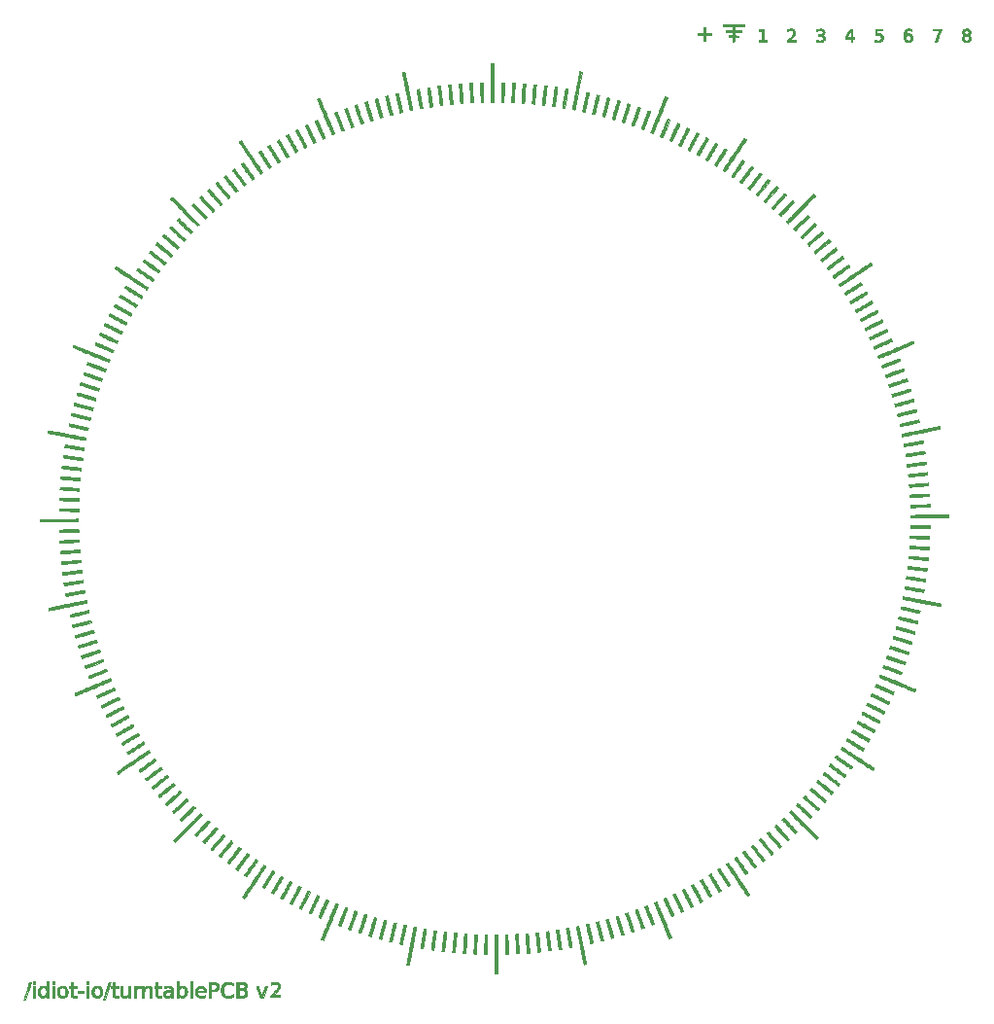
<source format=gto>
G04 This is an RS-274x file exported by *
G04 gerbv version 2.6.2 *
G04 More information is available about gerbv at *
G04 http://gerbv.geda-project.org/ *
G04 --End of header info--*
%MOIN*%
%FSLAX34Y34*%
%IPPOS*%
G04 --Define apertures--*
%ADD10C,0.0004*%
%ADD11C,0.0059*%
G04 --Start main section--*
G54D10*
G36*
G01X-015876Y-015620D02*
G01X-015864Y-015621D01*
G01X-015860Y-015621D01*
G01X-015861Y-015626D01*
G01X-015866Y-015640D01*
G01X-015872Y-015661D01*
G01X-015881Y-015690D01*
G01X-015892Y-015725D01*
G01X-015904Y-015765D01*
G01X-015918Y-015810D01*
G01X-015933Y-015859D01*
G01X-015949Y-015911D01*
G01X-015952Y-015920D01*
G01X-016044Y-016217D01*
G01X-016077Y-016219D01*
G01X-016096Y-016219D01*
G01X-016106Y-016218D01*
G01X-016109Y-016216D01*
G01X-016109Y-016214D01*
G01X-016107Y-016208D01*
G01X-016102Y-016193D01*
G01X-016095Y-016171D01*
G01X-016086Y-016142D01*
G01X-016076Y-016108D01*
G01X-016063Y-016068D01*
G01X-016050Y-016025D01*
G01X-016036Y-015979D01*
G01X-016035Y-015977D01*
G01X-016020Y-015929D01*
G01X-016006Y-015881D01*
G01X-015991Y-015835D01*
G01X-015978Y-015792D01*
G01X-015966Y-015755D01*
G01X-015957Y-015722D01*
G01X-015949Y-015698D01*
G01X-015944Y-015684D01*
G01X-015925Y-015620D01*
G01X-015892Y-015620D01*
G01X-015876Y-015620D01*
G01X-015876Y-015620D01*
G37*
G01X-015876Y-015620D02*
G01X-015864Y-015621D01*
G01X-015864Y-015621D02*
G01X-015860Y-015621D01*
G01X-015860Y-015621D02*
G01X-015861Y-015626D01*
G01X-015861Y-015626D02*
G01X-015866Y-015640D01*
G01X-015866Y-015640D02*
G01X-015872Y-015661D01*
G01X-015872Y-015661D02*
G01X-015881Y-015690D01*
G01X-015881Y-015690D02*
G01X-015892Y-015725D01*
G01X-015892Y-015725D02*
G01X-015904Y-015765D01*
G01X-015904Y-015765D02*
G01X-015918Y-015810D01*
G01X-015918Y-015810D02*
G01X-015933Y-015859D01*
G01X-015933Y-015859D02*
G01X-015949Y-015911D01*
G01X-015949Y-015911D02*
G01X-015952Y-015920D01*
G01X-015952Y-015920D02*
G01X-016044Y-016217D01*
G01X-016044Y-016217D02*
G01X-016077Y-016219D01*
G01X-016077Y-016219D02*
G01X-016096Y-016219D01*
G01X-016096Y-016219D02*
G01X-016106Y-016218D01*
G01X-016106Y-016218D02*
G01X-016109Y-016216D01*
G01X-016109Y-016216D02*
G01X-016109Y-016214D01*
G01X-016109Y-016214D02*
G01X-016107Y-016208D01*
G01X-016107Y-016208D02*
G01X-016102Y-016193D01*
G01X-016102Y-016193D02*
G01X-016095Y-016171D01*
G01X-016095Y-016171D02*
G01X-016086Y-016142D01*
G01X-016086Y-016142D02*
G01X-016076Y-016108D01*
G01X-016076Y-016108D02*
G01X-016063Y-016068D01*
G01X-016063Y-016068D02*
G01X-016050Y-016025D01*
G01X-016050Y-016025D02*
G01X-016036Y-015979D01*
G01X-016036Y-015979D02*
G01X-016035Y-015977D01*
G01X-016035Y-015977D02*
G01X-016020Y-015929D01*
G01X-016020Y-015929D02*
G01X-016006Y-015881D01*
G01X-016006Y-015881D02*
G01X-015991Y-015835D01*
G01X-015991Y-015835D02*
G01X-015978Y-015792D01*
G01X-015978Y-015792D02*
G01X-015966Y-015755D01*
G01X-015966Y-015755D02*
G01X-015957Y-015722D01*
G01X-015957Y-015722D02*
G01X-015949Y-015698D01*
G01X-015949Y-015698D02*
G01X-015944Y-015684D01*
G01X-015944Y-015684D02*
G01X-015925Y-015620D01*
G01X-015925Y-015620D02*
G01X-015892Y-015620D01*
G01X-015892Y-015620D02*
G01X-015876Y-015620D01*
G36*
G01X-013148Y-015620D02*
G01X-013139Y-015621D01*
G01X-013136Y-015624D01*
G01X-013136Y-015630D01*
G01X-013136Y-015631D01*
G01X-013138Y-015638D01*
G01X-013143Y-015653D01*
G01X-013150Y-015677D01*
G01X-013159Y-015707D01*
G01X-013170Y-015743D01*
G01X-013182Y-015784D01*
G01X-013197Y-015830D01*
G01X-013212Y-015880D01*
G01X-013228Y-015931D01*
G01X-013317Y-016220D01*
G01X-013348Y-016220D01*
G01X-013365Y-016219D01*
G01X-013376Y-016218D01*
G01X-013380Y-016216D01*
G01X-013379Y-016211D01*
G01X-013375Y-016197D01*
G01X-013368Y-016175D01*
G01X-013359Y-016146D01*
G01X-013348Y-016111D01*
G01X-013336Y-016070D01*
G01X-013322Y-016025D01*
G01X-013307Y-015976D01*
G01X-013291Y-015924D01*
G01X-013289Y-015916D01*
G01X-013197Y-015620D01*
G01X-013166Y-015620D01*
G01X-013148Y-015620D01*
G01X-013148Y-015620D01*
G37*
G01X-013148Y-015620D02*
G01X-013139Y-015621D01*
G01X-013139Y-015621D02*
G01X-013136Y-015624D01*
G01X-013136Y-015624D02*
G01X-013136Y-015630D01*
G01X-013136Y-015630D02*
G01X-013136Y-015631D01*
G01X-013136Y-015631D02*
G01X-013138Y-015638D01*
G01X-013138Y-015638D02*
G01X-013143Y-015653D01*
G01X-013143Y-015653D02*
G01X-013150Y-015677D01*
G01X-013150Y-015677D02*
G01X-013159Y-015707D01*
G01X-013159Y-015707D02*
G01X-013170Y-015743D01*
G01X-013170Y-015743D02*
G01X-013182Y-015784D01*
G01X-013182Y-015784D02*
G01X-013197Y-015830D01*
G01X-013197Y-015830D02*
G01X-013212Y-015880D01*
G01X-013212Y-015880D02*
G01X-013228Y-015931D01*
G01X-013228Y-015931D02*
G01X-013317Y-016220D01*
G01X-013317Y-016220D02*
G01X-013348Y-016220D01*
G01X-013348Y-016220D02*
G01X-013365Y-016219D01*
G01X-013365Y-016219D02*
G01X-013376Y-016218D01*
G01X-013376Y-016218D02*
G01X-013380Y-016216D01*
G01X-013380Y-016216D02*
G01X-013379Y-016211D01*
G01X-013379Y-016211D02*
G01X-013375Y-016197D01*
G01X-013375Y-016197D02*
G01X-013368Y-016175D01*
G01X-013368Y-016175D02*
G01X-013359Y-016146D01*
G01X-013359Y-016146D02*
G01X-013348Y-016111D01*
G01X-013348Y-016111D02*
G01X-013336Y-016070D01*
G01X-013336Y-016070D02*
G01X-013322Y-016025D01*
G01X-013322Y-016025D02*
G01X-013307Y-015976D01*
G01X-013307Y-015976D02*
G01X-013291Y-015924D01*
G01X-013291Y-015924D02*
G01X-013289Y-015916D01*
G01X-013289Y-015916D02*
G01X-013197Y-015620D01*
G01X-013197Y-015620D02*
G01X-013166Y-015620D01*
G01X-013166Y-015620D02*
G01X-013148Y-015620D01*
G36*
G01X-015270Y-016150D02*
G01X-015335Y-016150D01*
G01X-015335Y-016100D01*
G01X-015351Y-016118D01*
G01X-015376Y-016139D01*
G01X-015408Y-016154D01*
G01X-015445Y-016161D01*
G01X-015486Y-016160D01*
G01X-015489Y-016159D01*
G01X-015522Y-016150D01*
G01X-015552Y-016133D01*
G01X-015578Y-016107D01*
G01X-015598Y-016075D01*
G01X-015613Y-016037D01*
G01X-015622Y-015993D01*
G01X-015625Y-015955D01*
G01X-015552Y-015955D01*
G01X-015548Y-015999D01*
G01X-015538Y-016035D01*
G01X-015522Y-016065D01*
G01X-015500Y-016086D01*
G01X-015477Y-016098D01*
G01X-015458Y-016103D01*
G01X-015441Y-016104D01*
G01X-015422Y-016101D01*
G01X-015417Y-016099D01*
G01X-015396Y-016089D01*
G01X-015376Y-016071D01*
G01X-015359Y-016049D01*
G01X-015348Y-016024D01*
G01X-015348Y-016024D01*
G01X-015344Y-016005D01*
G01X-015341Y-015979D01*
G01X-015340Y-015952D01*
G01X-015340Y-015925D01*
G01X-015342Y-015904D01*
G01X-015343Y-015897D01*
G01X-015352Y-015872D01*
G01X-015365Y-015849D01*
G01X-015380Y-015829D01*
G01X-015388Y-015822D01*
G01X-015404Y-015812D01*
G01X-015423Y-015807D01*
G01X-015435Y-015806D01*
G01X-015465Y-015807D01*
G01X-015489Y-015814D01*
G01X-015510Y-015828D01*
G01X-015517Y-015836D01*
G01X-015534Y-015860D01*
G01X-015544Y-015886D01*
G01X-015550Y-015918D01*
G01X-015552Y-015955D01*
G01X-015625Y-015955D01*
G01X-015625Y-015952D01*
G01X-015621Y-015904D01*
G01X-015611Y-015861D01*
G01X-015594Y-015823D01*
G01X-015570Y-015791D01*
G01X-015541Y-015767D01*
G01X-015529Y-015760D01*
G01X-015509Y-015751D01*
G01X-015492Y-015747D01*
G01X-015472Y-015745D01*
G01X-015463Y-015745D01*
G01X-015426Y-015748D01*
G01X-015395Y-015757D01*
G01X-015369Y-015773D01*
G01X-015357Y-015783D01*
G01X-015335Y-015805D01*
G01X-015335Y-015600D01*
G01X-015270Y-015600D01*
G01X-015270Y-016150D01*
G01X-015270Y-016150D01*
G37*
G01X-015270Y-016150D02*
G01X-015335Y-016150D01*
G01X-015335Y-016150D02*
G01X-015335Y-016100D01*
G01X-015335Y-016100D02*
G01X-015351Y-016118D01*
G01X-015351Y-016118D02*
G01X-015376Y-016139D01*
G01X-015376Y-016139D02*
G01X-015408Y-016154D01*
G01X-015408Y-016154D02*
G01X-015445Y-016161D01*
G01X-015445Y-016161D02*
G01X-015486Y-016160D01*
G01X-015486Y-016160D02*
G01X-015489Y-016159D01*
G01X-015489Y-016159D02*
G01X-015522Y-016150D01*
G01X-015522Y-016150D02*
G01X-015552Y-016133D01*
G01X-015552Y-016133D02*
G01X-015578Y-016107D01*
G01X-015578Y-016107D02*
G01X-015598Y-016075D01*
G01X-015598Y-016075D02*
G01X-015613Y-016037D01*
G01X-015613Y-016037D02*
G01X-015622Y-015993D01*
G01X-015622Y-015993D02*
G01X-015625Y-015955D01*
G01X-015625Y-015955D02*
G01X-015552Y-015955D01*
G01X-015552Y-015955D02*
G01X-015548Y-015999D01*
G01X-015548Y-015999D02*
G01X-015538Y-016035D01*
G01X-015538Y-016035D02*
G01X-015522Y-016065D01*
G01X-015522Y-016065D02*
G01X-015500Y-016086D01*
G01X-015500Y-016086D02*
G01X-015477Y-016098D01*
G01X-015477Y-016098D02*
G01X-015458Y-016103D01*
G01X-015458Y-016103D02*
G01X-015441Y-016104D01*
G01X-015441Y-016104D02*
G01X-015422Y-016101D01*
G01X-015422Y-016101D02*
G01X-015417Y-016099D01*
G01X-015417Y-016099D02*
G01X-015396Y-016089D01*
G01X-015396Y-016089D02*
G01X-015376Y-016071D01*
G01X-015376Y-016071D02*
G01X-015359Y-016049D01*
G01X-015359Y-016049D02*
G01X-015348Y-016024D01*
G01X-015348Y-016024D02*
G01X-015348Y-016024D01*
G01X-015348Y-016024D02*
G01X-015344Y-016005D01*
G01X-015344Y-016005D02*
G01X-015341Y-015979D01*
G01X-015341Y-015979D02*
G01X-015340Y-015952D01*
G01X-015340Y-015952D02*
G01X-015340Y-015925D01*
G01X-015340Y-015925D02*
G01X-015342Y-015904D01*
G01X-015342Y-015904D02*
G01X-015343Y-015897D01*
G01X-015343Y-015897D02*
G01X-015352Y-015872D01*
G01X-015352Y-015872D02*
G01X-015365Y-015849D01*
G01X-015365Y-015849D02*
G01X-015380Y-015829D01*
G01X-015380Y-015829D02*
G01X-015388Y-015822D01*
G01X-015388Y-015822D02*
G01X-015404Y-015812D01*
G01X-015404Y-015812D02*
G01X-015423Y-015807D01*
G01X-015423Y-015807D02*
G01X-015435Y-015806D01*
G01X-015435Y-015806D02*
G01X-015465Y-015807D01*
G01X-015465Y-015807D02*
G01X-015489Y-015814D01*
G01X-015489Y-015814D02*
G01X-015510Y-015828D01*
G01X-015510Y-015828D02*
G01X-015517Y-015836D01*
G01X-015517Y-015836D02*
G01X-015534Y-015860D01*
G01X-015534Y-015860D02*
G01X-015544Y-015886D01*
G01X-015544Y-015886D02*
G01X-015550Y-015918D01*
G01X-015550Y-015918D02*
G01X-015552Y-015955D01*
G01X-015552Y-015955D02*
G01X-015625Y-015955D01*
G01X-015625Y-015955D02*
G01X-015625Y-015952D01*
G01X-015625Y-015952D02*
G01X-015621Y-015904D01*
G01X-015621Y-015904D02*
G01X-015611Y-015861D01*
G01X-015611Y-015861D02*
G01X-015594Y-015823D01*
G01X-015594Y-015823D02*
G01X-015570Y-015791D01*
G01X-015570Y-015791D02*
G01X-015541Y-015767D01*
G01X-015541Y-015767D02*
G01X-015529Y-015760D01*
G01X-015529Y-015760D02*
G01X-015509Y-015751D01*
G01X-015509Y-015751D02*
G01X-015492Y-015747D01*
G01X-015492Y-015747D02*
G01X-015472Y-015745D01*
G01X-015472Y-015745D02*
G01X-015463Y-015745D01*
G01X-015463Y-015745D02*
G01X-015426Y-015748D01*
G01X-015426Y-015748D02*
G01X-015395Y-015757D01*
G01X-015395Y-015757D02*
G01X-015369Y-015773D01*
G01X-015369Y-015773D02*
G01X-015357Y-015783D01*
G01X-015357Y-015783D02*
G01X-015335Y-015805D01*
G01X-015335Y-015805D02*
G01X-015335Y-015600D01*
G01X-015335Y-015600D02*
G01X-015270Y-015600D01*
G01X-015270Y-015600D02*
G01X-015270Y-016150D01*
G36*
G01X-014757Y-015748D02*
G01X-014739Y-015749D01*
G01X-014726Y-015751D01*
G01X-014713Y-015755D01*
G01X-014700Y-015761D01*
G01X-014699Y-015761D01*
G01X-014667Y-015783D01*
G01X-014641Y-015811D01*
G01X-014621Y-015846D01*
G01X-014607Y-015887D01*
G01X-014601Y-015933D01*
G01X-014602Y-015982D01*
G01X-014603Y-015991D01*
G01X-014613Y-016038D01*
G01X-014629Y-016078D01*
G01X-014653Y-016110D01*
G01X-014682Y-016134D01*
G01X-014718Y-016151D01*
G01X-014759Y-016160D01*
G01X-014806Y-016160D01*
G01X-014813Y-016160D01*
G01X-014846Y-016153D01*
G01X-014877Y-016140D01*
G01X-014904Y-016123D01*
G01X-014915Y-016111D01*
G01X-014926Y-016097D01*
G01X-014938Y-016078D01*
G01X-014947Y-016060D01*
G01X-014954Y-016045D01*
G01X-014958Y-016031D01*
G01X-014961Y-016015D01*
G01X-014963Y-015995D01*
G01X-014964Y-015971D01*
G01X-014964Y-015961D01*
G01X-014893Y-015961D01*
G01X-014890Y-015992D01*
G01X-014884Y-016022D01*
G01X-014875Y-016045D01*
G01X-014857Y-016070D01*
G01X-014834Y-016088D01*
G01X-014807Y-016099D01*
G01X-014778Y-016102D01*
G01X-014750Y-016097D01*
G01X-014740Y-016092D01*
G01X-014721Y-016079D01*
G01X-014704Y-016059D01*
G01X-014689Y-016036D01*
G01X-014687Y-016030D01*
G01X-014682Y-016015D01*
G01X-014679Y-015998D01*
G01X-014678Y-015974D01*
G01X-014678Y-015952D01*
G01X-014678Y-015928D01*
G01X-014679Y-015910D01*
G01X-014681Y-015896D01*
G01X-014685Y-015884D01*
G01X-014691Y-015871D01*
G01X-014692Y-015868D01*
G01X-014709Y-015840D01*
G01X-014729Y-015821D01*
G01X-014751Y-015810D01*
G01X-014777Y-015806D01*
G01X-014809Y-015808D01*
G01X-014837Y-015819D01*
G01X-014859Y-015838D01*
G01X-014876Y-015865D01*
G01X-014888Y-015900D01*
G01X-014893Y-015932D01*
G01X-014893Y-015961D01*
G01X-014964Y-015961D01*
G01X-014963Y-015918D01*
G01X-014956Y-015873D01*
G01X-014943Y-015835D01*
G01X-014923Y-015804D01*
G01X-014896Y-015779D01*
G01X-014865Y-015761D01*
G01X-014852Y-015755D01*
G01X-014839Y-015751D01*
G01X-014825Y-015749D01*
G01X-014805Y-015748D01*
G01X-014782Y-015748D01*
G01X-014757Y-015748D01*
G01X-014757Y-015748D01*
G37*
G01X-014757Y-015748D02*
G01X-014739Y-015749D01*
G01X-014739Y-015749D02*
G01X-014726Y-015751D01*
G01X-014726Y-015751D02*
G01X-014713Y-015755D01*
G01X-014713Y-015755D02*
G01X-014700Y-015761D01*
G01X-014700Y-015761D02*
G01X-014699Y-015761D01*
G01X-014699Y-015761D02*
G01X-014667Y-015783D01*
G01X-014667Y-015783D02*
G01X-014641Y-015811D01*
G01X-014641Y-015811D02*
G01X-014621Y-015846D01*
G01X-014621Y-015846D02*
G01X-014607Y-015887D01*
G01X-014607Y-015887D02*
G01X-014601Y-015933D01*
G01X-014601Y-015933D02*
G01X-014602Y-015982D01*
G01X-014602Y-015982D02*
G01X-014603Y-015991D01*
G01X-014603Y-015991D02*
G01X-014613Y-016038D01*
G01X-014613Y-016038D02*
G01X-014629Y-016078D01*
G01X-014629Y-016078D02*
G01X-014653Y-016110D01*
G01X-014653Y-016110D02*
G01X-014682Y-016134D01*
G01X-014682Y-016134D02*
G01X-014718Y-016151D01*
G01X-014718Y-016151D02*
G01X-014759Y-016160D01*
G01X-014759Y-016160D02*
G01X-014806Y-016160D01*
G01X-014806Y-016160D02*
G01X-014813Y-016160D01*
G01X-014813Y-016160D02*
G01X-014846Y-016153D01*
G01X-014846Y-016153D02*
G01X-014877Y-016140D01*
G01X-014877Y-016140D02*
G01X-014904Y-016123D01*
G01X-014904Y-016123D02*
G01X-014915Y-016111D01*
G01X-014915Y-016111D02*
G01X-014926Y-016097D01*
G01X-014926Y-016097D02*
G01X-014938Y-016078D01*
G01X-014938Y-016078D02*
G01X-014947Y-016060D01*
G01X-014947Y-016060D02*
G01X-014954Y-016045D01*
G01X-014954Y-016045D02*
G01X-014958Y-016031D01*
G01X-014958Y-016031D02*
G01X-014961Y-016015D01*
G01X-014961Y-016015D02*
G01X-014963Y-015995D01*
G01X-014963Y-015995D02*
G01X-014964Y-015971D01*
G01X-014964Y-015971D02*
G01X-014964Y-015961D01*
G01X-014964Y-015961D02*
G01X-014893Y-015961D01*
G01X-014893Y-015961D02*
G01X-014890Y-015992D01*
G01X-014890Y-015992D02*
G01X-014884Y-016022D01*
G01X-014884Y-016022D02*
G01X-014875Y-016045D01*
G01X-014875Y-016045D02*
G01X-014857Y-016070D01*
G01X-014857Y-016070D02*
G01X-014834Y-016088D01*
G01X-014834Y-016088D02*
G01X-014807Y-016099D01*
G01X-014807Y-016099D02*
G01X-014778Y-016102D01*
G01X-014778Y-016102D02*
G01X-014750Y-016097D01*
G01X-014750Y-016097D02*
G01X-014740Y-016092D01*
G01X-014740Y-016092D02*
G01X-014721Y-016079D01*
G01X-014721Y-016079D02*
G01X-014704Y-016059D01*
G01X-014704Y-016059D02*
G01X-014689Y-016036D01*
G01X-014689Y-016036D02*
G01X-014687Y-016030D01*
G01X-014687Y-016030D02*
G01X-014682Y-016015D01*
G01X-014682Y-016015D02*
G01X-014679Y-015998D01*
G01X-014679Y-015998D02*
G01X-014678Y-015974D01*
G01X-014678Y-015974D02*
G01X-014678Y-015952D01*
G01X-014678Y-015952D02*
G01X-014678Y-015928D01*
G01X-014678Y-015928D02*
G01X-014679Y-015910D01*
G01X-014679Y-015910D02*
G01X-014681Y-015896D01*
G01X-014681Y-015896D02*
G01X-014685Y-015884D01*
G01X-014685Y-015884D02*
G01X-014691Y-015871D01*
G01X-014691Y-015871D02*
G01X-014692Y-015868D01*
G01X-014692Y-015868D02*
G01X-014709Y-015840D01*
G01X-014709Y-015840D02*
G01X-014729Y-015821D01*
G01X-014729Y-015821D02*
G01X-014751Y-015810D01*
G01X-014751Y-015810D02*
G01X-014777Y-015806D01*
G01X-014777Y-015806D02*
G01X-014809Y-015808D01*
G01X-014809Y-015808D02*
G01X-014837Y-015819D01*
G01X-014837Y-015819D02*
G01X-014859Y-015838D01*
G01X-014859Y-015838D02*
G01X-014876Y-015865D01*
G01X-014876Y-015865D02*
G01X-014888Y-015900D01*
G01X-014888Y-015900D02*
G01X-014893Y-015932D01*
G01X-014893Y-015932D02*
G01X-014893Y-015961D01*
G01X-014893Y-015961D02*
G01X-014964Y-015961D01*
G01X-014964Y-015961D02*
G01X-014963Y-015918D01*
G01X-014963Y-015918D02*
G01X-014956Y-015873D01*
G01X-014956Y-015873D02*
G01X-014943Y-015835D01*
G01X-014943Y-015835D02*
G01X-014923Y-015804D01*
G01X-014923Y-015804D02*
G01X-014896Y-015779D01*
G01X-014896Y-015779D02*
G01X-014865Y-015761D01*
G01X-014865Y-015761D02*
G01X-014852Y-015755D01*
G01X-014852Y-015755D02*
G01X-014839Y-015751D01*
G01X-014839Y-015751D02*
G01X-014825Y-015749D01*
G01X-014825Y-015749D02*
G01X-014805Y-015748D01*
G01X-014805Y-015748D02*
G01X-014782Y-015748D01*
G01X-014782Y-015748D02*
G01X-014757Y-015748D01*
G36*
G01X-013565Y-015747D02*
G01X-013526Y-015756D01*
G01X-013494Y-015773D01*
G01X-013466Y-015798D01*
G01X-013451Y-015817D01*
G01X-013434Y-015851D01*
G01X-013422Y-015891D01*
G01X-013416Y-015934D01*
G01X-013417Y-015979D01*
G01X-013423Y-016022D01*
G01X-013436Y-016061D01*
G01X-013437Y-016063D01*
G01X-013458Y-016098D01*
G01X-013485Y-016126D01*
G01X-013519Y-016146D01*
G01X-013558Y-016157D01*
G01X-013602Y-016161D01*
G01X-013628Y-016160D01*
G01X-013667Y-016151D01*
G01X-013702Y-016134D01*
G01X-013731Y-016109D01*
G01X-013755Y-016077D01*
G01X-013771Y-016039D01*
G01X-013775Y-016024D01*
G01X-013778Y-016004D01*
G01X-013779Y-015978D01*
G01X-013780Y-015952D01*
G01X-013709Y-015952D01*
G01X-013706Y-015990D01*
G01X-013698Y-016025D01*
G01X-013690Y-016045D01*
G01X-013672Y-016070D01*
G01X-013649Y-016088D01*
G01X-013621Y-016099D01*
G01X-013592Y-016102D01*
G01X-013564Y-016096D01*
G01X-013554Y-016092D01*
G01X-013532Y-016076D01*
G01X-013515Y-016052D01*
G01X-013501Y-016022D01*
G01X-013493Y-015989D01*
G01X-013490Y-015954D01*
G01X-013492Y-015919D01*
G01X-013500Y-015885D01*
G01X-013508Y-015867D01*
G01X-013525Y-015840D01*
G01X-013544Y-015821D01*
G01X-013567Y-015810D01*
G01X-013592Y-015806D01*
G01X-013624Y-015808D01*
G01X-013652Y-015819D01*
G01X-013674Y-015838D01*
G01X-013692Y-015866D01*
G01X-013698Y-015880D01*
G01X-013706Y-015915D01*
G01X-013709Y-015952D01*
G01X-013780Y-015952D01*
G01X-013780Y-015948D01*
G01X-013779Y-015919D01*
G01X-013776Y-015894D01*
G01X-013773Y-015877D01*
G01X-013758Y-015836D01*
G01X-013736Y-015802D01*
G01X-013709Y-015776D01*
G01X-013674Y-015758D01*
G01X-013634Y-015748D01*
G01X-013609Y-015746D01*
G01X-013565Y-015747D01*
G01X-013565Y-015747D01*
G37*
G01X-013565Y-015747D02*
G01X-013526Y-015756D01*
G01X-013526Y-015756D02*
G01X-013494Y-015773D01*
G01X-013494Y-015773D02*
G01X-013466Y-015798D01*
G01X-013466Y-015798D02*
G01X-013451Y-015817D01*
G01X-013451Y-015817D02*
G01X-013434Y-015851D01*
G01X-013434Y-015851D02*
G01X-013422Y-015891D01*
G01X-013422Y-015891D02*
G01X-013416Y-015934D01*
G01X-013416Y-015934D02*
G01X-013417Y-015979D01*
G01X-013417Y-015979D02*
G01X-013423Y-016022D01*
G01X-013423Y-016022D02*
G01X-013436Y-016061D01*
G01X-013436Y-016061D02*
G01X-013437Y-016063D01*
G01X-013437Y-016063D02*
G01X-013458Y-016098D01*
G01X-013458Y-016098D02*
G01X-013485Y-016126D01*
G01X-013485Y-016126D02*
G01X-013519Y-016146D01*
G01X-013519Y-016146D02*
G01X-013558Y-016157D01*
G01X-013558Y-016157D02*
G01X-013602Y-016161D01*
G01X-013602Y-016161D02*
G01X-013628Y-016160D01*
G01X-013628Y-016160D02*
G01X-013667Y-016151D01*
G01X-013667Y-016151D02*
G01X-013702Y-016134D01*
G01X-013702Y-016134D02*
G01X-013731Y-016109D01*
G01X-013731Y-016109D02*
G01X-013755Y-016077D01*
G01X-013755Y-016077D02*
G01X-013771Y-016039D01*
G01X-013771Y-016039D02*
G01X-013775Y-016024D01*
G01X-013775Y-016024D02*
G01X-013778Y-016004D01*
G01X-013778Y-016004D02*
G01X-013779Y-015978D01*
G01X-013779Y-015978D02*
G01X-013780Y-015952D01*
G01X-013780Y-015952D02*
G01X-013709Y-015952D01*
G01X-013709Y-015952D02*
G01X-013706Y-015990D01*
G01X-013706Y-015990D02*
G01X-013698Y-016025D01*
G01X-013698Y-016025D02*
G01X-013690Y-016045D01*
G01X-013690Y-016045D02*
G01X-013672Y-016070D01*
G01X-013672Y-016070D02*
G01X-013649Y-016088D01*
G01X-013649Y-016088D02*
G01X-013621Y-016099D01*
G01X-013621Y-016099D02*
G01X-013592Y-016102D01*
G01X-013592Y-016102D02*
G01X-013564Y-016096D01*
G01X-013564Y-016096D02*
G01X-013554Y-016092D01*
G01X-013554Y-016092D02*
G01X-013532Y-016076D01*
G01X-013532Y-016076D02*
G01X-013515Y-016052D01*
G01X-013515Y-016052D02*
G01X-013501Y-016022D01*
G01X-013501Y-016022D02*
G01X-013493Y-015989D01*
G01X-013493Y-015989D02*
G01X-013490Y-015954D01*
G01X-013490Y-015954D02*
G01X-013492Y-015919D01*
G01X-013492Y-015919D02*
G01X-013500Y-015885D01*
G01X-013500Y-015885D02*
G01X-013508Y-015867D01*
G01X-013508Y-015867D02*
G01X-013525Y-015840D01*
G01X-013525Y-015840D02*
G01X-013544Y-015821D01*
G01X-013544Y-015821D02*
G01X-013567Y-015810D01*
G01X-013567Y-015810D02*
G01X-013592Y-015806D01*
G01X-013592Y-015806D02*
G01X-013624Y-015808D01*
G01X-013624Y-015808D02*
G01X-013652Y-015819D01*
G01X-013652Y-015819D02*
G01X-013674Y-015838D01*
G01X-013674Y-015838D02*
G01X-013692Y-015866D01*
G01X-013692Y-015866D02*
G01X-013698Y-015880D01*
G01X-013698Y-015880D02*
G01X-013706Y-015915D01*
G01X-013706Y-015915D02*
G01X-013709Y-015952D01*
G01X-013709Y-015952D02*
G01X-013780Y-015952D01*
G01X-013780Y-015952D02*
G01X-013780Y-015948D01*
G01X-013780Y-015948D02*
G01X-013779Y-015919D01*
G01X-013779Y-015919D02*
G01X-013776Y-015894D01*
G01X-013776Y-015894D02*
G01X-013773Y-015877D01*
G01X-013773Y-015877D02*
G01X-013758Y-015836D01*
G01X-013758Y-015836D02*
G01X-013736Y-015802D01*
G01X-013736Y-015802D02*
G01X-013709Y-015776D01*
G01X-013709Y-015776D02*
G01X-013674Y-015758D01*
G01X-013674Y-015758D02*
G01X-013634Y-015748D01*
G01X-013634Y-015748D02*
G01X-013609Y-015746D01*
G01X-013609Y-015746D02*
G01X-013565Y-015747D01*
G36*
G01X-012724Y-015894D02*
G01X-012724Y-015935D01*
G01X-012723Y-015967D01*
G01X-012722Y-015992D01*
G01X-012722Y-016010D01*
G01X-012720Y-016024D01*
G01X-012719Y-016035D01*
G01X-012716Y-016043D01*
G01X-012714Y-016050D01*
G01X-012710Y-016057D01*
G01X-012696Y-016078D01*
G01X-012680Y-016091D01*
G01X-012658Y-016098D01*
G01X-012630Y-016099D01*
G01X-012629Y-016099D01*
G01X-012598Y-016094D01*
G01X-012573Y-016081D01*
G01X-012553Y-016061D01*
G01X-012543Y-016043D01*
G01X-012539Y-016036D01*
G01X-012536Y-016028D01*
G01X-012534Y-016020D01*
G01X-012532Y-016010D01*
G01X-012531Y-015996D01*
G01X-012530Y-015977D01*
G01X-012530Y-015952D01*
G01X-012530Y-015920D01*
G01X-012530Y-015887D01*
G01X-012530Y-015755D01*
G01X-012460Y-015755D01*
G01X-012460Y-016150D01*
G01X-012530Y-016150D01*
G01X-012530Y-016103D01*
G01X-012549Y-016121D01*
G01X-012579Y-016143D01*
G01X-012612Y-016157D01*
G01X-012650Y-016161D01*
G01X-012677Y-016159D01*
G01X-012711Y-016152D01*
G01X-012738Y-016137D01*
G01X-012760Y-016116D01*
G01X-012773Y-016095D01*
G01X-012779Y-016080D01*
G01X-012784Y-016064D01*
G01X-012788Y-016045D01*
G01X-012791Y-016021D01*
G01X-012793Y-015992D01*
G01X-012794Y-015956D01*
G01X-012795Y-015912D01*
G01X-012795Y-015879D01*
G01X-012795Y-015755D01*
G01X-012726Y-015755D01*
G01X-012724Y-015894D01*
G01X-012724Y-015894D01*
G37*
G01X-012724Y-015894D02*
G01X-012724Y-015935D01*
G01X-012724Y-015935D02*
G01X-012723Y-015967D01*
G01X-012723Y-015967D02*
G01X-012722Y-015992D01*
G01X-012722Y-015992D02*
G01X-012722Y-016010D01*
G01X-012722Y-016010D02*
G01X-012720Y-016024D01*
G01X-012720Y-016024D02*
G01X-012719Y-016035D01*
G01X-012719Y-016035D02*
G01X-012716Y-016043D01*
G01X-012716Y-016043D02*
G01X-012714Y-016050D01*
G01X-012714Y-016050D02*
G01X-012710Y-016057D01*
G01X-012710Y-016057D02*
G01X-012696Y-016078D01*
G01X-012696Y-016078D02*
G01X-012680Y-016091D01*
G01X-012680Y-016091D02*
G01X-012658Y-016098D01*
G01X-012658Y-016098D02*
G01X-012630Y-016099D01*
G01X-012630Y-016099D02*
G01X-012629Y-016099D01*
G01X-012629Y-016099D02*
G01X-012598Y-016094D01*
G01X-012598Y-016094D02*
G01X-012573Y-016081D01*
G01X-012573Y-016081D02*
G01X-012553Y-016061D01*
G01X-012553Y-016061D02*
G01X-012543Y-016043D01*
G01X-012543Y-016043D02*
G01X-012539Y-016036D01*
G01X-012539Y-016036D02*
G01X-012536Y-016028D01*
G01X-012536Y-016028D02*
G01X-012534Y-016020D01*
G01X-012534Y-016020D02*
G01X-012532Y-016010D01*
G01X-012532Y-016010D02*
G01X-012531Y-015996D01*
G01X-012531Y-015996D02*
G01X-012530Y-015977D01*
G01X-012530Y-015977D02*
G01X-012530Y-015952D01*
G01X-012530Y-015952D02*
G01X-012530Y-015920D01*
G01X-012530Y-015920D02*
G01X-012530Y-015887D01*
G01X-012530Y-015887D02*
G01X-012530Y-015755D01*
G01X-012530Y-015755D02*
G01X-012460Y-015755D01*
G01X-012460Y-015755D02*
G01X-012460Y-016150D01*
G01X-012460Y-016150D02*
G01X-012530Y-016150D01*
G01X-012530Y-016150D02*
G01X-012530Y-016103D01*
G01X-012530Y-016103D02*
G01X-012549Y-016121D01*
G01X-012549Y-016121D02*
G01X-012579Y-016143D01*
G01X-012579Y-016143D02*
G01X-012612Y-016157D01*
G01X-012612Y-016157D02*
G01X-012650Y-016161D01*
G01X-012650Y-016161D02*
G01X-012677Y-016159D01*
G01X-012677Y-016159D02*
G01X-012711Y-016152D01*
G01X-012711Y-016152D02*
G01X-012738Y-016137D01*
G01X-012738Y-016137D02*
G01X-012760Y-016116D01*
G01X-012760Y-016116D02*
G01X-012773Y-016095D01*
G01X-012773Y-016095D02*
G01X-012779Y-016080D01*
G01X-012779Y-016080D02*
G01X-012784Y-016064D01*
G01X-012784Y-016064D02*
G01X-012788Y-016045D01*
G01X-012788Y-016045D02*
G01X-012791Y-016021D01*
G01X-012791Y-016021D02*
G01X-012793Y-015992D01*
G01X-012793Y-015992D02*
G01X-012794Y-015956D01*
G01X-012794Y-015956D02*
G01X-012795Y-015912D01*
G01X-012795Y-015912D02*
G01X-012795Y-015879D01*
G01X-012795Y-015879D02*
G01X-012795Y-015755D01*
G01X-012795Y-015755D02*
G01X-012726Y-015755D01*
G01X-012726Y-015755D02*
G01X-012724Y-015894D01*
G36*
G01X-011102Y-015751D02*
G01X-011094Y-015753D01*
G01X-011061Y-015767D01*
G01X-011033Y-015789D01*
G01X-011012Y-015818D01*
G01X-011004Y-015834D01*
G01X-011001Y-015843D01*
G01X-010998Y-015852D01*
G01X-010996Y-015862D01*
G01X-010995Y-015874D01*
G01X-010993Y-015890D01*
G01X-010993Y-015912D01*
G01X-010992Y-015940D01*
G01X-010991Y-015976D01*
G01X-010991Y-016006D01*
G01X-010989Y-016150D01*
G01X-011060Y-016150D01*
G01X-011060Y-016103D01*
G01X-011079Y-016121D01*
G01X-011093Y-016133D01*
G01X-011108Y-016144D01*
G01X-011114Y-016147D01*
G01X-011133Y-016154D01*
G01X-011159Y-016158D01*
G01X-011187Y-016161D01*
G01X-011215Y-016160D01*
G01X-011220Y-016160D01*
G01X-011255Y-016152D01*
G01X-011283Y-016136D01*
G01X-011304Y-016113D01*
G01X-011318Y-016084D01*
G01X-011324Y-016049D01*
G01X-011325Y-016038D01*
G01X-011256Y-016038D01*
G01X-011249Y-016062D01*
G01X-011235Y-016082D01*
G01X-011215Y-016096D01*
G01X-011206Y-016099D01*
G01X-011186Y-016103D01*
G01X-011170Y-016104D01*
G01X-011153Y-016101D01*
G01X-011142Y-016097D01*
G01X-011115Y-016085D01*
G01X-011093Y-016064D01*
G01X-011075Y-016037D01*
G01X-011064Y-016006D01*
G01X-011060Y-015973D01*
G01X-011060Y-015954D01*
G01X-011129Y-015956D01*
G01X-011167Y-015958D01*
G01X-011197Y-015962D01*
G01X-011220Y-015968D01*
G01X-011236Y-015977D01*
G01X-011246Y-015990D01*
G01X-011253Y-016006D01*
G01X-011255Y-016012D01*
G01X-011256Y-016038D01*
G01X-011325Y-016038D01*
G01X-011325Y-016037D01*
G01X-011322Y-016001D01*
G01X-011314Y-015972D01*
G01X-011300Y-015949D01*
G01X-011277Y-015930D01*
G01X-011256Y-015918D01*
G01X-011243Y-015912D01*
G01X-011232Y-015908D01*
G01X-011221Y-015905D01*
G01X-011207Y-015903D01*
G01X-011189Y-015902D01*
G01X-011164Y-015901D01*
G01X-011141Y-015901D01*
G01X-011060Y-015899D01*
G01X-011060Y-015887D01*
G01X-011065Y-015863D01*
G01X-011078Y-015841D01*
G01X-011097Y-015823D01*
G01X-011121Y-015810D01*
G01X-011123Y-015810D01*
G01X-011150Y-015805D01*
G01X-011182Y-015805D01*
G01X-011219Y-015811D01*
G01X-011258Y-015821D01*
G01X-011291Y-015832D01*
G01X-011296Y-015833D01*
G01X-011299Y-015830D01*
G01X-011300Y-015820D01*
G01X-011300Y-015803D01*
G01X-011300Y-015786D01*
G01X-011298Y-015776D01*
G01X-011295Y-015770D01*
G01X-011288Y-015767D01*
G01X-011284Y-015766D01*
G01X-011236Y-015753D01*
G01X-011188Y-015746D01*
G01X-011142Y-015746D01*
G01X-011102Y-015751D01*
G01X-011102Y-015751D01*
G37*
G01X-011102Y-015751D02*
G01X-011094Y-015753D01*
G01X-011094Y-015753D02*
G01X-011061Y-015767D01*
G01X-011061Y-015767D02*
G01X-011033Y-015789D01*
G01X-011033Y-015789D02*
G01X-011012Y-015818D01*
G01X-011012Y-015818D02*
G01X-011004Y-015834D01*
G01X-011004Y-015834D02*
G01X-011001Y-015843D01*
G01X-011001Y-015843D02*
G01X-010998Y-015852D01*
G01X-010998Y-015852D02*
G01X-010996Y-015862D01*
G01X-010996Y-015862D02*
G01X-010995Y-015874D01*
G01X-010995Y-015874D02*
G01X-010993Y-015890D01*
G01X-010993Y-015890D02*
G01X-010993Y-015912D01*
G01X-010993Y-015912D02*
G01X-010992Y-015940D01*
G01X-010992Y-015940D02*
G01X-010991Y-015976D01*
G01X-010991Y-015976D02*
G01X-010991Y-016006D01*
G01X-010991Y-016006D02*
G01X-010989Y-016150D01*
G01X-010989Y-016150D02*
G01X-011060Y-016150D01*
G01X-011060Y-016150D02*
G01X-011060Y-016103D01*
G01X-011060Y-016103D02*
G01X-011079Y-016121D01*
G01X-011079Y-016121D02*
G01X-011093Y-016133D01*
G01X-011093Y-016133D02*
G01X-011108Y-016144D01*
G01X-011108Y-016144D02*
G01X-011114Y-016147D01*
G01X-011114Y-016147D02*
G01X-011133Y-016154D01*
G01X-011133Y-016154D02*
G01X-011159Y-016158D01*
G01X-011159Y-016158D02*
G01X-011187Y-016161D01*
G01X-011187Y-016161D02*
G01X-011215Y-016160D01*
G01X-011215Y-016160D02*
G01X-011220Y-016160D01*
G01X-011220Y-016160D02*
G01X-011255Y-016152D01*
G01X-011255Y-016152D02*
G01X-011283Y-016136D01*
G01X-011283Y-016136D02*
G01X-011304Y-016113D01*
G01X-011304Y-016113D02*
G01X-011318Y-016084D01*
G01X-011318Y-016084D02*
G01X-011324Y-016049D01*
G01X-011324Y-016049D02*
G01X-011325Y-016038D01*
G01X-011325Y-016038D02*
G01X-011256Y-016038D01*
G01X-011256Y-016038D02*
G01X-011249Y-016062D01*
G01X-011249Y-016062D02*
G01X-011235Y-016082D01*
G01X-011235Y-016082D02*
G01X-011215Y-016096D01*
G01X-011215Y-016096D02*
G01X-011206Y-016099D01*
G01X-011206Y-016099D02*
G01X-011186Y-016103D01*
G01X-011186Y-016103D02*
G01X-011170Y-016104D01*
G01X-011170Y-016104D02*
G01X-011153Y-016101D01*
G01X-011153Y-016101D02*
G01X-011142Y-016097D01*
G01X-011142Y-016097D02*
G01X-011115Y-016085D01*
G01X-011115Y-016085D02*
G01X-011093Y-016064D01*
G01X-011093Y-016064D02*
G01X-011075Y-016037D01*
G01X-011075Y-016037D02*
G01X-011064Y-016006D01*
G01X-011064Y-016006D02*
G01X-011060Y-015973D01*
G01X-011060Y-015973D02*
G01X-011060Y-015954D01*
G01X-011060Y-015954D02*
G01X-011129Y-015956D01*
G01X-011129Y-015956D02*
G01X-011167Y-015958D01*
G01X-011167Y-015958D02*
G01X-011197Y-015962D01*
G01X-011197Y-015962D02*
G01X-011220Y-015968D01*
G01X-011220Y-015968D02*
G01X-011236Y-015977D01*
G01X-011236Y-015977D02*
G01X-011246Y-015990D01*
G01X-011246Y-015990D02*
G01X-011253Y-016006D01*
G01X-011253Y-016006D02*
G01X-011255Y-016012D01*
G01X-011255Y-016012D02*
G01X-011256Y-016038D01*
G01X-011256Y-016038D02*
G01X-011325Y-016038D01*
G01X-011325Y-016038D02*
G01X-011325Y-016037D01*
G01X-011325Y-016037D02*
G01X-011322Y-016001D01*
G01X-011322Y-016001D02*
G01X-011314Y-015972D01*
G01X-011314Y-015972D02*
G01X-011300Y-015949D01*
G01X-011300Y-015949D02*
G01X-011277Y-015930D01*
G01X-011277Y-015930D02*
G01X-011256Y-015918D01*
G01X-011256Y-015918D02*
G01X-011243Y-015912D01*
G01X-011243Y-015912D02*
G01X-011232Y-015908D01*
G01X-011232Y-015908D02*
G01X-011221Y-015905D01*
G01X-011221Y-015905D02*
G01X-011207Y-015903D01*
G01X-011207Y-015903D02*
G01X-011189Y-015902D01*
G01X-011189Y-015902D02*
G01X-011164Y-015901D01*
G01X-011164Y-015901D02*
G01X-011141Y-015901D01*
G01X-011141Y-015901D02*
G01X-011060Y-015899D01*
G01X-011060Y-015899D02*
G01X-011060Y-015887D01*
G01X-011060Y-015887D02*
G01X-011065Y-015863D01*
G01X-011065Y-015863D02*
G01X-011078Y-015841D01*
G01X-011078Y-015841D02*
G01X-011097Y-015823D01*
G01X-011097Y-015823D02*
G01X-011121Y-015810D01*
G01X-011121Y-015810D02*
G01X-011123Y-015810D01*
G01X-011123Y-015810D02*
G01X-011150Y-015805D01*
G01X-011150Y-015805D02*
G01X-011182Y-015805D01*
G01X-011182Y-015805D02*
G01X-011219Y-015811D01*
G01X-011219Y-015811D02*
G01X-011258Y-015821D01*
G01X-011258Y-015821D02*
G01X-011291Y-015832D01*
G01X-011291Y-015832D02*
G01X-011296Y-015833D01*
G01X-011296Y-015833D02*
G01X-011299Y-015830D01*
G01X-011299Y-015830D02*
G01X-011300Y-015820D01*
G01X-011300Y-015820D02*
G01X-011300Y-015803D01*
G01X-011300Y-015803D02*
G01X-011300Y-015786D01*
G01X-011300Y-015786D02*
G01X-011298Y-015776D01*
G01X-011298Y-015776D02*
G01X-011295Y-015770D01*
G01X-011295Y-015770D02*
G01X-011288Y-015767D01*
G01X-011288Y-015767D02*
G01X-011284Y-015766D01*
G01X-011284Y-015766D02*
G01X-011236Y-015753D01*
G01X-011236Y-015753D02*
G01X-011188Y-015746D01*
G01X-011188Y-015746D02*
G01X-011142Y-015746D01*
G01X-011142Y-015746D02*
G01X-011102Y-015751D01*
G36*
G01X-010795Y-015805D02*
G01X-010773Y-015783D01*
G01X-010748Y-015763D01*
G01X-010719Y-015751D01*
G01X-010684Y-015746D01*
G01X-010668Y-015745D01*
G01X-010630Y-015749D01*
G01X-010597Y-015762D01*
G01X-010567Y-015784D01*
G01X-010563Y-015788D01*
G01X-010540Y-015817D01*
G01X-010523Y-015853D01*
G01X-010512Y-015894D01*
G01X-010506Y-015937D01*
G01X-010507Y-015981D01*
G01X-010514Y-016024D01*
G01X-010528Y-016064D01*
G01X-010529Y-016066D01*
G01X-010550Y-016103D01*
G01X-010576Y-016130D01*
G01X-010608Y-016149D01*
G01X-010644Y-016159D01*
G01X-010685Y-016161D01*
G01X-010695Y-016160D01*
G01X-010730Y-016151D01*
G01X-010761Y-016135D01*
G01X-010779Y-016118D01*
G01X-010795Y-016100D01*
G01X-010795Y-016150D01*
G01X-010865Y-016150D01*
G01X-010865Y-015952D01*
G01X-010792Y-015952D01*
G01X-010789Y-015995D01*
G01X-010779Y-016031D01*
G01X-010764Y-016061D01*
G01X-010743Y-016083D01*
G01X-010717Y-016097D01*
G01X-010698Y-016103D01*
G01X-010682Y-016104D01*
G01X-010663Y-016101D01*
G01X-010657Y-016099D01*
G01X-010636Y-016089D01*
G01X-010615Y-016071D01*
G01X-010598Y-016048D01*
G01X-010587Y-016022D01*
G01X-010583Y-016000D01*
G01X-010580Y-015973D01*
G01X-010579Y-015943D01*
G01X-010580Y-015916D01*
G01X-010583Y-015899D01*
G01X-010593Y-015867D01*
G01X-010610Y-015840D01*
G01X-010632Y-015820D01*
G01X-010657Y-015809D01*
G01X-010670Y-015806D01*
G01X-010698Y-015805D01*
G01X-010720Y-015810D01*
G01X-010739Y-015820D01*
G01X-010753Y-015832D01*
G01X-010771Y-015856D01*
G01X-010784Y-015885D01*
G01X-010790Y-015920D01*
G01X-010792Y-015952D01*
G01X-010865Y-015952D01*
G01X-010865Y-015600D01*
G01X-010795Y-015600D01*
G01X-010795Y-015805D01*
G01X-010795Y-015805D01*
G37*
G01X-010795Y-015805D02*
G01X-010773Y-015783D01*
G01X-010773Y-015783D02*
G01X-010748Y-015763D01*
G01X-010748Y-015763D02*
G01X-010719Y-015751D01*
G01X-010719Y-015751D02*
G01X-010684Y-015746D01*
G01X-010684Y-015746D02*
G01X-010668Y-015745D01*
G01X-010668Y-015745D02*
G01X-010630Y-015749D01*
G01X-010630Y-015749D02*
G01X-010597Y-015762D01*
G01X-010597Y-015762D02*
G01X-010567Y-015784D01*
G01X-010567Y-015784D02*
G01X-010563Y-015788D01*
G01X-010563Y-015788D02*
G01X-010540Y-015817D01*
G01X-010540Y-015817D02*
G01X-010523Y-015853D01*
G01X-010523Y-015853D02*
G01X-010512Y-015894D01*
G01X-010512Y-015894D02*
G01X-010506Y-015937D01*
G01X-010506Y-015937D02*
G01X-010507Y-015981D01*
G01X-010507Y-015981D02*
G01X-010514Y-016024D01*
G01X-010514Y-016024D02*
G01X-010528Y-016064D01*
G01X-010528Y-016064D02*
G01X-010529Y-016066D01*
G01X-010529Y-016066D02*
G01X-010550Y-016103D01*
G01X-010550Y-016103D02*
G01X-010576Y-016130D01*
G01X-010576Y-016130D02*
G01X-010608Y-016149D01*
G01X-010608Y-016149D02*
G01X-010644Y-016159D01*
G01X-010644Y-016159D02*
G01X-010685Y-016161D01*
G01X-010685Y-016161D02*
G01X-010695Y-016160D01*
G01X-010695Y-016160D02*
G01X-010730Y-016151D01*
G01X-010730Y-016151D02*
G01X-010761Y-016135D01*
G01X-010761Y-016135D02*
G01X-010779Y-016118D01*
G01X-010779Y-016118D02*
G01X-010795Y-016100D01*
G01X-010795Y-016100D02*
G01X-010795Y-016150D01*
G01X-010795Y-016150D02*
G01X-010865Y-016150D01*
G01X-010865Y-016150D02*
G01X-010865Y-015952D01*
G01X-010865Y-015952D02*
G01X-010792Y-015952D01*
G01X-010792Y-015952D02*
G01X-010789Y-015995D01*
G01X-010789Y-015995D02*
G01X-010779Y-016031D01*
G01X-010779Y-016031D02*
G01X-010764Y-016061D01*
G01X-010764Y-016061D02*
G01X-010743Y-016083D01*
G01X-010743Y-016083D02*
G01X-010717Y-016097D01*
G01X-010717Y-016097D02*
G01X-010698Y-016103D01*
G01X-010698Y-016103D02*
G01X-010682Y-016104D01*
G01X-010682Y-016104D02*
G01X-010663Y-016101D01*
G01X-010663Y-016101D02*
G01X-010657Y-016099D01*
G01X-010657Y-016099D02*
G01X-010636Y-016089D01*
G01X-010636Y-016089D02*
G01X-010615Y-016071D01*
G01X-010615Y-016071D02*
G01X-010598Y-016048D01*
G01X-010598Y-016048D02*
G01X-010587Y-016022D01*
G01X-010587Y-016022D02*
G01X-010583Y-016000D01*
G01X-010583Y-016000D02*
G01X-010580Y-015973D01*
G01X-010580Y-015973D02*
G01X-010579Y-015943D01*
G01X-010579Y-015943D02*
G01X-010580Y-015916D01*
G01X-010580Y-015916D02*
G01X-010583Y-015899D01*
G01X-010583Y-015899D02*
G01X-010593Y-015867D01*
G01X-010593Y-015867D02*
G01X-010610Y-015840D01*
G01X-010610Y-015840D02*
G01X-010632Y-015820D01*
G01X-010632Y-015820D02*
G01X-010657Y-015809D01*
G01X-010657Y-015809D02*
G01X-010670Y-015806D01*
G01X-010670Y-015806D02*
G01X-010698Y-015805D01*
G01X-010698Y-015805D02*
G01X-010720Y-015810D01*
G01X-010720Y-015810D02*
G01X-010739Y-015820D01*
G01X-010739Y-015820D02*
G01X-010753Y-015832D01*
G01X-010753Y-015832D02*
G01X-010771Y-015856D01*
G01X-010771Y-015856D02*
G01X-010784Y-015885D01*
G01X-010784Y-015885D02*
G01X-010790Y-015920D01*
G01X-010790Y-015920D02*
G01X-010792Y-015952D01*
G01X-010792Y-015952D02*
G01X-010865Y-015952D01*
G01X-010865Y-015952D02*
G01X-010865Y-015600D01*
G01X-010865Y-015600D02*
G01X-010795Y-015600D01*
G01X-010795Y-015600D02*
G01X-010795Y-015805D01*
G36*
G01X-010001Y-015749D02*
G01X-009972Y-015754D01*
G01X-009948Y-015763D01*
G01X-009927Y-015777D01*
G01X-009908Y-015796D01*
G01X-009887Y-015824D01*
G01X-009873Y-015855D01*
G01X-009864Y-015893D01*
G01X-009861Y-015924D01*
G01X-009859Y-015970D01*
G01X-010159Y-015970D01*
G01X-010155Y-015991D01*
G01X-010146Y-016025D01*
G01X-010132Y-016052D01*
G01X-010113Y-016072D01*
G01X-010098Y-016083D01*
G01X-010066Y-016096D01*
G01X-010029Y-016101D01*
G01X-009988Y-016100D01*
G01X-009945Y-016091D01*
G01X-009913Y-016081D01*
G01X-009875Y-016066D01*
G01X-009875Y-016134D01*
G01X-009914Y-016145D01*
G01X-009973Y-016158D01*
G01X-010034Y-016161D01*
G01X-010058Y-016159D01*
G01X-010102Y-016151D01*
G01X-010139Y-016135D01*
G01X-010171Y-016111D01*
G01X-010197Y-016080D01*
G01X-010215Y-016042D01*
G01X-010227Y-015999D01*
G01X-010230Y-015955D01*
G01X-010226Y-015905D01*
G01X-010225Y-015900D01*
G01X-010154Y-015900D01*
G01X-010154Y-015906D01*
G01X-010150Y-015910D01*
G01X-010141Y-015913D01*
G01X-010127Y-015914D01*
G01X-010105Y-015915D01*
G01X-010076Y-015915D01*
G01X-010042Y-015915D01*
G01X-009929Y-015915D01*
G01X-009932Y-015894D01*
G01X-009941Y-015863D01*
G01X-009959Y-015837D01*
G01X-009982Y-015819D01*
G01X-010011Y-015808D01*
G01X-010037Y-015805D01*
G01X-010072Y-015809D01*
G01X-010102Y-015822D01*
G01X-010126Y-015842D01*
G01X-010144Y-015870D01*
G01X-010148Y-015881D01*
G01X-010152Y-015892D01*
G01X-010154Y-015900D01*
G01X-010225Y-015900D01*
G01X-010214Y-015862D01*
G01X-010195Y-015824D01*
G01X-010168Y-015792D01*
G01X-010134Y-015768D01*
G01X-010121Y-015761D01*
G01X-010107Y-015755D01*
G01X-010094Y-015751D01*
G01X-010080Y-015749D01*
G01X-010061Y-015748D01*
G01X-010037Y-015748D01*
G01X-010001Y-015749D01*
G01X-010001Y-015749D01*
G37*
G01X-010001Y-015749D02*
G01X-009972Y-015754D01*
G01X-009972Y-015754D02*
G01X-009948Y-015763D01*
G01X-009948Y-015763D02*
G01X-009927Y-015777D01*
G01X-009927Y-015777D02*
G01X-009908Y-015796D01*
G01X-009908Y-015796D02*
G01X-009887Y-015824D01*
G01X-009887Y-015824D02*
G01X-009873Y-015855D01*
G01X-009873Y-015855D02*
G01X-009864Y-015893D01*
G01X-009864Y-015893D02*
G01X-009861Y-015924D01*
G01X-009861Y-015924D02*
G01X-009859Y-015970D01*
G01X-009859Y-015970D02*
G01X-010159Y-015970D01*
G01X-010159Y-015970D02*
G01X-010155Y-015991D01*
G01X-010155Y-015991D02*
G01X-010146Y-016025D01*
G01X-010146Y-016025D02*
G01X-010132Y-016052D01*
G01X-010132Y-016052D02*
G01X-010113Y-016072D01*
G01X-010113Y-016072D02*
G01X-010098Y-016083D01*
G01X-010098Y-016083D02*
G01X-010066Y-016096D01*
G01X-010066Y-016096D02*
G01X-010029Y-016101D01*
G01X-010029Y-016101D02*
G01X-009988Y-016100D01*
G01X-009988Y-016100D02*
G01X-009945Y-016091D01*
G01X-009945Y-016091D02*
G01X-009913Y-016081D01*
G01X-009913Y-016081D02*
G01X-009875Y-016066D01*
G01X-009875Y-016066D02*
G01X-009875Y-016134D01*
G01X-009875Y-016134D02*
G01X-009914Y-016145D01*
G01X-009914Y-016145D02*
G01X-009973Y-016158D01*
G01X-009973Y-016158D02*
G01X-010034Y-016161D01*
G01X-010034Y-016161D02*
G01X-010058Y-016159D01*
G01X-010058Y-016159D02*
G01X-010102Y-016151D01*
G01X-010102Y-016151D02*
G01X-010139Y-016135D01*
G01X-010139Y-016135D02*
G01X-010171Y-016111D01*
G01X-010171Y-016111D02*
G01X-010197Y-016080D01*
G01X-010197Y-016080D02*
G01X-010215Y-016042D01*
G01X-010215Y-016042D02*
G01X-010227Y-015999D01*
G01X-010227Y-015999D02*
G01X-010230Y-015955D01*
G01X-010230Y-015955D02*
G01X-010226Y-015905D01*
G01X-010226Y-015905D02*
G01X-010225Y-015900D01*
G01X-010225Y-015900D02*
G01X-010154Y-015900D01*
G01X-010154Y-015900D02*
G01X-010154Y-015906D01*
G01X-010154Y-015906D02*
G01X-010150Y-015910D01*
G01X-010150Y-015910D02*
G01X-010141Y-015913D01*
G01X-010141Y-015913D02*
G01X-010127Y-015914D01*
G01X-010127Y-015914D02*
G01X-010105Y-015915D01*
G01X-010105Y-015915D02*
G01X-010076Y-015915D01*
G01X-010076Y-015915D02*
G01X-010042Y-015915D01*
G01X-010042Y-015915D02*
G01X-009929Y-015915D01*
G01X-009929Y-015915D02*
G01X-009932Y-015894D01*
G01X-009932Y-015894D02*
G01X-009941Y-015863D01*
G01X-009941Y-015863D02*
G01X-009959Y-015837D01*
G01X-009959Y-015837D02*
G01X-009982Y-015819D01*
G01X-009982Y-015819D02*
G01X-010011Y-015808D01*
G01X-010011Y-015808D02*
G01X-010037Y-015805D01*
G01X-010037Y-015805D02*
G01X-010072Y-015809D01*
G01X-010072Y-015809D02*
G01X-010102Y-015822D01*
G01X-010102Y-015822D02*
G01X-010126Y-015842D01*
G01X-010126Y-015842D02*
G01X-010144Y-015870D01*
G01X-010144Y-015870D02*
G01X-010148Y-015881D01*
G01X-010148Y-015881D02*
G01X-010152Y-015892D01*
G01X-010152Y-015892D02*
G01X-010154Y-015900D01*
G01X-010154Y-015900D02*
G01X-010225Y-015900D01*
G01X-010225Y-015900D02*
G01X-010214Y-015862D01*
G01X-010214Y-015862D02*
G01X-010195Y-015824D01*
G01X-010195Y-015824D02*
G01X-010168Y-015792D01*
G01X-010168Y-015792D02*
G01X-010134Y-015768D01*
G01X-010134Y-015768D02*
G01X-010121Y-015761D01*
G01X-010121Y-015761D02*
G01X-010107Y-015755D01*
G01X-010107Y-015755D02*
G01X-010094Y-015751D01*
G01X-010094Y-015751D02*
G01X-010080Y-015749D01*
G01X-010080Y-015749D02*
G01X-010061Y-015748D01*
G01X-010061Y-015748D02*
G01X-010037Y-015748D01*
G01X-010037Y-015748D02*
G01X-010001Y-015749D01*
G36*
G01X-009049Y-015617D02*
G01X-009010Y-015623D01*
G01X-008974Y-015636D01*
G01X-008951Y-015646D01*
G01X-008920Y-015661D01*
G01X-008920Y-015701D01*
G01X-008920Y-015719D01*
G01X-008921Y-015733D01*
G01X-008922Y-015740D01*
G01X-008922Y-015740D01*
G01X-008927Y-015737D01*
G01X-008938Y-015730D01*
G01X-008953Y-015720D01*
G01X-008958Y-015718D01*
G01X-008993Y-015697D01*
G01X-009028Y-015684D01*
G01X-009066Y-015678D01*
G01X-009090Y-015678D01*
G01X-009134Y-015682D01*
G01X-009173Y-015694D01*
G01X-009205Y-015714D01*
G01X-009231Y-015741D01*
G01X-009250Y-015776D01*
G01X-009263Y-015818D01*
G01X-009269Y-015867D01*
G01X-009270Y-015888D01*
G01X-009267Y-015938D01*
G01X-009256Y-015983D01*
G01X-009239Y-016020D01*
G01X-009216Y-016051D01*
G01X-009208Y-016058D01*
G01X-009177Y-016079D01*
G01X-009142Y-016092D01*
G01X-009102Y-016098D01*
G01X-009062Y-016097D01*
G01X-009021Y-016088D01*
G01X-008982Y-016072D01*
G01X-008946Y-016049D01*
G01X-008943Y-016047D01*
G01X-008933Y-016039D01*
G01X-008925Y-016035D01*
G01X-008924Y-016035D01*
G01X-008922Y-016040D01*
G01X-008921Y-016052D01*
G01X-008921Y-016071D01*
G01X-008921Y-016074D01*
G01X-008922Y-016112D01*
G01X-008942Y-016124D01*
G01X-008990Y-016145D01*
G01X-009042Y-016157D01*
G01X-009098Y-016161D01*
G01X-009130Y-016159D01*
G01X-009180Y-016150D01*
G01X-009223Y-016133D01*
G01X-009261Y-016108D01*
G01X-009293Y-016077D01*
G01X-009318Y-016038D01*
G01X-009336Y-015992D01*
G01X-009346Y-015941D01*
G01X-009350Y-015888D01*
G01X-009346Y-015830D01*
G01X-009335Y-015778D01*
G01X-009316Y-015733D01*
G01X-009290Y-015695D01*
G01X-009258Y-015664D01*
G01X-009219Y-015640D01*
G01X-009174Y-015624D01*
G01X-009123Y-015615D01*
G01X-009094Y-015614D01*
G01X-009049Y-015617D01*
G01X-009049Y-015617D01*
G37*
G01X-009049Y-015617D02*
G01X-009010Y-015623D01*
G01X-009010Y-015623D02*
G01X-008974Y-015636D01*
G01X-008974Y-015636D02*
G01X-008951Y-015646D01*
G01X-008951Y-015646D02*
G01X-008920Y-015661D01*
G01X-008920Y-015661D02*
G01X-008920Y-015701D01*
G01X-008920Y-015701D02*
G01X-008920Y-015719D01*
G01X-008920Y-015719D02*
G01X-008921Y-015733D01*
G01X-008921Y-015733D02*
G01X-008922Y-015740D01*
G01X-008922Y-015740D02*
G01X-008922Y-015740D01*
G01X-008922Y-015740D02*
G01X-008927Y-015737D01*
G01X-008927Y-015737D02*
G01X-008938Y-015730D01*
G01X-008938Y-015730D02*
G01X-008953Y-015720D01*
G01X-008953Y-015720D02*
G01X-008958Y-015718D01*
G01X-008958Y-015718D02*
G01X-008993Y-015697D01*
G01X-008993Y-015697D02*
G01X-009028Y-015684D01*
G01X-009028Y-015684D02*
G01X-009066Y-015678D01*
G01X-009066Y-015678D02*
G01X-009090Y-015678D01*
G01X-009090Y-015678D02*
G01X-009134Y-015682D01*
G01X-009134Y-015682D02*
G01X-009173Y-015694D01*
G01X-009173Y-015694D02*
G01X-009205Y-015714D01*
G01X-009205Y-015714D02*
G01X-009231Y-015741D01*
G01X-009231Y-015741D02*
G01X-009250Y-015776D01*
G01X-009250Y-015776D02*
G01X-009263Y-015818D01*
G01X-009263Y-015818D02*
G01X-009269Y-015867D01*
G01X-009269Y-015867D02*
G01X-009270Y-015888D01*
G01X-009270Y-015888D02*
G01X-009267Y-015938D01*
G01X-009267Y-015938D02*
G01X-009256Y-015983D01*
G01X-009256Y-015983D02*
G01X-009239Y-016020D01*
G01X-009239Y-016020D02*
G01X-009216Y-016051D01*
G01X-009216Y-016051D02*
G01X-009208Y-016058D01*
G01X-009208Y-016058D02*
G01X-009177Y-016079D01*
G01X-009177Y-016079D02*
G01X-009142Y-016092D01*
G01X-009142Y-016092D02*
G01X-009102Y-016098D01*
G01X-009102Y-016098D02*
G01X-009062Y-016097D01*
G01X-009062Y-016097D02*
G01X-009021Y-016088D01*
G01X-009021Y-016088D02*
G01X-008982Y-016072D01*
G01X-008982Y-016072D02*
G01X-008946Y-016049D01*
G01X-008946Y-016049D02*
G01X-008943Y-016047D01*
G01X-008943Y-016047D02*
G01X-008933Y-016039D01*
G01X-008933Y-016039D02*
G01X-008925Y-016035D01*
G01X-008925Y-016035D02*
G01X-008924Y-016035D01*
G01X-008924Y-016035D02*
G01X-008922Y-016040D01*
G01X-008922Y-016040D02*
G01X-008921Y-016052D01*
G01X-008921Y-016052D02*
G01X-008921Y-016071D01*
G01X-008921Y-016071D02*
G01X-008921Y-016074D01*
G01X-008921Y-016074D02*
G01X-008922Y-016112D01*
G01X-008922Y-016112D02*
G01X-008942Y-016124D01*
G01X-008942Y-016124D02*
G01X-008990Y-016145D01*
G01X-008990Y-016145D02*
G01X-009042Y-016157D01*
G01X-009042Y-016157D02*
G01X-009098Y-016161D01*
G01X-009098Y-016161D02*
G01X-009130Y-016159D01*
G01X-009130Y-016159D02*
G01X-009180Y-016150D01*
G01X-009180Y-016150D02*
G01X-009223Y-016133D01*
G01X-009223Y-016133D02*
G01X-009261Y-016108D01*
G01X-009261Y-016108D02*
G01X-009293Y-016077D01*
G01X-009293Y-016077D02*
G01X-009318Y-016038D01*
G01X-009318Y-016038D02*
G01X-009336Y-015992D01*
G01X-009336Y-015992D02*
G01X-009346Y-015941D01*
G01X-009346Y-015941D02*
G01X-009350Y-015888D01*
G01X-009350Y-015888D02*
G01X-009346Y-015830D01*
G01X-009346Y-015830D02*
G01X-009335Y-015778D01*
G01X-009335Y-015778D02*
G01X-009316Y-015733D01*
G01X-009316Y-015733D02*
G01X-009290Y-015695D01*
G01X-009290Y-015695D02*
G01X-009258Y-015664D01*
G01X-009258Y-015664D02*
G01X-009219Y-015640D01*
G01X-009219Y-015640D02*
G01X-009174Y-015624D01*
G01X-009174Y-015624D02*
G01X-009123Y-015615D01*
G01X-009123Y-015615D02*
G01X-009094Y-015614D01*
G01X-009094Y-015614D02*
G01X-009049Y-015617D01*
G36*
G01X-015725Y-016150D02*
G01X-015795Y-016150D01*
G01X-015795Y-015755D01*
G01X-015725Y-015755D01*
G01X-015725Y-016150D01*
G01X-015725Y-016150D01*
G37*
G01X-015725Y-016150D02*
G01X-015795Y-016150D01*
G01X-015795Y-016150D02*
G01X-015795Y-015755D01*
G01X-015795Y-015755D02*
G01X-015725Y-015755D01*
G01X-015725Y-015755D02*
G01X-015725Y-016150D01*
G36*
G01X-015070Y-016150D02*
G01X-015140Y-016150D01*
G01X-015140Y-015755D01*
G01X-015070Y-015755D01*
G01X-015070Y-016150D01*
G01X-015070Y-016150D01*
G37*
G01X-015070Y-016150D02*
G01X-015140Y-016150D01*
G01X-015140Y-016150D02*
G01X-015140Y-015755D01*
G01X-015140Y-015755D02*
G01X-015070Y-015755D01*
G01X-015070Y-015755D02*
G01X-015070Y-016150D01*
G36*
G01X-014430Y-015755D02*
G01X-014295Y-015755D01*
G01X-014295Y-015810D01*
G01X-014431Y-015810D01*
G01X-014429Y-015936D01*
G01X-014428Y-015978D01*
G01X-014428Y-016011D01*
G01X-014426Y-016036D01*
G01X-014425Y-016055D01*
G01X-014422Y-016068D01*
G01X-014419Y-016077D01*
G01X-014414Y-016083D01*
G01X-014409Y-016086D01*
G01X-014406Y-016088D01*
G01X-014398Y-016089D01*
G01X-014382Y-016091D01*
G01X-014361Y-016093D01*
G01X-014346Y-016094D01*
G01X-014295Y-016096D01*
G01X-014295Y-016150D01*
G01X-014356Y-016150D01*
G01X-014390Y-016149D01*
G01X-014417Y-016147D01*
G01X-014435Y-016143D01*
G01X-014437Y-016143D01*
G01X-014461Y-016130D01*
G01X-014479Y-016110D01*
G01X-014491Y-016082D01*
G01X-014492Y-016078D01*
G01X-014495Y-016065D01*
G01X-014497Y-016048D01*
G01X-014498Y-016026D01*
G01X-014499Y-015999D01*
G01X-014500Y-015963D01*
G01X-014500Y-015929D01*
G01X-014500Y-015810D01*
G01X-014545Y-015810D01*
G01X-014545Y-015755D01*
G01X-014500Y-015755D01*
G01X-014500Y-015640D01*
G01X-014430Y-015640D01*
G01X-014430Y-015755D01*
G01X-014430Y-015755D01*
G37*
G01X-014430Y-015755D02*
G01X-014295Y-015755D01*
G01X-014295Y-015755D02*
G01X-014295Y-015810D01*
G01X-014295Y-015810D02*
G01X-014431Y-015810D01*
G01X-014431Y-015810D02*
G01X-014429Y-015936D01*
G01X-014429Y-015936D02*
G01X-014428Y-015978D01*
G01X-014428Y-015978D02*
G01X-014428Y-016011D01*
G01X-014428Y-016011D02*
G01X-014426Y-016036D01*
G01X-014426Y-016036D02*
G01X-014425Y-016055D01*
G01X-014425Y-016055D02*
G01X-014422Y-016068D01*
G01X-014422Y-016068D02*
G01X-014419Y-016077D01*
G01X-014419Y-016077D02*
G01X-014414Y-016083D01*
G01X-014414Y-016083D02*
G01X-014409Y-016086D01*
G01X-014409Y-016086D02*
G01X-014406Y-016088D01*
G01X-014406Y-016088D02*
G01X-014398Y-016089D01*
G01X-014398Y-016089D02*
G01X-014382Y-016091D01*
G01X-014382Y-016091D02*
G01X-014361Y-016093D01*
G01X-014361Y-016093D02*
G01X-014346Y-016094D01*
G01X-014346Y-016094D02*
G01X-014295Y-016096D01*
G01X-014295Y-016096D02*
G01X-014295Y-016150D01*
G01X-014295Y-016150D02*
G01X-014356Y-016150D01*
G01X-014356Y-016150D02*
G01X-014390Y-016149D01*
G01X-014390Y-016149D02*
G01X-014417Y-016147D01*
G01X-014417Y-016147D02*
G01X-014435Y-016143D01*
G01X-014435Y-016143D02*
G01X-014437Y-016143D01*
G01X-014437Y-016143D02*
G01X-014461Y-016130D01*
G01X-014461Y-016130D02*
G01X-014479Y-016110D01*
G01X-014479Y-016110D02*
G01X-014491Y-016082D01*
G01X-014491Y-016082D02*
G01X-014492Y-016078D01*
G01X-014492Y-016078D02*
G01X-014495Y-016065D01*
G01X-014495Y-016065D02*
G01X-014497Y-016048D01*
G01X-014497Y-016048D02*
G01X-014498Y-016026D01*
G01X-014498Y-016026D02*
G01X-014499Y-015999D01*
G01X-014499Y-015999D02*
G01X-014500Y-015963D01*
G01X-014500Y-015963D02*
G01X-014500Y-015929D01*
G01X-014500Y-015929D02*
G01X-014500Y-015810D01*
G01X-014500Y-015810D02*
G01X-014545Y-015810D01*
G01X-014545Y-015810D02*
G01X-014545Y-015755D01*
G01X-014545Y-015755D02*
G01X-014500Y-015755D01*
G01X-014500Y-015755D02*
G01X-014500Y-015640D01*
G01X-014500Y-015640D02*
G01X-014430Y-015640D01*
G01X-014430Y-015640D02*
G01X-014430Y-015755D01*
G36*
G01X-013885Y-016150D02*
G01X-013955Y-016150D01*
G01X-013955Y-015755D01*
G01X-013885Y-015755D01*
G01X-013885Y-016150D01*
G01X-013885Y-016150D01*
G37*
G01X-013885Y-016150D02*
G01X-013955Y-016150D01*
G01X-013955Y-016150D02*
G01X-013955Y-015755D01*
G01X-013955Y-015755D02*
G01X-013885Y-015755D01*
G01X-013885Y-015755D02*
G01X-013885Y-016150D01*
G36*
G01X-013000Y-015755D02*
G01X-012865Y-015755D01*
G01X-012865Y-015810D01*
G01X-013000Y-015810D01*
G01X-013000Y-015927D01*
G01X-013000Y-015961D01*
G01X-012999Y-015993D01*
G01X-012999Y-016020D01*
G01X-012998Y-016042D01*
G01X-012997Y-016056D01*
G01X-012997Y-016060D01*
G01X-012992Y-016073D01*
G01X-012984Y-016082D01*
G01X-012970Y-016088D01*
G01X-012949Y-016092D01*
G01X-012920Y-016094D01*
G01X-012917Y-016094D01*
G01X-012865Y-016096D01*
G01X-012865Y-016150D01*
G01X-012926Y-016150D01*
G01X-012951Y-016149D01*
G01X-012973Y-016148D01*
G01X-012991Y-016147D01*
G01X-013000Y-016145D01*
G01X-013026Y-016135D01*
G01X-013044Y-016121D01*
G01X-013056Y-016102D01*
G01X-013057Y-016101D01*
G01X-013060Y-016093D01*
G01X-013063Y-016085D01*
G01X-013064Y-016076D01*
G01X-013066Y-016063D01*
G01X-013067Y-016046D01*
G01X-013068Y-016023D01*
G01X-013068Y-015994D01*
G01X-013069Y-015956D01*
G01X-013069Y-015944D01*
G01X-013071Y-015810D01*
G01X-013120Y-015810D01*
G01X-013120Y-015755D01*
G01X-013070Y-015755D01*
G01X-013070Y-015640D01*
G01X-013000Y-015640D01*
G01X-013000Y-015755D01*
G01X-013000Y-015755D01*
G37*
G01X-013000Y-015755D02*
G01X-012865Y-015755D01*
G01X-012865Y-015755D02*
G01X-012865Y-015810D01*
G01X-012865Y-015810D02*
G01X-013000Y-015810D01*
G01X-013000Y-015810D02*
G01X-013000Y-015927D01*
G01X-013000Y-015927D02*
G01X-013000Y-015961D01*
G01X-013000Y-015961D02*
G01X-012999Y-015993D01*
G01X-012999Y-015993D02*
G01X-012999Y-016020D01*
G01X-012999Y-016020D02*
G01X-012998Y-016042D01*
G01X-012998Y-016042D02*
G01X-012997Y-016056D01*
G01X-012997Y-016056D02*
G01X-012997Y-016060D01*
G01X-012997Y-016060D02*
G01X-012992Y-016073D01*
G01X-012992Y-016073D02*
G01X-012984Y-016082D01*
G01X-012984Y-016082D02*
G01X-012970Y-016088D01*
G01X-012970Y-016088D02*
G01X-012949Y-016092D01*
G01X-012949Y-016092D02*
G01X-012920Y-016094D01*
G01X-012920Y-016094D02*
G01X-012917Y-016094D01*
G01X-012917Y-016094D02*
G01X-012865Y-016096D01*
G01X-012865Y-016096D02*
G01X-012865Y-016150D01*
G01X-012865Y-016150D02*
G01X-012926Y-016150D01*
G01X-012926Y-016150D02*
G01X-012951Y-016149D01*
G01X-012951Y-016149D02*
G01X-012973Y-016148D01*
G01X-012973Y-016148D02*
G01X-012991Y-016147D01*
G01X-012991Y-016147D02*
G01X-013000Y-016145D01*
G01X-013000Y-016145D02*
G01X-013026Y-016135D01*
G01X-013026Y-016135D02*
G01X-013044Y-016121D01*
G01X-013044Y-016121D02*
G01X-013056Y-016102D01*
G01X-013056Y-016102D02*
G01X-013057Y-016101D01*
G01X-013057Y-016101D02*
G01X-013060Y-016093D01*
G01X-013060Y-016093D02*
G01X-013063Y-016085D01*
G01X-013063Y-016085D02*
G01X-013064Y-016076D01*
G01X-013064Y-016076D02*
G01X-013066Y-016063D01*
G01X-013066Y-016063D02*
G01X-013067Y-016046D01*
G01X-013067Y-016046D02*
G01X-013068Y-016023D01*
G01X-013068Y-016023D02*
G01X-013068Y-015994D01*
G01X-013068Y-015994D02*
G01X-013069Y-015956D01*
G01X-013069Y-015956D02*
G01X-013069Y-015944D01*
G01X-013069Y-015944D02*
G01X-013071Y-015810D01*
G01X-013071Y-015810D02*
G01X-013120Y-015810D01*
G01X-013120Y-015810D02*
G01X-013120Y-015755D01*
G01X-013120Y-015755D02*
G01X-013070Y-015755D01*
G01X-013070Y-015755D02*
G01X-013070Y-015640D01*
G01X-013070Y-015640D02*
G01X-013000Y-015640D01*
G01X-013000Y-015640D02*
G01X-013000Y-015755D01*
G36*
G01X-012095Y-015783D02*
G01X-012095Y-015802D01*
G01X-012096Y-015813D01*
G01X-012098Y-015817D01*
G01X-012102Y-015817D01*
G01X-012106Y-015814D01*
G01X-012117Y-015811D01*
G01X-012134Y-015809D01*
G01X-012150Y-015808D01*
G01X-012182Y-015811D01*
G01X-012209Y-015822D01*
G01X-012230Y-015842D01*
G01X-012243Y-015861D01*
G01X-012257Y-015888D01*
G01X-012261Y-016150D01*
G01X-012330Y-016150D01*
G01X-012330Y-015755D01*
G01X-012260Y-015755D01*
G01X-012260Y-015801D01*
G01X-012237Y-015780D01*
G01X-012209Y-015762D01*
G01X-012177Y-015750D01*
G01X-012140Y-015745D01*
G01X-012129Y-015745D01*
G01X-012095Y-015745D01*
G01X-012095Y-015783D01*
G01X-012095Y-015783D01*
G37*
G01X-012095Y-015783D02*
G01X-012095Y-015802D01*
G01X-012095Y-015802D02*
G01X-012096Y-015813D01*
G01X-012096Y-015813D02*
G01X-012098Y-015817D01*
G01X-012098Y-015817D02*
G01X-012102Y-015817D01*
G01X-012102Y-015817D02*
G01X-012106Y-015814D01*
G01X-012106Y-015814D02*
G01X-012117Y-015811D01*
G01X-012117Y-015811D02*
G01X-012134Y-015809D01*
G01X-012134Y-015809D02*
G01X-012150Y-015808D01*
G01X-012150Y-015808D02*
G01X-012182Y-015811D01*
G01X-012182Y-015811D02*
G01X-012209Y-015822D01*
G01X-012209Y-015822D02*
G01X-012230Y-015842D01*
G01X-012230Y-015842D02*
G01X-012243Y-015861D01*
G01X-012243Y-015861D02*
G01X-012257Y-015888D01*
G01X-012257Y-015888D02*
G01X-012261Y-016150D01*
G01X-012261Y-016150D02*
G01X-012330Y-016150D01*
G01X-012330Y-016150D02*
G01X-012330Y-015755D01*
G01X-012330Y-015755D02*
G01X-012260Y-015755D01*
G01X-012260Y-015755D02*
G01X-012260Y-015801D01*
G01X-012260Y-015801D02*
G01X-012237Y-015780D01*
G01X-012237Y-015780D02*
G01X-012209Y-015762D01*
G01X-012209Y-015762D02*
G01X-012177Y-015750D01*
G01X-012177Y-015750D02*
G01X-012140Y-015745D01*
G01X-012140Y-015745D02*
G01X-012129Y-015745D01*
G01X-012129Y-015745D02*
G01X-012095Y-015745D01*
G01X-012095Y-015745D02*
G01X-012095Y-015783D01*
G36*
G01X-011829Y-015746D02*
G01X-011797Y-015753D01*
G01X-011768Y-015768D01*
G01X-011747Y-015787D01*
G01X-011738Y-015799D01*
G01X-011730Y-015810D01*
G01X-011725Y-015822D01*
G01X-011720Y-015837D01*
G01X-011717Y-015856D01*
G01X-011715Y-015879D01*
G01X-011713Y-015908D01*
G01X-011712Y-015944D01*
G01X-011711Y-015989D01*
G01X-011711Y-016004D01*
G01X-011709Y-016150D01*
G01X-011779Y-016150D01*
G01X-011781Y-016011D01*
G01X-011781Y-015970D01*
G01X-011782Y-015938D01*
G01X-011783Y-015912D01*
G01X-011784Y-015893D01*
G01X-011785Y-015879D01*
G01X-011787Y-015869D01*
G01X-011789Y-015860D01*
G01X-011792Y-015853D01*
G01X-011793Y-015849D01*
G01X-011808Y-015828D01*
G01X-011829Y-015813D01*
G01X-011853Y-015806D01*
G01X-011879Y-015805D01*
G01X-011906Y-015812D01*
G01X-011930Y-015826D01*
G01X-011943Y-015837D01*
G01X-011952Y-015847D01*
G01X-011959Y-015857D01*
G01X-011965Y-015868D01*
G01X-011969Y-015882D01*
G01X-011972Y-015900D01*
G01X-011973Y-015922D01*
G01X-011974Y-015951D01*
G01X-011975Y-015988D01*
G01X-011975Y-016024D01*
G01X-011975Y-016150D01*
G01X-012045Y-016150D01*
G01X-012045Y-015755D01*
G01X-011975Y-015755D01*
G01X-011975Y-015803D01*
G01X-011953Y-015782D01*
G01X-011927Y-015763D01*
G01X-011896Y-015750D01*
G01X-011862Y-015745D01*
G01X-011829Y-015746D01*
G01X-011829Y-015746D01*
G37*
G01X-011829Y-015746D02*
G01X-011797Y-015753D01*
G01X-011797Y-015753D02*
G01X-011768Y-015768D01*
G01X-011768Y-015768D02*
G01X-011747Y-015787D01*
G01X-011747Y-015787D02*
G01X-011738Y-015799D01*
G01X-011738Y-015799D02*
G01X-011730Y-015810D01*
G01X-011730Y-015810D02*
G01X-011725Y-015822D01*
G01X-011725Y-015822D02*
G01X-011720Y-015837D01*
G01X-011720Y-015837D02*
G01X-011717Y-015856D01*
G01X-011717Y-015856D02*
G01X-011715Y-015879D01*
G01X-011715Y-015879D02*
G01X-011713Y-015908D01*
G01X-011713Y-015908D02*
G01X-011712Y-015944D01*
G01X-011712Y-015944D02*
G01X-011711Y-015989D01*
G01X-011711Y-015989D02*
G01X-011711Y-016004D01*
G01X-011711Y-016004D02*
G01X-011709Y-016150D01*
G01X-011709Y-016150D02*
G01X-011779Y-016150D01*
G01X-011779Y-016150D02*
G01X-011781Y-016011D01*
G01X-011781Y-016011D02*
G01X-011781Y-015970D01*
G01X-011781Y-015970D02*
G01X-011782Y-015938D01*
G01X-011782Y-015938D02*
G01X-011783Y-015912D01*
G01X-011783Y-015912D02*
G01X-011784Y-015893D01*
G01X-011784Y-015893D02*
G01X-011785Y-015879D01*
G01X-011785Y-015879D02*
G01X-011787Y-015869D01*
G01X-011787Y-015869D02*
G01X-011789Y-015860D01*
G01X-011789Y-015860D02*
G01X-011792Y-015853D01*
G01X-011792Y-015853D02*
G01X-011793Y-015849D01*
G01X-011793Y-015849D02*
G01X-011808Y-015828D01*
G01X-011808Y-015828D02*
G01X-011829Y-015813D01*
G01X-011829Y-015813D02*
G01X-011853Y-015806D01*
G01X-011853Y-015806D02*
G01X-011879Y-015805D01*
G01X-011879Y-015805D02*
G01X-011906Y-015812D01*
G01X-011906Y-015812D02*
G01X-011930Y-015826D01*
G01X-011930Y-015826D02*
G01X-011943Y-015837D01*
G01X-011943Y-015837D02*
G01X-011952Y-015847D01*
G01X-011952Y-015847D02*
G01X-011959Y-015857D01*
G01X-011959Y-015857D02*
G01X-011965Y-015868D01*
G01X-011965Y-015868D02*
G01X-011969Y-015882D01*
G01X-011969Y-015882D02*
G01X-011972Y-015900D01*
G01X-011972Y-015900D02*
G01X-011973Y-015922D01*
G01X-011973Y-015922D02*
G01X-011974Y-015951D01*
G01X-011974Y-015951D02*
G01X-011975Y-015988D01*
G01X-011975Y-015988D02*
G01X-011975Y-016024D01*
G01X-011975Y-016024D02*
G01X-011975Y-016150D01*
G01X-011975Y-016150D02*
G01X-012045Y-016150D01*
G01X-012045Y-016150D02*
G01X-012045Y-015755D01*
G01X-012045Y-015755D02*
G01X-011975Y-015755D01*
G01X-011975Y-015755D02*
G01X-011975Y-015803D01*
G01X-011975Y-015803D02*
G01X-011953Y-015782D01*
G01X-011953Y-015782D02*
G01X-011927Y-015763D01*
G01X-011927Y-015763D02*
G01X-011896Y-015750D01*
G01X-011896Y-015750D02*
G01X-011862Y-015745D01*
G01X-011862Y-015745D02*
G01X-011829Y-015746D01*
G36*
G01X-011515Y-015755D02*
G01X-011385Y-015755D01*
G01X-011385Y-015810D01*
G01X-011515Y-015810D01*
G01X-011515Y-015936D01*
G01X-011515Y-015978D01*
G01X-011515Y-016011D01*
G01X-011514Y-016036D01*
G01X-011512Y-016055D01*
G01X-011509Y-016068D01*
G01X-011505Y-016077D01*
G01X-011499Y-016083D01*
G01X-011492Y-016086D01*
G01X-011482Y-016089D01*
G01X-011481Y-016090D01*
G01X-011467Y-016092D01*
G01X-011447Y-016094D01*
G01X-011425Y-016095D01*
G01X-011424Y-016095D01*
G01X-011385Y-016095D01*
G01X-011385Y-016150D01*
G01X-011446Y-016150D01*
G01X-011482Y-016149D01*
G01X-011509Y-016146D01*
G01X-011527Y-016142D01*
G01X-011542Y-016136D01*
G01X-011555Y-016128D01*
G01X-011565Y-016119D01*
G01X-011572Y-016106D01*
G01X-011577Y-016089D01*
G01X-011581Y-016067D01*
G01X-011583Y-016038D01*
G01X-011585Y-016002D01*
G01X-011585Y-015957D01*
G01X-011585Y-015939D01*
G01X-011585Y-015810D01*
G01X-011635Y-015810D01*
G01X-011635Y-015755D01*
G01X-011585Y-015755D01*
G01X-011585Y-015640D01*
G01X-011515Y-015640D01*
G01X-011515Y-015755D01*
G01X-011515Y-015755D01*
G37*
G01X-011515Y-015755D02*
G01X-011385Y-015755D01*
G01X-011385Y-015755D02*
G01X-011385Y-015810D01*
G01X-011385Y-015810D02*
G01X-011515Y-015810D01*
G01X-011515Y-015810D02*
G01X-011515Y-015936D01*
G01X-011515Y-015936D02*
G01X-011515Y-015978D01*
G01X-011515Y-015978D02*
G01X-011515Y-016011D01*
G01X-011515Y-016011D02*
G01X-011514Y-016036D01*
G01X-011514Y-016036D02*
G01X-011512Y-016055D01*
G01X-011512Y-016055D02*
G01X-011509Y-016068D01*
G01X-011509Y-016068D02*
G01X-011505Y-016077D01*
G01X-011505Y-016077D02*
G01X-011499Y-016083D01*
G01X-011499Y-016083D02*
G01X-011492Y-016086D01*
G01X-011492Y-016086D02*
G01X-011482Y-016089D01*
G01X-011482Y-016089D02*
G01X-011481Y-016090D01*
G01X-011481Y-016090D02*
G01X-011467Y-016092D01*
G01X-011467Y-016092D02*
G01X-011447Y-016094D01*
G01X-011447Y-016094D02*
G01X-011425Y-016095D01*
G01X-011425Y-016095D02*
G01X-011424Y-016095D01*
G01X-011424Y-016095D02*
G01X-011385Y-016095D01*
G01X-011385Y-016095D02*
G01X-011385Y-016150D01*
G01X-011385Y-016150D02*
G01X-011446Y-016150D01*
G01X-011446Y-016150D02*
G01X-011482Y-016149D01*
G01X-011482Y-016149D02*
G01X-011509Y-016146D01*
G01X-011509Y-016146D02*
G01X-011527Y-016142D01*
G01X-011527Y-016142D02*
G01X-011542Y-016136D01*
G01X-011542Y-016136D02*
G01X-011555Y-016128D01*
G01X-011555Y-016128D02*
G01X-011565Y-016119D01*
G01X-011565Y-016119D02*
G01X-011572Y-016106D01*
G01X-011572Y-016106D02*
G01X-011577Y-016089D01*
G01X-011577Y-016089D02*
G01X-011581Y-016067D01*
G01X-011581Y-016067D02*
G01X-011583Y-016038D01*
G01X-011583Y-016038D02*
G01X-011585Y-016002D01*
G01X-011585Y-016002D02*
G01X-011585Y-015957D01*
G01X-011585Y-015957D02*
G01X-011585Y-015939D01*
G01X-011585Y-015939D02*
G01X-011585Y-015810D01*
G01X-011585Y-015810D02*
G01X-011635Y-015810D01*
G01X-011635Y-015810D02*
G01X-011635Y-015755D01*
G01X-011635Y-015755D02*
G01X-011585Y-015755D01*
G01X-011585Y-015755D02*
G01X-011585Y-015640D01*
G01X-011585Y-015640D02*
G01X-011515Y-015640D01*
G01X-011515Y-015640D02*
G01X-011515Y-015755D01*
G36*
G01X-010335Y-016150D02*
G01X-010405Y-016150D01*
G01X-010405Y-015600D01*
G01X-010335Y-015600D01*
G01X-010335Y-016150D01*
G01X-010335Y-016150D01*
G37*
G01X-010335Y-016150D02*
G01X-010405Y-016150D01*
G01X-010405Y-016150D02*
G01X-010405Y-015600D01*
G01X-010405Y-015600D02*
G01X-010335Y-015600D01*
G01X-010335Y-015600D02*
G01X-010335Y-016150D01*
G36*
G01X-009646Y-015621D02*
G01X-009607Y-015622D01*
G01X-009577Y-015623D01*
G01X-009554Y-015625D01*
G01X-009536Y-015627D01*
G01X-009523Y-015629D01*
G01X-009513Y-015632D01*
G01X-009477Y-015649D01*
G01X-009450Y-015670D01*
G01X-009431Y-015697D01*
G01X-009419Y-015730D01*
G01X-009413Y-015770D01*
G01X-009413Y-015785D01*
G01X-009416Y-015823D01*
G01X-009425Y-015855D01*
G01X-009441Y-015881D01*
G01X-009458Y-015900D01*
G01X-009474Y-015913D01*
G01X-009491Y-015922D01*
G01X-009509Y-015929D01*
G01X-009531Y-015934D01*
G01X-009559Y-015937D01*
G01X-009594Y-015938D01*
G01X-009604Y-015939D01*
G01X-009680Y-015941D01*
G01X-009680Y-016150D01*
G01X-009755Y-016150D01*
G01X-009755Y-015685D01*
G01X-009680Y-015685D01*
G01X-009680Y-015880D01*
G01X-009638Y-015880D01*
G01X-009614Y-015879D01*
G01X-009590Y-015878D01*
G01X-009571Y-015875D01*
G01X-009569Y-015875D01*
G01X-009552Y-015870D01*
G01X-009536Y-015864D01*
G01X-009530Y-015861D01*
G01X-009510Y-015841D01*
G01X-009498Y-015817D01*
G01X-009492Y-015790D01*
G01X-009493Y-015764D01*
G01X-009501Y-015738D01*
G01X-009515Y-015716D01*
G01X-009535Y-015699D01*
G01X-009553Y-015691D01*
G01X-009567Y-015688D01*
G01X-009588Y-015686D01*
G01X-009611Y-015685D01*
G01X-009627Y-015685D01*
G01X-009680Y-015685D01*
G01X-009755Y-015685D01*
G01X-009755Y-015619D01*
G01X-009646Y-015621D01*
G01X-009646Y-015621D01*
G37*
G01X-009646Y-015621D02*
G01X-009607Y-015622D01*
G01X-009607Y-015622D02*
G01X-009577Y-015623D01*
G01X-009577Y-015623D02*
G01X-009554Y-015625D01*
G01X-009554Y-015625D02*
G01X-009536Y-015627D01*
G01X-009536Y-015627D02*
G01X-009523Y-015629D01*
G01X-009523Y-015629D02*
G01X-009513Y-015632D01*
G01X-009513Y-015632D02*
G01X-009477Y-015649D01*
G01X-009477Y-015649D02*
G01X-009450Y-015670D01*
G01X-009450Y-015670D02*
G01X-009431Y-015697D01*
G01X-009431Y-015697D02*
G01X-009419Y-015730D01*
G01X-009419Y-015730D02*
G01X-009413Y-015770D01*
G01X-009413Y-015770D02*
G01X-009413Y-015785D01*
G01X-009413Y-015785D02*
G01X-009416Y-015823D01*
G01X-009416Y-015823D02*
G01X-009425Y-015855D01*
G01X-009425Y-015855D02*
G01X-009441Y-015881D01*
G01X-009441Y-015881D02*
G01X-009458Y-015900D01*
G01X-009458Y-015900D02*
G01X-009474Y-015913D01*
G01X-009474Y-015913D02*
G01X-009491Y-015922D01*
G01X-009491Y-015922D02*
G01X-009509Y-015929D01*
G01X-009509Y-015929D02*
G01X-009531Y-015934D01*
G01X-009531Y-015934D02*
G01X-009559Y-015937D01*
G01X-009559Y-015937D02*
G01X-009594Y-015938D01*
G01X-009594Y-015938D02*
G01X-009604Y-015939D01*
G01X-009604Y-015939D02*
G01X-009680Y-015941D01*
G01X-009680Y-015941D02*
G01X-009680Y-016150D01*
G01X-009680Y-016150D02*
G01X-009755Y-016150D01*
G01X-009755Y-016150D02*
G01X-009755Y-015685D01*
G01X-009755Y-015685D02*
G01X-009680Y-015685D01*
G01X-009680Y-015685D02*
G01X-009680Y-015880D01*
G01X-009680Y-015880D02*
G01X-009638Y-015880D01*
G01X-009638Y-015880D02*
G01X-009614Y-015879D01*
G01X-009614Y-015879D02*
G01X-009590Y-015878D01*
G01X-009590Y-015878D02*
G01X-009571Y-015875D01*
G01X-009571Y-015875D02*
G01X-009569Y-015875D01*
G01X-009569Y-015875D02*
G01X-009552Y-015870D01*
G01X-009552Y-015870D02*
G01X-009536Y-015864D01*
G01X-009536Y-015864D02*
G01X-009530Y-015861D01*
G01X-009530Y-015861D02*
G01X-009510Y-015841D01*
G01X-009510Y-015841D02*
G01X-009498Y-015817D01*
G01X-009498Y-015817D02*
G01X-009492Y-015790D01*
G01X-009492Y-015790D02*
G01X-009493Y-015764D01*
G01X-009493Y-015764D02*
G01X-009501Y-015738D01*
G01X-009501Y-015738D02*
G01X-009515Y-015716D01*
G01X-009515Y-015716D02*
G01X-009535Y-015699D01*
G01X-009535Y-015699D02*
G01X-009553Y-015691D01*
G01X-009553Y-015691D02*
G01X-009567Y-015688D01*
G01X-009567Y-015688D02*
G01X-009588Y-015686D01*
G01X-009588Y-015686D02*
G01X-009611Y-015685D01*
G01X-009611Y-015685D02*
G01X-009627Y-015685D01*
G01X-009627Y-015685D02*
G01X-009680Y-015685D01*
G01X-009680Y-015685D02*
G01X-009755Y-015685D01*
G01X-009755Y-015685D02*
G01X-009755Y-015619D01*
G01X-009755Y-015619D02*
G01X-009646Y-015621D01*
G36*
G01X-008696Y-015621D02*
G01X-008653Y-015622D01*
G01X-008618Y-015624D01*
G01X-008590Y-015626D01*
G01X-008569Y-015628D01*
G01X-008551Y-015632D01*
G01X-008536Y-015638D01*
G01X-008523Y-015644D01*
G01X-008510Y-015653D01*
G01X-008509Y-015653D01*
G01X-008494Y-015666D01*
G01X-008480Y-015683D01*
G01X-008476Y-015690D01*
G01X-008469Y-015703D01*
G01X-008465Y-015715D01*
G01X-008463Y-015730D01*
G01X-008463Y-015751D01*
G01X-008462Y-015755D01*
G01X-008463Y-015777D01*
G01X-008465Y-015793D01*
G01X-008468Y-015805D01*
G01X-008475Y-015818D01*
G01X-008476Y-015820D01*
G01X-008495Y-015844D01*
G01X-008511Y-015855D01*
G01X-008534Y-015867D01*
G01X-008509Y-015879D01*
G01X-008480Y-015898D01*
G01X-008459Y-015924D01*
G01X-008446Y-015956D01*
G01X-008441Y-015994D01*
G01X-008441Y-016014D01*
G01X-008446Y-016050D01*
G01X-008457Y-016078D01*
G01X-008474Y-016101D01*
G01X-008478Y-016105D01*
G01X-008493Y-016118D01*
G01X-008507Y-016128D01*
G01X-008523Y-016135D01*
G01X-008541Y-016141D01*
G01X-008563Y-016145D01*
G01X-008589Y-016148D01*
G01X-008623Y-016149D01*
G01X-008664Y-016150D01*
G01X-008693Y-016150D01*
G01X-008815Y-016150D01*
G01X-008815Y-015900D01*
G01X-008740Y-015900D01*
G01X-008740Y-016090D01*
G01X-008673Y-016090D01*
G01X-008633Y-016089D01*
G01X-008602Y-016087D01*
G01X-008582Y-016083D01*
G01X-008555Y-016070D01*
G01X-008536Y-016052D01*
G01X-008524Y-016027D01*
G01X-008520Y-015995D01*
G01X-008520Y-015995D01*
G01X-008524Y-015963D01*
G01X-008536Y-015938D01*
G01X-008555Y-015919D01*
G01X-008582Y-015907D01*
G01X-008590Y-015905D01*
G01X-008605Y-015903D01*
G01X-008627Y-015902D01*
G01X-008653Y-015900D01*
G01X-008678Y-015900D01*
G01X-008740Y-015900D01*
G01X-008815Y-015900D01*
G01X-008815Y-015841D01*
G01X-008740Y-015841D01*
G01X-008669Y-015839D01*
G01X-008638Y-015838D01*
G01X-008616Y-015837D01*
G01X-008600Y-015835D01*
G01X-008588Y-015832D01*
G01X-008578Y-015827D01*
G01X-008578Y-015827D01*
G01X-008556Y-015813D01*
G01X-008544Y-015795D01*
G01X-008538Y-015772D01*
G01X-008538Y-015762D01*
G01X-008541Y-015737D01*
G01X-008551Y-015717D01*
G01X-008570Y-015701D01*
G01X-008576Y-015697D01*
G01X-008584Y-015693D01*
G01X-008594Y-015691D01*
G01X-008607Y-015689D01*
G01X-008626Y-015687D01*
G01X-008652Y-015686D01*
G01X-008666Y-015686D01*
G01X-008740Y-015684D01*
G01X-008740Y-015841D01*
G01X-008815Y-015841D01*
G01X-008815Y-015619D01*
G01X-008696Y-015621D01*
G01X-008696Y-015621D01*
G37*
G01X-008696Y-015621D02*
G01X-008653Y-015622D01*
G01X-008653Y-015622D02*
G01X-008618Y-015624D01*
G01X-008618Y-015624D02*
G01X-008590Y-015626D01*
G01X-008590Y-015626D02*
G01X-008569Y-015628D01*
G01X-008569Y-015628D02*
G01X-008551Y-015632D01*
G01X-008551Y-015632D02*
G01X-008536Y-015638D01*
G01X-008536Y-015638D02*
G01X-008523Y-015644D01*
G01X-008523Y-015644D02*
G01X-008510Y-015653D01*
G01X-008510Y-015653D02*
G01X-008509Y-015653D01*
G01X-008509Y-015653D02*
G01X-008494Y-015666D01*
G01X-008494Y-015666D02*
G01X-008480Y-015683D01*
G01X-008480Y-015683D02*
G01X-008476Y-015690D01*
G01X-008476Y-015690D02*
G01X-008469Y-015703D01*
G01X-008469Y-015703D02*
G01X-008465Y-015715D01*
G01X-008465Y-015715D02*
G01X-008463Y-015730D01*
G01X-008463Y-015730D02*
G01X-008463Y-015751D01*
G01X-008463Y-015751D02*
G01X-008462Y-015755D01*
G01X-008462Y-015755D02*
G01X-008463Y-015777D01*
G01X-008463Y-015777D02*
G01X-008465Y-015793D01*
G01X-008465Y-015793D02*
G01X-008468Y-015805D01*
G01X-008468Y-015805D02*
G01X-008475Y-015818D01*
G01X-008475Y-015818D02*
G01X-008476Y-015820D01*
G01X-008476Y-015820D02*
G01X-008495Y-015844D01*
G01X-008495Y-015844D02*
G01X-008511Y-015855D01*
G01X-008511Y-015855D02*
G01X-008534Y-015867D01*
G01X-008534Y-015867D02*
G01X-008509Y-015879D01*
G01X-008509Y-015879D02*
G01X-008480Y-015898D01*
G01X-008480Y-015898D02*
G01X-008459Y-015924D01*
G01X-008459Y-015924D02*
G01X-008446Y-015956D01*
G01X-008446Y-015956D02*
G01X-008441Y-015994D01*
G01X-008441Y-015994D02*
G01X-008441Y-016014D01*
G01X-008441Y-016014D02*
G01X-008446Y-016050D01*
G01X-008446Y-016050D02*
G01X-008457Y-016078D01*
G01X-008457Y-016078D02*
G01X-008474Y-016101D01*
G01X-008474Y-016101D02*
G01X-008478Y-016105D01*
G01X-008478Y-016105D02*
G01X-008493Y-016118D01*
G01X-008493Y-016118D02*
G01X-008507Y-016128D01*
G01X-008507Y-016128D02*
G01X-008523Y-016135D01*
G01X-008523Y-016135D02*
G01X-008541Y-016141D01*
G01X-008541Y-016141D02*
G01X-008563Y-016145D01*
G01X-008563Y-016145D02*
G01X-008589Y-016148D01*
G01X-008589Y-016148D02*
G01X-008623Y-016149D01*
G01X-008623Y-016149D02*
G01X-008664Y-016150D01*
G01X-008664Y-016150D02*
G01X-008693Y-016150D01*
G01X-008693Y-016150D02*
G01X-008815Y-016150D01*
G01X-008815Y-016150D02*
G01X-008815Y-015900D01*
G01X-008815Y-015900D02*
G01X-008740Y-015900D01*
G01X-008740Y-015900D02*
G01X-008740Y-016090D01*
G01X-008740Y-016090D02*
G01X-008673Y-016090D01*
G01X-008673Y-016090D02*
G01X-008633Y-016089D01*
G01X-008633Y-016089D02*
G01X-008602Y-016087D01*
G01X-008602Y-016087D02*
G01X-008582Y-016083D01*
G01X-008582Y-016083D02*
G01X-008555Y-016070D01*
G01X-008555Y-016070D02*
G01X-008536Y-016052D01*
G01X-008536Y-016052D02*
G01X-008524Y-016027D01*
G01X-008524Y-016027D02*
G01X-008520Y-015995D01*
G01X-008520Y-015995D02*
G01X-008520Y-015995D01*
G01X-008520Y-015995D02*
G01X-008524Y-015963D01*
G01X-008524Y-015963D02*
G01X-008536Y-015938D01*
G01X-008536Y-015938D02*
G01X-008555Y-015919D01*
G01X-008555Y-015919D02*
G01X-008582Y-015907D01*
G01X-008582Y-015907D02*
G01X-008590Y-015905D01*
G01X-008590Y-015905D02*
G01X-008605Y-015903D01*
G01X-008605Y-015903D02*
G01X-008627Y-015902D01*
G01X-008627Y-015902D02*
G01X-008653Y-015900D01*
G01X-008653Y-015900D02*
G01X-008678Y-015900D01*
G01X-008678Y-015900D02*
G01X-008740Y-015900D01*
G01X-008740Y-015900D02*
G01X-008815Y-015900D01*
G01X-008815Y-015900D02*
G01X-008815Y-015841D01*
G01X-008815Y-015841D02*
G01X-008740Y-015841D01*
G01X-008740Y-015841D02*
G01X-008669Y-015839D01*
G01X-008669Y-015839D02*
G01X-008638Y-015838D01*
G01X-008638Y-015838D02*
G01X-008616Y-015837D01*
G01X-008616Y-015837D02*
G01X-008600Y-015835D01*
G01X-008600Y-015835D02*
G01X-008588Y-015832D01*
G01X-008588Y-015832D02*
G01X-008578Y-015827D01*
G01X-008578Y-015827D02*
G01X-008578Y-015827D01*
G01X-008578Y-015827D02*
G01X-008556Y-015813D01*
G01X-008556Y-015813D02*
G01X-008544Y-015795D01*
G01X-008544Y-015795D02*
G01X-008538Y-015772D01*
G01X-008538Y-015772D02*
G01X-008538Y-015762D01*
G01X-008538Y-015762D02*
G01X-008541Y-015737D01*
G01X-008541Y-015737D02*
G01X-008551Y-015717D01*
G01X-008551Y-015717D02*
G01X-008570Y-015701D01*
G01X-008570Y-015701D02*
G01X-008576Y-015697D01*
G01X-008576Y-015697D02*
G01X-008584Y-015693D01*
G01X-008584Y-015693D02*
G01X-008594Y-015691D01*
G01X-008594Y-015691D02*
G01X-008607Y-015689D01*
G01X-008607Y-015689D02*
G01X-008626Y-015687D01*
G01X-008626Y-015687D02*
G01X-008652Y-015686D01*
G01X-008652Y-015686D02*
G01X-008666Y-015686D01*
G01X-008666Y-015686D02*
G01X-008740Y-015684D01*
G01X-008740Y-015684D02*
G01X-008740Y-015841D01*
G01X-008740Y-015841D02*
G01X-008815Y-015841D01*
G01X-008815Y-015841D02*
G01X-008815Y-015619D01*
G01X-008815Y-015619D02*
G01X-008696Y-015621D01*
G36*
G01X-008008Y-015915D02*
G01X-007994Y-015953D01*
G01X-007981Y-015987D01*
G01X-007969Y-016016D01*
G01X-007959Y-016040D01*
G01X-007952Y-016058D01*
G01X-007947Y-016068D01*
G01X-007945Y-016070D01*
G01X-007942Y-016064D01*
G01X-007937Y-016050D01*
G01X-007929Y-016029D01*
G01X-007919Y-016001D01*
G01X-007907Y-015969D01*
G01X-007893Y-015934D01*
G01X-007884Y-015910D01*
G01X-007827Y-015755D01*
G01X-007791Y-015755D01*
G01X-007774Y-015756D01*
G01X-007761Y-015757D01*
G01X-007755Y-015759D01*
G01X-007755Y-015759D01*
G01X-007757Y-015765D01*
G01X-007762Y-015778D01*
G01X-007769Y-015800D01*
G01X-007779Y-015827D01*
G01X-007791Y-015860D01*
G01X-007805Y-015897D01*
G01X-007820Y-015937D01*
G01X-007827Y-015955D01*
G01X-007899Y-016147D01*
G01X-007946Y-016149D01*
G01X-007969Y-016149D01*
G01X-007983Y-016149D01*
G01X-007992Y-016147D01*
G01X-007996Y-016144D01*
G01X-007997Y-016141D01*
G01X-008002Y-016130D01*
G01X-008009Y-016112D01*
G01X-008018Y-016087D01*
G01X-008029Y-016058D01*
G01X-008041Y-016025D01*
G01X-008055Y-015989D01*
G01X-008069Y-015953D01*
G01X-008082Y-015916D01*
G01X-008095Y-015880D01*
G01X-008108Y-015848D01*
G01X-008119Y-015818D01*
G01X-008128Y-015794D01*
G01X-008134Y-015776D01*
G01X-008138Y-015766D01*
G01X-008139Y-015764D01*
G01X-008139Y-015759D01*
G01X-008135Y-015757D01*
G01X-008125Y-015755D01*
G01X-008108Y-015755D01*
G01X-008104Y-015755D01*
G01X-008067Y-015755D01*
G01X-008008Y-015915D01*
G01X-008008Y-015915D01*
G37*
G01X-008008Y-015915D02*
G01X-007994Y-015953D01*
G01X-007994Y-015953D02*
G01X-007981Y-015987D01*
G01X-007981Y-015987D02*
G01X-007969Y-016016D01*
G01X-007969Y-016016D02*
G01X-007959Y-016040D01*
G01X-007959Y-016040D02*
G01X-007952Y-016058D01*
G01X-007952Y-016058D02*
G01X-007947Y-016068D01*
G01X-007947Y-016068D02*
G01X-007945Y-016070D01*
G01X-007945Y-016070D02*
G01X-007942Y-016064D01*
G01X-007942Y-016064D02*
G01X-007937Y-016050D01*
G01X-007937Y-016050D02*
G01X-007929Y-016029D01*
G01X-007929Y-016029D02*
G01X-007919Y-016001D01*
G01X-007919Y-016001D02*
G01X-007907Y-015969D01*
G01X-007907Y-015969D02*
G01X-007893Y-015934D01*
G01X-007893Y-015934D02*
G01X-007884Y-015910D01*
G01X-007884Y-015910D02*
G01X-007827Y-015755D01*
G01X-007827Y-015755D02*
G01X-007791Y-015755D01*
G01X-007791Y-015755D02*
G01X-007774Y-015756D01*
G01X-007774Y-015756D02*
G01X-007761Y-015757D01*
G01X-007761Y-015757D02*
G01X-007755Y-015759D01*
G01X-007755Y-015759D02*
G01X-007755Y-015759D01*
G01X-007755Y-015759D02*
G01X-007757Y-015765D01*
G01X-007757Y-015765D02*
G01X-007762Y-015778D01*
G01X-007762Y-015778D02*
G01X-007769Y-015800D01*
G01X-007769Y-015800D02*
G01X-007779Y-015827D01*
G01X-007779Y-015827D02*
G01X-007791Y-015860D01*
G01X-007791Y-015860D02*
G01X-007805Y-015897D01*
G01X-007805Y-015897D02*
G01X-007820Y-015937D01*
G01X-007820Y-015937D02*
G01X-007827Y-015955D01*
G01X-007827Y-015955D02*
G01X-007899Y-016147D01*
G01X-007899Y-016147D02*
G01X-007946Y-016149D01*
G01X-007946Y-016149D02*
G01X-007969Y-016149D01*
G01X-007969Y-016149D02*
G01X-007983Y-016149D01*
G01X-007983Y-016149D02*
G01X-007992Y-016147D01*
G01X-007992Y-016147D02*
G01X-007996Y-016144D01*
G01X-007996Y-016144D02*
G01X-007997Y-016141D01*
G01X-007997Y-016141D02*
G01X-008002Y-016130D01*
G01X-008002Y-016130D02*
G01X-008009Y-016112D01*
G01X-008009Y-016112D02*
G01X-008018Y-016087D01*
G01X-008018Y-016087D02*
G01X-008029Y-016058D01*
G01X-008029Y-016058D02*
G01X-008041Y-016025D01*
G01X-008041Y-016025D02*
G01X-008055Y-015989D01*
G01X-008055Y-015989D02*
G01X-008069Y-015953D01*
G01X-008069Y-015953D02*
G01X-008082Y-015916D01*
G01X-008082Y-015916D02*
G01X-008095Y-015880D01*
G01X-008095Y-015880D02*
G01X-008108Y-015848D01*
G01X-008108Y-015848D02*
G01X-008119Y-015818D01*
G01X-008119Y-015818D02*
G01X-008128Y-015794D01*
G01X-008128Y-015794D02*
G01X-008134Y-015776D01*
G01X-008134Y-015776D02*
G01X-008138Y-015766D01*
G01X-008138Y-015766D02*
G01X-008139Y-015764D01*
G01X-008139Y-015764D02*
G01X-008139Y-015759D01*
G01X-008139Y-015759D02*
G01X-008135Y-015757D01*
G01X-008135Y-015757D02*
G01X-008125Y-015755D01*
G01X-008125Y-015755D02*
G01X-008108Y-015755D01*
G01X-008108Y-015755D02*
G01X-008104Y-015755D01*
G01X-008104Y-015755D02*
G01X-008067Y-015755D01*
G01X-008067Y-015755D02*
G01X-008008Y-015915D01*
G36*
G01X-007459Y-015615D02*
G01X-007418Y-015625D01*
G01X-007383Y-015641D01*
G01X-007356Y-015663D01*
G01X-007336Y-015691D01*
G01X-007324Y-015725D01*
G01X-007320Y-015758D01*
G01X-007321Y-015778D01*
G01X-007324Y-015797D01*
G01X-007331Y-015817D01*
G01X-007341Y-015837D01*
G01X-007355Y-015859D01*
G01X-007375Y-015883D01*
G01X-007400Y-015912D01*
G01X-007431Y-015946D01*
G01X-007462Y-015979D01*
G01X-007551Y-016070D01*
G01X-007315Y-016070D01*
G01X-007315Y-016135D01*
G01X-007645Y-016135D01*
G01X-007645Y-016104D01*
G01X-007645Y-016087D01*
G01X-007643Y-016076D01*
G01X-007638Y-016066D01*
G01X-007628Y-016056D01*
G01X-007619Y-016047D01*
G01X-007593Y-016021D01*
G01X-007566Y-015993D01*
G01X-007537Y-015963D01*
G01X-007509Y-015934D01*
G01X-007483Y-015905D01*
G01X-007459Y-015878D01*
G01X-007438Y-015854D01*
G01X-007422Y-015834D01*
G01X-007411Y-015820D01*
G01X-007408Y-015814D01*
G01X-007398Y-015788D01*
G01X-007395Y-015761D01*
G01X-007398Y-015736D01*
G01X-007402Y-015726D01*
G01X-007419Y-015703D01*
G01X-007443Y-015686D01*
G01X-007472Y-015678D01*
G01X-007506Y-015676D01*
G01X-007543Y-015682D01*
G01X-007583Y-015695D01*
G01X-007606Y-015705D01*
G01X-007621Y-015713D01*
G01X-007633Y-015718D01*
G01X-007638Y-015720D01*
G01X-007639Y-015715D01*
G01X-007640Y-015703D01*
G01X-007640Y-015686D01*
G01X-007640Y-015683D01*
G01X-007640Y-015646D01*
G01X-007619Y-015639D01*
G01X-007571Y-015624D01*
G01X-007528Y-015615D01*
G01X-007487Y-015613D01*
G01X-007459Y-015615D01*
G01X-007459Y-015615D01*
G37*
G01X-007459Y-015615D02*
G01X-007418Y-015625D01*
G01X-007418Y-015625D02*
G01X-007383Y-015641D01*
G01X-007383Y-015641D02*
G01X-007356Y-015663D01*
G01X-007356Y-015663D02*
G01X-007336Y-015691D01*
G01X-007336Y-015691D02*
G01X-007324Y-015725D01*
G01X-007324Y-015725D02*
G01X-007320Y-015758D01*
G01X-007320Y-015758D02*
G01X-007321Y-015778D01*
G01X-007321Y-015778D02*
G01X-007324Y-015797D01*
G01X-007324Y-015797D02*
G01X-007331Y-015817D01*
G01X-007331Y-015817D02*
G01X-007341Y-015837D01*
G01X-007341Y-015837D02*
G01X-007355Y-015859D01*
G01X-007355Y-015859D02*
G01X-007375Y-015883D01*
G01X-007375Y-015883D02*
G01X-007400Y-015912D01*
G01X-007400Y-015912D02*
G01X-007431Y-015946D01*
G01X-007431Y-015946D02*
G01X-007462Y-015979D01*
G01X-007462Y-015979D02*
G01X-007551Y-016070D01*
G01X-007551Y-016070D02*
G01X-007315Y-016070D01*
G01X-007315Y-016070D02*
G01X-007315Y-016135D01*
G01X-007315Y-016135D02*
G01X-007645Y-016135D01*
G01X-007645Y-016135D02*
G01X-007645Y-016104D01*
G01X-007645Y-016104D02*
G01X-007645Y-016087D01*
G01X-007645Y-016087D02*
G01X-007643Y-016076D01*
G01X-007643Y-016076D02*
G01X-007638Y-016066D01*
G01X-007638Y-016066D02*
G01X-007628Y-016056D01*
G01X-007628Y-016056D02*
G01X-007619Y-016047D01*
G01X-007619Y-016047D02*
G01X-007593Y-016021D01*
G01X-007593Y-016021D02*
G01X-007566Y-015993D01*
G01X-007566Y-015993D02*
G01X-007537Y-015963D01*
G01X-007537Y-015963D02*
G01X-007509Y-015934D01*
G01X-007509Y-015934D02*
G01X-007483Y-015905D01*
G01X-007483Y-015905D02*
G01X-007459Y-015878D01*
G01X-007459Y-015878D02*
G01X-007438Y-015854D01*
G01X-007438Y-015854D02*
G01X-007422Y-015834D01*
G01X-007422Y-015834D02*
G01X-007411Y-015820D01*
G01X-007411Y-015820D02*
G01X-007408Y-015814D01*
G01X-007408Y-015814D02*
G01X-007398Y-015788D01*
G01X-007398Y-015788D02*
G01X-007395Y-015761D01*
G01X-007395Y-015761D02*
G01X-007398Y-015736D01*
G01X-007398Y-015736D02*
G01X-007402Y-015726D01*
G01X-007402Y-015726D02*
G01X-007419Y-015703D01*
G01X-007419Y-015703D02*
G01X-007443Y-015686D01*
G01X-007443Y-015686D02*
G01X-007472Y-015678D01*
G01X-007472Y-015678D02*
G01X-007506Y-015676D01*
G01X-007506Y-015676D02*
G01X-007543Y-015682D01*
G01X-007543Y-015682D02*
G01X-007583Y-015695D01*
G01X-007583Y-015695D02*
G01X-007606Y-015705D01*
G01X-007606Y-015705D02*
G01X-007621Y-015713D01*
G01X-007621Y-015713D02*
G01X-007633Y-015718D01*
G01X-007633Y-015718D02*
G01X-007638Y-015720D01*
G01X-007638Y-015720D02*
G01X-007639Y-015715D01*
G01X-007639Y-015715D02*
G01X-007640Y-015703D01*
G01X-007640Y-015703D02*
G01X-007640Y-015686D01*
G01X-007640Y-015686D02*
G01X-007640Y-015683D01*
G01X-007640Y-015683D02*
G01X-007640Y-015646D01*
G01X-007640Y-015646D02*
G01X-007619Y-015639D01*
G01X-007619Y-015639D02*
G01X-007571Y-015624D01*
G01X-007571Y-015624D02*
G01X-007528Y-015615D01*
G01X-007528Y-015615D02*
G01X-007487Y-015613D01*
G01X-007487Y-015613D02*
G01X-007459Y-015615D01*
G36*
G01X-014055Y-015985D02*
G01X-014250Y-015985D01*
G01X-014250Y-015920D01*
G01X-014055Y-015920D01*
G01X-014055Y-015985D01*
G01X-014055Y-015985D01*
G37*
G01X-014055Y-015985D02*
G01X-014250Y-015985D01*
G01X-014250Y-015985D02*
G01X-014250Y-015920D01*
G01X-014250Y-015920D02*
G01X-014055Y-015920D01*
G01X-014055Y-015920D02*
G01X-014055Y-015985D01*
G36*
G01X-015725Y-015685D02*
G01X-015795Y-015685D01*
G01X-015795Y-015600D01*
G01X-015725Y-015600D01*
G01X-015725Y-015685D01*
G01X-015725Y-015685D01*
G37*
G01X-015725Y-015685D02*
G01X-015795Y-015685D01*
G01X-015795Y-015685D02*
G01X-015795Y-015600D01*
G01X-015795Y-015600D02*
G01X-015725Y-015600D01*
G01X-015725Y-015600D02*
G01X-015725Y-015685D01*
G36*
G01X-015070Y-015685D02*
G01X-015140Y-015685D01*
G01X-015140Y-015600D01*
G01X-015070Y-015600D01*
G01X-015070Y-015685D01*
G01X-015070Y-015685D01*
G37*
G01X-015070Y-015685D02*
G01X-015140Y-015685D01*
G01X-015140Y-015685D02*
G01X-015140Y-015600D01*
G01X-015140Y-015600D02*
G01X-015070Y-015600D01*
G01X-015070Y-015600D02*
G01X-015070Y-015685D01*
G36*
G01X-013885Y-015685D02*
G01X-013955Y-015685D01*
G01X-013955Y-015600D01*
G01X-013885Y-015600D01*
G01X-013885Y-015685D01*
G01X-013885Y-015685D01*
G37*
G01X-013885Y-015685D02*
G01X-013955Y-015685D01*
G01X-013955Y-015685D02*
G01X-013955Y-015600D01*
G01X-013955Y-015600D02*
G01X-013885Y-015600D01*
G01X-013885Y-015600D02*
G01X-013885Y-015685D01*
G36*
G01X0000140Y-014294D02*
G01X0000140Y-014354D01*
G01X0000140Y-014422D01*
G01X0000140Y-014496D01*
G01X0000141Y-014575D01*
G01X0000141Y-014655D01*
G01X0000142Y-014736D01*
G01X0000142Y-014815D01*
G01X0000143Y-014890D01*
G01X0000143Y-014954D01*
G01X0000147Y-015315D01*
G01X0000057Y-015315D01*
G01X0000053Y-014849D01*
G01X0000053Y-014776D01*
G01X0000052Y-014703D01*
G01X0000052Y-014629D01*
G01X0000051Y-014556D01*
G01X0000051Y-014486D01*
G01X0000051Y-014420D01*
G01X0000050Y-014358D01*
G01X0000050Y-014302D01*
G01X0000050Y-014253D01*
G01X0000050Y-014212D01*
G01X0000050Y-014189D01*
G01X0000050Y-013995D01*
G01X0000140Y-013995D01*
G01X0000140Y-014294D01*
G01X0000140Y-014294D01*
G37*
G01X0000140Y-014294D02*
G01X0000140Y-014354D01*
G01X0000140Y-014354D02*
G01X0000140Y-014422D01*
G01X0000140Y-014422D02*
G01X0000140Y-014496D01*
G01X0000140Y-014496D02*
G01X0000141Y-014575D01*
G01X0000141Y-014575D02*
G01X0000141Y-014655D01*
G01X0000141Y-014655D02*
G01X0000142Y-014736D01*
G01X0000142Y-014736D02*
G01X0000142Y-014815D01*
G01X0000142Y-014815D02*
G01X0000143Y-014890D01*
G01X0000143Y-014890D02*
G01X0000143Y-014954D01*
G01X0000143Y-014954D02*
G01X0000147Y-015315D01*
G01X0000147Y-015315D02*
G01X0000057Y-015315D01*
G01X0000057Y-015315D02*
G01X0000053Y-014849D01*
G01X0000053Y-014849D02*
G01X0000053Y-014776D01*
G01X0000053Y-014776D02*
G01X0000052Y-014703D01*
G01X0000052Y-014703D02*
G01X0000052Y-014629D01*
G01X0000052Y-014629D02*
G01X0000051Y-014556D01*
G01X0000051Y-014556D02*
G01X0000051Y-014486D01*
G01X0000051Y-014486D02*
G01X0000051Y-014420D01*
G01X0000051Y-014420D02*
G01X0000050Y-014358D01*
G01X0000050Y-014358D02*
G01X0000050Y-014302D01*
G01X0000050Y-014302D02*
G01X0000050Y-014253D01*
G01X0000050Y-014253D02*
G01X0000050Y-014212D01*
G01X0000050Y-014212D02*
G01X0000050Y-014189D01*
G01X0000050Y-014189D02*
G01X0000050Y-013995D01*
G01X0000050Y-013995D02*
G01X0000140Y-013995D01*
G01X0000140Y-013995D02*
G01X0000140Y-014294D01*
G36*
G01X-002733Y-013727D02*
G01X-002721Y-013729D01*
G01X-002705Y-013731D01*
G01X-002687Y-013735D01*
G01X-002670Y-013738D01*
G01X-002657Y-013741D01*
G01X-002651Y-013743D01*
G01X-002651Y-013743D01*
G01X-002652Y-013748D01*
G01X-002654Y-013762D01*
G01X-002658Y-013784D01*
G01X-002664Y-013814D01*
G01X-002671Y-013852D01*
G01X-002679Y-013895D01*
G01X-002689Y-013944D01*
G01X-002699Y-013998D01*
G01X-002710Y-014056D01*
G01X-002722Y-014118D01*
G01X-002734Y-014183D01*
G01X-002747Y-014249D01*
G01X-002760Y-014318D01*
G01X-002773Y-014386D01*
G01X-002786Y-014455D01*
G01X-002799Y-014523D01*
G01X-002812Y-014590D01*
G01X-002825Y-014655D01*
G01X-002837Y-014716D01*
G01X-002848Y-014775D01*
G01X-002858Y-014829D01*
G01X-002868Y-014878D01*
G01X-002876Y-014922D01*
G01X-002884Y-014959D01*
G01X-002890Y-014989D01*
G01X-002894Y-015012D01*
G01X-002897Y-015026D01*
G01X-002898Y-015031D01*
G01X-002900Y-015036D01*
G01X-002905Y-015039D01*
G01X-002913Y-015039D01*
G01X-002928Y-015037D01*
G01X-002949Y-015033D01*
G01X-002966Y-015029D01*
G01X-002978Y-015025D01*
G01X-002984Y-015023D01*
G01X-002983Y-015018D01*
G01X-002981Y-015004D01*
G01X-002977Y-014981D01*
G01X-002971Y-014951D01*
G01X-002964Y-014914D01*
G01X-002956Y-014870D01*
G01X-002947Y-014821D01*
G01X-002937Y-014766D01*
G01X-002926Y-014708D01*
G01X-002914Y-014646D01*
G01X-002902Y-014581D01*
G01X-002889Y-014514D01*
G01X-002876Y-014446D01*
G01X-002863Y-014377D01*
G01X-002850Y-014308D01*
G01X-002837Y-014240D01*
G01X-002824Y-014173D01*
G01X-002812Y-014108D01*
G01X-002800Y-014045D01*
G01X-002789Y-013987D01*
G01X-002778Y-013932D01*
G01X-002769Y-013883D01*
G01X-002760Y-013839D01*
G01X-002753Y-013801D01*
G01X-002747Y-013770D01*
G01X-002742Y-013747D01*
G01X-002739Y-013732D01*
G01X-002737Y-013726D01*
G01X-002737Y-013726D01*
G01X-002733Y-013727D01*
G01X-002733Y-013727D01*
G37*
G01X-002733Y-013727D02*
G01X-002721Y-013729D01*
G01X-002721Y-013729D02*
G01X-002705Y-013731D01*
G01X-002705Y-013731D02*
G01X-002687Y-013735D01*
G01X-002687Y-013735D02*
G01X-002670Y-013738D01*
G01X-002670Y-013738D02*
G01X-002657Y-013741D01*
G01X-002657Y-013741D02*
G01X-002651Y-013743D01*
G01X-002651Y-013743D02*
G01X-002651Y-013743D01*
G01X-002651Y-013743D02*
G01X-002652Y-013748D01*
G01X-002652Y-013748D02*
G01X-002654Y-013762D01*
G01X-002654Y-013762D02*
G01X-002658Y-013784D01*
G01X-002658Y-013784D02*
G01X-002664Y-013814D01*
G01X-002664Y-013814D02*
G01X-002671Y-013852D01*
G01X-002671Y-013852D02*
G01X-002679Y-013895D01*
G01X-002679Y-013895D02*
G01X-002689Y-013944D01*
G01X-002689Y-013944D02*
G01X-002699Y-013998D01*
G01X-002699Y-013998D02*
G01X-002710Y-014056D01*
G01X-002710Y-014056D02*
G01X-002722Y-014118D01*
G01X-002722Y-014118D02*
G01X-002734Y-014183D01*
G01X-002734Y-014183D02*
G01X-002747Y-014249D01*
G01X-002747Y-014249D02*
G01X-002760Y-014318D01*
G01X-002760Y-014318D02*
G01X-002773Y-014386D01*
G01X-002773Y-014386D02*
G01X-002786Y-014455D01*
G01X-002786Y-014455D02*
G01X-002799Y-014523D01*
G01X-002799Y-014523D02*
G01X-002812Y-014590D01*
G01X-002812Y-014590D02*
G01X-002825Y-014655D01*
G01X-002825Y-014655D02*
G01X-002837Y-014716D01*
G01X-002837Y-014716D02*
G01X-002848Y-014775D01*
G01X-002848Y-014775D02*
G01X-002858Y-014829D01*
G01X-002858Y-014829D02*
G01X-002868Y-014878D01*
G01X-002868Y-014878D02*
G01X-002876Y-014922D01*
G01X-002876Y-014922D02*
G01X-002884Y-014959D01*
G01X-002884Y-014959D02*
G01X-002890Y-014989D01*
G01X-002890Y-014989D02*
G01X-002894Y-015012D01*
G01X-002894Y-015012D02*
G01X-002897Y-015026D01*
G01X-002897Y-015026D02*
G01X-002898Y-015031D01*
G01X-002898Y-015031D02*
G01X-002900Y-015036D01*
G01X-002900Y-015036D02*
G01X-002905Y-015039D01*
G01X-002905Y-015039D02*
G01X-002913Y-015039D01*
G01X-002913Y-015039D02*
G01X-002928Y-015037D01*
G01X-002928Y-015037D02*
G01X-002949Y-015033D01*
G01X-002949Y-015033D02*
G01X-002966Y-015029D01*
G01X-002966Y-015029D02*
G01X-002978Y-015025D01*
G01X-002978Y-015025D02*
G01X-002984Y-015023D01*
G01X-002984Y-015023D02*
G01X-002983Y-015018D01*
G01X-002983Y-015018D02*
G01X-002981Y-015004D01*
G01X-002981Y-015004D02*
G01X-002977Y-014981D01*
G01X-002977Y-014981D02*
G01X-002971Y-014951D01*
G01X-002971Y-014951D02*
G01X-002964Y-014914D01*
G01X-002964Y-014914D02*
G01X-002956Y-014870D01*
G01X-002956Y-014870D02*
G01X-002947Y-014821D01*
G01X-002947Y-014821D02*
G01X-002937Y-014766D01*
G01X-002937Y-014766D02*
G01X-002926Y-014708D01*
G01X-002926Y-014708D02*
G01X-002914Y-014646D01*
G01X-002914Y-014646D02*
G01X-002902Y-014581D01*
G01X-002902Y-014581D02*
G01X-002889Y-014514D01*
G01X-002889Y-014514D02*
G01X-002876Y-014446D01*
G01X-002876Y-014446D02*
G01X-002863Y-014377D01*
G01X-002863Y-014377D02*
G01X-002850Y-014308D01*
G01X-002850Y-014308D02*
G01X-002837Y-014240D01*
G01X-002837Y-014240D02*
G01X-002824Y-014173D01*
G01X-002824Y-014173D02*
G01X-002812Y-014108D01*
G01X-002812Y-014108D02*
G01X-002800Y-014045D01*
G01X-002800Y-014045D02*
G01X-002789Y-013987D01*
G01X-002789Y-013987D02*
G01X-002778Y-013932D01*
G01X-002778Y-013932D02*
G01X-002769Y-013883D01*
G01X-002769Y-013883D02*
G01X-002760Y-013839D01*
G01X-002760Y-013839D02*
G01X-002753Y-013801D01*
G01X-002753Y-013801D02*
G01X-002747Y-013770D01*
G01X-002747Y-013770D02*
G01X-002742Y-013747D01*
G01X-002742Y-013747D02*
G01X-002739Y-013732D01*
G01X-002739Y-013732D02*
G01X-002737Y-013726D01*
G01X-002737Y-013726D02*
G01X-002737Y-013726D01*
G01X-002737Y-013726D02*
G01X-002733Y-013727D01*
G36*
G01X0002922Y-013701D02*
G01X0002923Y-013706D01*
G01X0002926Y-013720D01*
G01X0002931Y-013743D01*
G01X0002937Y-013774D01*
G01X0002945Y-013812D01*
G01X0002954Y-013858D01*
G01X0002965Y-013909D01*
G01X0002977Y-013967D01*
G01X0002989Y-014029D01*
G01X0003003Y-014097D01*
G01X0003018Y-014168D01*
G01X0003033Y-014242D01*
G01X0003048Y-014320D01*
G01X0003052Y-014337D01*
G01X0003068Y-014416D01*
G01X0003083Y-014491D01*
G01X0003098Y-014564D01*
G01X0003112Y-014632D01*
G01X0003125Y-014697D01*
G01X0003137Y-014756D01*
G01X0003148Y-014810D01*
G01X0003158Y-014857D01*
G01X0003166Y-014898D01*
G01X0003173Y-014932D01*
G01X0003178Y-014957D01*
G01X0003182Y-014974D01*
G01X0003183Y-014982D01*
G01X0003183Y-014983D01*
G01X0003184Y-014988D01*
G01X0003180Y-014992D01*
G01X0003171Y-014996D01*
G01X0003154Y-015000D01*
G01X0003148Y-015002D01*
G01X0003129Y-015006D01*
G01X0003113Y-015009D01*
G01X0003104Y-015010D01*
G01X0003104Y-015010D01*
G01X0003102Y-015006D01*
G01X0003098Y-014992D01*
G01X0003093Y-014969D01*
G01X0003085Y-014938D01*
G01X0003076Y-014897D01*
G01X0003066Y-014847D01*
G01X0003053Y-014787D01*
G01X0003038Y-014718D01*
G01X0003022Y-014639D01*
G01X0003004Y-014551D01*
G01X0002984Y-014453D01*
G01X0002966Y-014364D01*
G01X0002946Y-014265D01*
G01X0002927Y-014175D01*
G01X0002911Y-014094D01*
G01X0002896Y-014022D01*
G01X0002884Y-013958D01*
G01X0002873Y-013903D01*
G01X0002864Y-013855D01*
G01X0002856Y-013815D01*
G01X0002850Y-013782D01*
G01X0002845Y-013756D01*
G01X0002842Y-013737D01*
G01X0002840Y-013724D01*
G01X0002840Y-013717D01*
G01X0002840Y-013715D01*
G01X0002847Y-013712D01*
G01X0002861Y-013709D01*
G01X0002878Y-013706D01*
G01X0002895Y-013703D01*
G01X0002910Y-013701D01*
G01X0002920Y-013700D01*
G01X0002922Y-013701D01*
G01X0002922Y-013701D01*
G37*
G01X0002922Y-013701D02*
G01X0002923Y-013706D01*
G01X0002923Y-013706D02*
G01X0002926Y-013720D01*
G01X0002926Y-013720D02*
G01X0002931Y-013743D01*
G01X0002931Y-013743D02*
G01X0002937Y-013774D01*
G01X0002937Y-013774D02*
G01X0002945Y-013812D01*
G01X0002945Y-013812D02*
G01X0002954Y-013858D01*
G01X0002954Y-013858D02*
G01X0002965Y-013909D01*
G01X0002965Y-013909D02*
G01X0002977Y-013967D01*
G01X0002977Y-013967D02*
G01X0002989Y-014029D01*
G01X0002989Y-014029D02*
G01X0003003Y-014097D01*
G01X0003003Y-014097D02*
G01X0003018Y-014168D01*
G01X0003018Y-014168D02*
G01X0003033Y-014242D01*
G01X0003033Y-014242D02*
G01X0003048Y-014320D01*
G01X0003048Y-014320D02*
G01X0003052Y-014337D01*
G01X0003052Y-014337D02*
G01X0003068Y-014416D01*
G01X0003068Y-014416D02*
G01X0003083Y-014491D01*
G01X0003083Y-014491D02*
G01X0003098Y-014564D01*
G01X0003098Y-014564D02*
G01X0003112Y-014632D01*
G01X0003112Y-014632D02*
G01X0003125Y-014697D01*
G01X0003125Y-014697D02*
G01X0003137Y-014756D01*
G01X0003137Y-014756D02*
G01X0003148Y-014810D01*
G01X0003148Y-014810D02*
G01X0003158Y-014857D01*
G01X0003158Y-014857D02*
G01X0003166Y-014898D01*
G01X0003166Y-014898D02*
G01X0003173Y-014932D01*
G01X0003173Y-014932D02*
G01X0003178Y-014957D01*
G01X0003178Y-014957D02*
G01X0003182Y-014974D01*
G01X0003182Y-014974D02*
G01X0003183Y-014982D01*
G01X0003183Y-014982D02*
G01X0003183Y-014983D01*
G01X0003183Y-014983D02*
G01X0003184Y-014988D01*
G01X0003184Y-014988D02*
G01X0003180Y-014992D01*
G01X0003180Y-014992D02*
G01X0003171Y-014996D01*
G01X0003171Y-014996D02*
G01X0003154Y-015000D01*
G01X0003154Y-015000D02*
G01X0003148Y-015002D01*
G01X0003148Y-015002D02*
G01X0003129Y-015006D01*
G01X0003129Y-015006D02*
G01X0003113Y-015009D01*
G01X0003113Y-015009D02*
G01X0003104Y-015010D01*
G01X0003104Y-015010D02*
G01X0003104Y-015010D01*
G01X0003104Y-015010D02*
G01X0003102Y-015006D01*
G01X0003102Y-015006D02*
G01X0003098Y-014992D01*
G01X0003098Y-014992D02*
G01X0003093Y-014969D01*
G01X0003093Y-014969D02*
G01X0003085Y-014938D01*
G01X0003085Y-014938D02*
G01X0003076Y-014897D01*
G01X0003076Y-014897D02*
G01X0003066Y-014847D01*
G01X0003066Y-014847D02*
G01X0003053Y-014787D01*
G01X0003053Y-014787D02*
G01X0003038Y-014718D01*
G01X0003038Y-014718D02*
G01X0003022Y-014639D01*
G01X0003022Y-014639D02*
G01X0003004Y-014551D01*
G01X0003004Y-014551D02*
G01X0002984Y-014453D01*
G01X0002984Y-014453D02*
G01X0002966Y-014364D01*
G01X0002966Y-014364D02*
G01X0002946Y-014265D01*
G01X0002946Y-014265D02*
G01X0002927Y-014175D01*
G01X0002927Y-014175D02*
G01X0002911Y-014094D01*
G01X0002911Y-014094D02*
G01X0002896Y-014022D01*
G01X0002896Y-014022D02*
G01X0002884Y-013958D01*
G01X0002884Y-013958D02*
G01X0002873Y-013903D01*
G01X0002873Y-013903D02*
G01X0002864Y-013855D01*
G01X0002864Y-013855D02*
G01X0002856Y-013815D01*
G01X0002856Y-013815D02*
G01X0002850Y-013782D01*
G01X0002850Y-013782D02*
G01X0002845Y-013756D01*
G01X0002845Y-013756D02*
G01X0002842Y-013737D01*
G01X0002842Y-013737D02*
G01X0002840Y-013724D01*
G01X0002840Y-013724D02*
G01X0002840Y-013717D01*
G01X0002840Y-013717D02*
G01X0002840Y-013715D01*
G01X0002840Y-013715D02*
G01X0002847Y-013712D01*
G01X0002847Y-013712D02*
G01X0002861Y-013709D01*
G01X0002861Y-013709D02*
G01X0002878Y-013706D01*
G01X0002878Y-013706D02*
G01X0002895Y-013703D01*
G01X0002895Y-013703D02*
G01X0002910Y-013701D01*
G01X0002910Y-013701D02*
G01X0002920Y-013700D01*
G01X0002920Y-013700D02*
G01X0002922Y-013701D01*
G36*
G01X-000212Y-014071D02*
G01X-000213Y-014099D01*
G01X-000214Y-014133D01*
G01X-000215Y-014174D01*
G01X-000216Y-014217D01*
G01X-000217Y-014261D01*
G01X-000217Y-014300D01*
G01X-000218Y-014344D01*
G01X-000219Y-014392D01*
G01X-000220Y-014439D01*
G01X-000221Y-014485D01*
G01X-000222Y-014525D01*
G01X-000223Y-014551D01*
G01X-000226Y-014655D01*
G01X-000316Y-014655D01*
G01X-000313Y-014569D01*
G01X-000312Y-014540D01*
G01X-000311Y-014503D01*
G01X-000310Y-014462D01*
G01X-000309Y-014417D01*
G01X-000308Y-014373D01*
G01X-000307Y-014337D01*
G01X-000307Y-014294D01*
G01X-000306Y-014247D01*
G01X-000305Y-014200D01*
G01X-000304Y-014155D01*
G01X-000303Y-014116D01*
G01X-000302Y-014091D01*
G01X-000299Y-013990D01*
G01X-000209Y-013990D01*
G01X-000212Y-014071D01*
G01X-000212Y-014071D01*
G37*
G01X-000212Y-014071D02*
G01X-000213Y-014099D01*
G01X-000213Y-014099D02*
G01X-000214Y-014133D01*
G01X-000214Y-014133D02*
G01X-000215Y-014174D01*
G01X-000215Y-014174D02*
G01X-000216Y-014217D01*
G01X-000216Y-014217D02*
G01X-000217Y-014261D01*
G01X-000217Y-014261D02*
G01X-000217Y-014300D01*
G01X-000217Y-014300D02*
G01X-000218Y-014344D01*
G01X-000218Y-014344D02*
G01X-000219Y-014392D01*
G01X-000219Y-014392D02*
G01X-000220Y-014439D01*
G01X-000220Y-014439D02*
G01X-000221Y-014485D01*
G01X-000221Y-014485D02*
G01X-000222Y-014525D01*
G01X-000222Y-014525D02*
G01X-000223Y-014551D01*
G01X-000223Y-014551D02*
G01X-000226Y-014655D01*
G01X-000226Y-014655D02*
G01X-000316Y-014655D01*
G01X-000316Y-014655D02*
G01X-000313Y-014569D01*
G01X-000313Y-014569D02*
G01X-000312Y-014540D01*
G01X-000312Y-014540D02*
G01X-000311Y-014503D01*
G01X-000311Y-014503D02*
G01X-000310Y-014462D01*
G01X-000310Y-014462D02*
G01X-000309Y-014417D01*
G01X-000309Y-014417D02*
G01X-000308Y-014373D01*
G01X-000308Y-014373D02*
G01X-000307Y-014337D01*
G01X-000307Y-014337D02*
G01X-000307Y-014294D01*
G01X-000307Y-014294D02*
G01X-000306Y-014247D01*
G01X-000306Y-014247D02*
G01X-000305Y-014200D01*
G01X-000305Y-014200D02*
G01X-000304Y-014155D01*
G01X-000304Y-014155D02*
G01X-000303Y-014116D01*
G01X-000303Y-014116D02*
G01X-000302Y-014091D01*
G01X-000302Y-014091D02*
G01X-000299Y-013990D01*
G01X-000299Y-013990D02*
G01X-000209Y-013990D01*
G01X-000209Y-013990D02*
G01X-000212Y-014071D01*
G36*
G01X0000490Y-014016D02*
G01X0000490Y-014028D01*
G01X0000491Y-014049D01*
G01X0000491Y-014078D01*
G01X0000492Y-014113D01*
G01X0000493Y-014153D01*
G01X0000494Y-014197D01*
G01X0000496Y-014245D01*
G01X0000497Y-014293D01*
G01X0000499Y-014342D01*
G01X0000500Y-014391D01*
G01X0000502Y-014437D01*
G01X0000503Y-014480D01*
G01X0000504Y-014519D01*
G01X0000505Y-014552D01*
G01X0000506Y-014578D01*
G01X0000507Y-014597D01*
G01X0000507Y-014599D01*
G01X0000509Y-014650D01*
G01X0000421Y-014650D01*
G01X0000418Y-014604D01*
G01X0000417Y-014589D01*
G01X0000416Y-014566D01*
G01X0000415Y-014536D01*
G01X0000414Y-014501D01*
G01X0000413Y-014461D01*
G01X0000411Y-014418D01*
G01X0000410Y-014372D01*
G01X0000409Y-014324D01*
G01X0000407Y-014276D01*
G01X0000406Y-014228D01*
G01X0000405Y-014182D01*
G01X0000403Y-014139D01*
G01X0000402Y-014099D01*
G01X0000402Y-014064D01*
G01X0000401Y-014035D01*
G01X0000401Y-014013D01*
G01X0000401Y-013998D01*
G01X0000401Y-013993D01*
G01X0000401Y-013993D01*
G01X0000406Y-013992D01*
G01X0000419Y-013990D01*
G01X0000437Y-013988D01*
G01X0000446Y-013987D01*
G01X0000490Y-013984D01*
G01X0000490Y-014016D01*
G01X0000490Y-014016D01*
G37*
G01X0000490Y-014016D02*
G01X0000490Y-014028D01*
G01X0000490Y-014028D02*
G01X0000491Y-014049D01*
G01X0000491Y-014049D02*
G01X0000491Y-014078D01*
G01X0000491Y-014078D02*
G01X0000492Y-014113D01*
G01X0000492Y-014113D02*
G01X0000493Y-014153D01*
G01X0000493Y-014153D02*
G01X0000494Y-014197D01*
G01X0000494Y-014197D02*
G01X0000496Y-014245D01*
G01X0000496Y-014245D02*
G01X0000497Y-014293D01*
G01X0000497Y-014293D02*
G01X0000499Y-014342D01*
G01X0000499Y-014342D02*
G01X0000500Y-014391D01*
G01X0000500Y-014391D02*
G01X0000502Y-014437D01*
G01X0000502Y-014437D02*
G01X0000503Y-014480D01*
G01X0000503Y-014480D02*
G01X0000504Y-014519D01*
G01X0000504Y-014519D02*
G01X0000505Y-014552D01*
G01X0000505Y-014552D02*
G01X0000506Y-014578D01*
G01X0000506Y-014578D02*
G01X0000507Y-014597D01*
G01X0000507Y-014597D02*
G01X0000507Y-014599D01*
G01X0000507Y-014599D02*
G01X0000509Y-014650D01*
G01X0000509Y-014650D02*
G01X0000421Y-014650D01*
G01X0000421Y-014650D02*
G01X0000418Y-014604D01*
G01X0000418Y-014604D02*
G01X0000417Y-014589D01*
G01X0000417Y-014589D02*
G01X0000416Y-014566D01*
G01X0000416Y-014566D02*
G01X0000415Y-014536D01*
G01X0000415Y-014536D02*
G01X0000414Y-014501D01*
G01X0000414Y-014501D02*
G01X0000413Y-014461D01*
G01X0000413Y-014461D02*
G01X0000411Y-014418D01*
G01X0000411Y-014418D02*
G01X0000410Y-014372D01*
G01X0000410Y-014372D02*
G01X0000409Y-014324D01*
G01X0000409Y-014324D02*
G01X0000407Y-014276D01*
G01X0000407Y-014276D02*
G01X0000406Y-014228D01*
G01X0000406Y-014228D02*
G01X0000405Y-014182D01*
G01X0000405Y-014182D02*
G01X0000403Y-014139D01*
G01X0000403Y-014139D02*
G01X0000402Y-014099D01*
G01X0000402Y-014099D02*
G01X0000402Y-014064D01*
G01X0000402Y-014064D02*
G01X0000401Y-014035D01*
G01X0000401Y-014035D02*
G01X0000401Y-014013D01*
G01X0000401Y-014013D02*
G01X0000401Y-013998D01*
G01X0000401Y-013998D02*
G01X0000401Y-013993D01*
G01X0000401Y-013993D02*
G01X0000401Y-013993D01*
G01X0000401Y-013993D02*
G01X0000406Y-013992D01*
G01X0000406Y-013992D02*
G01X0000419Y-013990D01*
G01X0000419Y-013990D02*
G01X0000437Y-013988D01*
G01X0000437Y-013988D02*
G01X0000446Y-013987D01*
G01X0000446Y-013987D02*
G01X0000490Y-013984D01*
G01X0000490Y-013984D02*
G01X0000490Y-014016D01*
G36*
G01X-000565Y-014016D02*
G01X-000565Y-014028D01*
G01X-000566Y-014049D01*
G01X-000567Y-014077D01*
G01X-000568Y-014113D01*
G01X-000570Y-014154D01*
G01X-000572Y-014200D01*
G01X-000574Y-014249D01*
G01X-000576Y-014302D01*
G01X-000577Y-014330D01*
G01X-000580Y-014382D01*
G01X-000582Y-014432D01*
G01X-000584Y-014478D01*
G01X-000586Y-014520D01*
G01X-000587Y-014556D01*
G01X-000589Y-014586D01*
G01X-000589Y-014608D01*
G01X-000590Y-014622D01*
G01X-000590Y-014626D01*
G01X-000590Y-014645D01*
G01X-000614Y-014644D01*
G01X-000634Y-014643D01*
G01X-000655Y-014642D01*
G01X-000659Y-014641D01*
G01X-000681Y-014639D01*
G01X-000678Y-014583D01*
G01X-000678Y-014567D01*
G01X-000676Y-014542D01*
G01X-000675Y-014510D01*
G01X-000673Y-014471D01*
G01X-000671Y-014427D01*
G01X-000669Y-014379D01*
G01X-000667Y-014329D01*
G01X-000665Y-014277D01*
G01X-000665Y-014270D01*
G01X-000663Y-014220D01*
G01X-000661Y-014172D01*
G01X-000659Y-014128D01*
G01X-000657Y-014089D01*
G01X-000655Y-014055D01*
G01X-000654Y-014028D01*
G01X-000653Y-014008D01*
G01X-000652Y-013998D01*
G01X-000652Y-013996D01*
G01X-000650Y-013980D01*
G01X-000565Y-013980D01*
G01X-000565Y-014016D01*
G01X-000565Y-014016D01*
G37*
G01X-000565Y-014016D02*
G01X-000565Y-014028D01*
G01X-000565Y-014028D02*
G01X-000566Y-014049D01*
G01X-000566Y-014049D02*
G01X-000567Y-014077D01*
G01X-000567Y-014077D02*
G01X-000568Y-014113D01*
G01X-000568Y-014113D02*
G01X-000570Y-014154D01*
G01X-000570Y-014154D02*
G01X-000572Y-014200D01*
G01X-000572Y-014200D02*
G01X-000574Y-014249D01*
G01X-000574Y-014249D02*
G01X-000576Y-014302D01*
G01X-000576Y-014302D02*
G01X-000577Y-014330D01*
G01X-000577Y-014330D02*
G01X-000580Y-014382D01*
G01X-000580Y-014382D02*
G01X-000582Y-014432D01*
G01X-000582Y-014432D02*
G01X-000584Y-014478D01*
G01X-000584Y-014478D02*
G01X-000586Y-014520D01*
G01X-000586Y-014520D02*
G01X-000587Y-014556D01*
G01X-000587Y-014556D02*
G01X-000589Y-014586D01*
G01X-000589Y-014586D02*
G01X-000589Y-014608D01*
G01X-000589Y-014608D02*
G01X-000590Y-014622D01*
G01X-000590Y-014622D02*
G01X-000590Y-014626D01*
G01X-000590Y-014626D02*
G01X-000590Y-014645D01*
G01X-000590Y-014645D02*
G01X-000614Y-014644D01*
G01X-000614Y-014644D02*
G01X-000634Y-014643D01*
G01X-000634Y-014643D02*
G01X-000655Y-014642D01*
G01X-000655Y-014642D02*
G01X-000659Y-014641D01*
G01X-000659Y-014641D02*
G01X-000681Y-014639D01*
G01X-000681Y-014639D02*
G01X-000678Y-014583D01*
G01X-000678Y-014583D02*
G01X-000678Y-014567D01*
G01X-000678Y-014567D02*
G01X-000676Y-014542D01*
G01X-000676Y-014542D02*
G01X-000675Y-014510D01*
G01X-000675Y-014510D02*
G01X-000673Y-014471D01*
G01X-000673Y-014471D02*
G01X-000671Y-014427D01*
G01X-000671Y-014427D02*
G01X-000669Y-014379D01*
G01X-000669Y-014379D02*
G01X-000667Y-014329D01*
G01X-000667Y-014329D02*
G01X-000665Y-014277D01*
G01X-000665Y-014277D02*
G01X-000665Y-014270D01*
G01X-000665Y-014270D02*
G01X-000663Y-014220D01*
G01X-000663Y-014220D02*
G01X-000661Y-014172D01*
G01X-000661Y-014172D02*
G01X-000659Y-014128D01*
G01X-000659Y-014128D02*
G01X-000657Y-014089D01*
G01X-000657Y-014089D02*
G01X-000655Y-014055D01*
G01X-000655Y-014055D02*
G01X-000654Y-014028D01*
G01X-000654Y-014028D02*
G01X-000653Y-014008D01*
G01X-000653Y-014008D02*
G01X-000652Y-013998D01*
G01X-000652Y-013998D02*
G01X-000652Y-013996D01*
G01X-000652Y-013996D02*
G01X-000650Y-013980D01*
G01X-000650Y-013980D02*
G01X-000565Y-013980D01*
G01X-000565Y-013980D02*
G01X-000565Y-014016D01*
G36*
G01X0000837Y-013972D02*
G01X0000840Y-013975D01*
G01X0000840Y-013980D01*
G01X0000840Y-013981D01*
G01X0000840Y-013988D01*
G01X0000841Y-014004D01*
G01X0000842Y-014028D01*
G01X0000844Y-014060D01*
G01X0000846Y-014098D01*
G01X0000848Y-014141D01*
G01X0000851Y-014190D01*
G01X0000854Y-014242D01*
G01X0000857Y-014297D01*
G01X0000857Y-014312D01*
G01X0000860Y-014368D01*
G01X0000863Y-014420D01*
G01X0000866Y-014469D01*
G01X0000868Y-014513D01*
G01X0000870Y-014551D01*
G01X0000872Y-014583D01*
G01X0000873Y-014608D01*
G01X0000873Y-014625D01*
G01X0000874Y-014632D01*
G01X0000874Y-014633D01*
G01X0000867Y-014634D01*
G01X0000855Y-014635D01*
G01X0000838Y-014636D01*
G01X0000820Y-014636D01*
G01X0000803Y-014636D01*
G01X0000791Y-014635D01*
G01X0000785Y-014634D01*
G01X0000785Y-014634D01*
G01X0000785Y-014628D01*
G01X0000784Y-014613D01*
G01X0000783Y-014590D01*
G01X0000781Y-014560D01*
G01X0000779Y-014522D01*
G01X0000777Y-014479D01*
G01X0000774Y-014432D01*
G01X0000771Y-014380D01*
G01X0000768Y-014325D01*
G01X0000767Y-014304D01*
G01X0000764Y-014248D01*
G01X0000761Y-014195D01*
G01X0000759Y-014146D01*
G01X0000757Y-014101D01*
G01X0000755Y-014062D01*
G01X0000753Y-014030D01*
G01X0000752Y-014004D01*
G01X0000751Y-013987D01*
G01X0000751Y-013978D01*
G01X0000751Y-013978D01*
G01X0000756Y-013977D01*
G01X0000769Y-013975D01*
G01X0000787Y-013974D01*
G01X0000796Y-013973D01*
G01X0000817Y-013971D01*
G01X0000830Y-013971D01*
G01X0000837Y-013972D01*
G01X0000837Y-013972D01*
G37*
G01X0000837Y-013972D02*
G01X0000840Y-013975D01*
G01X0000840Y-013975D02*
G01X0000840Y-013980D01*
G01X0000840Y-013980D02*
G01X0000840Y-013981D01*
G01X0000840Y-013981D02*
G01X0000840Y-013988D01*
G01X0000840Y-013988D02*
G01X0000841Y-014004D01*
G01X0000841Y-014004D02*
G01X0000842Y-014028D01*
G01X0000842Y-014028D02*
G01X0000844Y-014060D01*
G01X0000844Y-014060D02*
G01X0000846Y-014098D01*
G01X0000846Y-014098D02*
G01X0000848Y-014141D01*
G01X0000848Y-014141D02*
G01X0000851Y-014190D01*
G01X0000851Y-014190D02*
G01X0000854Y-014242D01*
G01X0000854Y-014242D02*
G01X0000857Y-014297D01*
G01X0000857Y-014297D02*
G01X0000857Y-014312D01*
G01X0000857Y-014312D02*
G01X0000860Y-014368D01*
G01X0000860Y-014368D02*
G01X0000863Y-014420D01*
G01X0000863Y-014420D02*
G01X0000866Y-014469D01*
G01X0000866Y-014469D02*
G01X0000868Y-014513D01*
G01X0000868Y-014513D02*
G01X0000870Y-014551D01*
G01X0000870Y-014551D02*
G01X0000872Y-014583D01*
G01X0000872Y-014583D02*
G01X0000873Y-014608D01*
G01X0000873Y-014608D02*
G01X0000873Y-014625D01*
G01X0000873Y-014625D02*
G01X0000874Y-014632D01*
G01X0000874Y-014632D02*
G01X0000874Y-014633D01*
G01X0000874Y-014633D02*
G01X0000867Y-014634D01*
G01X0000867Y-014634D02*
G01X0000855Y-014635D01*
G01X0000855Y-014635D02*
G01X0000838Y-014636D01*
G01X0000838Y-014636D02*
G01X0000820Y-014636D01*
G01X0000820Y-014636D02*
G01X0000803Y-014636D01*
G01X0000803Y-014636D02*
G01X0000791Y-014635D01*
G01X0000791Y-014635D02*
G01X0000785Y-014634D01*
G01X0000785Y-014634D02*
G01X0000785Y-014634D01*
G01X0000785Y-014634D02*
G01X0000785Y-014628D01*
G01X0000785Y-014628D02*
G01X0000784Y-014613D01*
G01X0000784Y-014613D02*
G01X0000783Y-014590D01*
G01X0000783Y-014590D02*
G01X0000781Y-014560D01*
G01X0000781Y-014560D02*
G01X0000779Y-014522D01*
G01X0000779Y-014522D02*
G01X0000777Y-014479D01*
G01X0000777Y-014479D02*
G01X0000774Y-014432D01*
G01X0000774Y-014432D02*
G01X0000771Y-014380D01*
G01X0000771Y-014380D02*
G01X0000768Y-014325D01*
G01X0000768Y-014325D02*
G01X0000767Y-014304D01*
G01X0000767Y-014304D02*
G01X0000764Y-014248D01*
G01X0000764Y-014248D02*
G01X0000761Y-014195D01*
G01X0000761Y-014195D02*
G01X0000759Y-014146D01*
G01X0000759Y-014146D02*
G01X0000757Y-014101D01*
G01X0000757Y-014101D02*
G01X0000755Y-014062D01*
G01X0000755Y-014062D02*
G01X0000753Y-014030D01*
G01X0000753Y-014030D02*
G01X0000752Y-014004D01*
G01X0000752Y-014004D02*
G01X0000751Y-013987D01*
G01X0000751Y-013987D02*
G01X0000751Y-013978D01*
G01X0000751Y-013978D02*
G01X0000751Y-013978D01*
G01X0000751Y-013978D02*
G01X0000756Y-013977D01*
G01X0000756Y-013977D02*
G01X0000769Y-013975D01*
G01X0000769Y-013975D02*
G01X0000787Y-013974D01*
G01X0000787Y-013974D02*
G01X0000796Y-013973D01*
G01X0000796Y-013973D02*
G01X0000817Y-013971D01*
G01X0000817Y-013971D02*
G01X0000830Y-013971D01*
G01X0000830Y-013971D02*
G01X0000837Y-013972D01*
G36*
G01X-000966Y-013959D02*
G01X-000947Y-013960D01*
G01X-000931Y-013961D01*
G01X-000922Y-013962D01*
G01X-000920Y-013963D01*
G01X-000919Y-013964D01*
G01X-000918Y-013967D01*
G01X-000917Y-013972D01*
G01X-000916Y-013980D01*
G01X-000916Y-013991D01*
G01X-000917Y-014007D01*
G01X-000917Y-014027D01*
G01X-000919Y-014054D01*
G01X-000921Y-014086D01*
G01X-000923Y-014126D01*
G01X-000927Y-014174D01*
G01X-000930Y-014231D01*
G01X-000935Y-014295D01*
G01X-000957Y-014625D01*
G01X-000977Y-014624D01*
G01X-000996Y-014623D01*
G01X-001016Y-014622D01*
G01X-001021Y-014621D01*
G01X-001036Y-014620D01*
G01X-001043Y-014617D01*
G01X-001045Y-014611D01*
G01X-001045Y-014606D01*
G01X-001045Y-014598D01*
G01X-001044Y-014581D01*
G01X-001042Y-014556D01*
G01X-001040Y-014525D01*
G01X-001038Y-014487D01*
G01X-001035Y-014446D01*
G01X-001032Y-014400D01*
G01X-001029Y-014353D01*
G01X-001026Y-014304D01*
G01X-001022Y-014254D01*
G01X-001019Y-014206D01*
G01X-001016Y-014159D01*
G01X-001013Y-014116D01*
G01X-001010Y-014076D01*
G01X-001007Y-014042D01*
G01X-001005Y-014013D01*
G01X-001004Y-013993D01*
G01X-001003Y-013980D01*
G01X-001002Y-013977D01*
G01X-001000Y-013957D01*
G01X-000966Y-013959D01*
G01X-000966Y-013959D01*
G37*
G01X-000966Y-013959D02*
G01X-000947Y-013960D01*
G01X-000947Y-013960D02*
G01X-000931Y-013961D01*
G01X-000931Y-013961D02*
G01X-000922Y-013962D01*
G01X-000922Y-013962D02*
G01X-000920Y-013963D01*
G01X-000920Y-013963D02*
G01X-000919Y-013964D01*
G01X-000919Y-013964D02*
G01X-000918Y-013967D01*
G01X-000918Y-013967D02*
G01X-000917Y-013972D01*
G01X-000917Y-013972D02*
G01X-000916Y-013980D01*
G01X-000916Y-013980D02*
G01X-000916Y-013991D01*
G01X-000916Y-013991D02*
G01X-000917Y-014007D01*
G01X-000917Y-014007D02*
G01X-000917Y-014027D01*
G01X-000917Y-014027D02*
G01X-000919Y-014054D01*
G01X-000919Y-014054D02*
G01X-000921Y-014086D01*
G01X-000921Y-014086D02*
G01X-000923Y-014126D01*
G01X-000923Y-014126D02*
G01X-000927Y-014174D01*
G01X-000927Y-014174D02*
G01X-000930Y-014231D01*
G01X-000930Y-014231D02*
G01X-000935Y-014295D01*
G01X-000935Y-014295D02*
G01X-000957Y-014625D01*
G01X-000957Y-014625D02*
G01X-000977Y-014624D01*
G01X-000977Y-014624D02*
G01X-000996Y-014623D01*
G01X-000996Y-014623D02*
G01X-001016Y-014622D01*
G01X-001016Y-014622D02*
G01X-001021Y-014621D01*
G01X-001021Y-014621D02*
G01X-001036Y-014620D01*
G01X-001036Y-014620D02*
G01X-001043Y-014617D01*
G01X-001043Y-014617D02*
G01X-001045Y-014611D01*
G01X-001045Y-014611D02*
G01X-001045Y-014606D01*
G01X-001045Y-014606D02*
G01X-001045Y-014598D01*
G01X-001045Y-014598D02*
G01X-001044Y-014581D01*
G01X-001044Y-014581D02*
G01X-001042Y-014556D01*
G01X-001042Y-014556D02*
G01X-001040Y-014525D01*
G01X-001040Y-014525D02*
G01X-001038Y-014487D01*
G01X-001038Y-014487D02*
G01X-001035Y-014446D01*
G01X-001035Y-014446D02*
G01X-001032Y-014400D01*
G01X-001032Y-014400D02*
G01X-001029Y-014353D01*
G01X-001029Y-014353D02*
G01X-001026Y-014304D01*
G01X-001026Y-014304D02*
G01X-001022Y-014254D01*
G01X-001022Y-014254D02*
G01X-001019Y-014206D01*
G01X-001019Y-014206D02*
G01X-001016Y-014159D01*
G01X-001016Y-014159D02*
G01X-001013Y-014116D01*
G01X-001013Y-014116D02*
G01X-001010Y-014076D01*
G01X-001010Y-014076D02*
G01X-001007Y-014042D01*
G01X-001007Y-014042D02*
G01X-001005Y-014013D01*
G01X-001005Y-014013D02*
G01X-001004Y-013993D01*
G01X-001004Y-013993D02*
G01X-001003Y-013980D01*
G01X-001003Y-013980D02*
G01X-001002Y-013977D01*
G01X-001002Y-013977D02*
G01X-001000Y-013957D01*
G01X-001000Y-013957D02*
G01X-000966Y-013959D01*
G36*
G01X0001188Y-013947D02*
G01X0001189Y-013952D01*
G01X0001190Y-013966D01*
G01X0001192Y-013988D01*
G01X0001194Y-014017D01*
G01X0001197Y-014052D01*
G01X0001200Y-014091D01*
G01X0001204Y-014135D01*
G01X0001207Y-014182D01*
G01X0001211Y-014231D01*
G01X0001215Y-014280D01*
G01X0001219Y-014330D01*
G01X0001222Y-014378D01*
G01X0001226Y-014425D01*
G01X0001229Y-014468D01*
G01X0001232Y-014507D01*
G01X0001235Y-014541D01*
G01X0001237Y-014570D01*
G01X0001238Y-014591D01*
G01X0001239Y-014604D01*
G01X0001239Y-014607D01*
G01X0001234Y-014608D01*
G01X0001221Y-014610D01*
G01X0001203Y-014611D01*
G01X0001194Y-014612D01*
G01X0001173Y-014614D01*
G01X0001159Y-014614D01*
G01X0001153Y-014612D01*
G01X0001150Y-014609D01*
G01X0001150Y-014608D01*
G01X0001150Y-014601D01*
G01X0001149Y-014586D01*
G01X0001147Y-014562D01*
G01X0001144Y-014531D01*
G01X0001142Y-014494D01*
G01X0001138Y-014451D01*
G01X0001135Y-014403D01*
G01X0001131Y-014351D01*
G01X0001126Y-014296D01*
G01X0001125Y-014279D01*
G01X0001121Y-014224D01*
G01X0001117Y-014171D01*
G01X0001113Y-014122D01*
G01X0001110Y-014078D01*
G01X0001107Y-014039D01*
G01X0001105Y-014007D01*
G01X0001103Y-013982D01*
G01X0001102Y-013965D01*
G01X0001102Y-013957D01*
G01X0001102Y-013956D01*
G01X0001108Y-013955D01*
G01X0001120Y-013953D01*
G01X0001137Y-013951D01*
G01X0001155Y-013949D01*
G01X0001171Y-013947D01*
G01X0001183Y-013947D01*
G01X0001188Y-013947D01*
G01X0001188Y-013947D01*
G37*
G01X0001188Y-013947D02*
G01X0001189Y-013952D01*
G01X0001189Y-013952D02*
G01X0001190Y-013966D01*
G01X0001190Y-013966D02*
G01X0001192Y-013988D01*
G01X0001192Y-013988D02*
G01X0001194Y-014017D01*
G01X0001194Y-014017D02*
G01X0001197Y-014052D01*
G01X0001197Y-014052D02*
G01X0001200Y-014091D01*
G01X0001200Y-014091D02*
G01X0001204Y-014135D01*
G01X0001204Y-014135D02*
G01X0001207Y-014182D01*
G01X0001207Y-014182D02*
G01X0001211Y-014231D01*
G01X0001211Y-014231D02*
G01X0001215Y-014280D01*
G01X0001215Y-014280D02*
G01X0001219Y-014330D01*
G01X0001219Y-014330D02*
G01X0001222Y-014378D01*
G01X0001222Y-014378D02*
G01X0001226Y-014425D01*
G01X0001226Y-014425D02*
G01X0001229Y-014468D01*
G01X0001229Y-014468D02*
G01X0001232Y-014507D01*
G01X0001232Y-014507D02*
G01X0001235Y-014541D01*
G01X0001235Y-014541D02*
G01X0001237Y-014570D01*
G01X0001237Y-014570D02*
G01X0001238Y-014591D01*
G01X0001238Y-014591D02*
G01X0001239Y-014604D01*
G01X0001239Y-014604D02*
G01X0001239Y-014607D01*
G01X0001239Y-014607D02*
G01X0001234Y-014608D01*
G01X0001234Y-014608D02*
G01X0001221Y-014610D01*
G01X0001221Y-014610D02*
G01X0001203Y-014611D01*
G01X0001203Y-014611D02*
G01X0001194Y-014612D01*
G01X0001194Y-014612D02*
G01X0001173Y-014614D01*
G01X0001173Y-014614D02*
G01X0001159Y-014614D01*
G01X0001159Y-014614D02*
G01X0001153Y-014612D01*
G01X0001153Y-014612D02*
G01X0001150Y-014609D01*
G01X0001150Y-014609D02*
G01X0001150Y-014608D01*
G01X0001150Y-014608D02*
G01X0001150Y-014601D01*
G01X0001150Y-014601D02*
G01X0001149Y-014586D01*
G01X0001149Y-014586D02*
G01X0001147Y-014562D01*
G01X0001147Y-014562D02*
G01X0001144Y-014531D01*
G01X0001144Y-014531D02*
G01X0001142Y-014494D01*
G01X0001142Y-014494D02*
G01X0001138Y-014451D01*
G01X0001138Y-014451D02*
G01X0001135Y-014403D01*
G01X0001135Y-014403D02*
G01X0001131Y-014351D01*
G01X0001131Y-014351D02*
G01X0001126Y-014296D01*
G01X0001126Y-014296D02*
G01X0001125Y-014279D01*
G01X0001125Y-014279D02*
G01X0001121Y-014224D01*
G01X0001121Y-014224D02*
G01X0001117Y-014171D01*
G01X0001117Y-014171D02*
G01X0001113Y-014122D01*
G01X0001113Y-014122D02*
G01X0001110Y-014078D01*
G01X0001110Y-014078D02*
G01X0001107Y-014039D01*
G01X0001107Y-014039D02*
G01X0001105Y-014007D01*
G01X0001105Y-014007D02*
G01X0001103Y-013982D01*
G01X0001103Y-013982D02*
G01X0001102Y-013965D01*
G01X0001102Y-013965D02*
G01X0001102Y-013957D01*
G01X0001102Y-013957D02*
G01X0001102Y-013956D01*
G01X0001102Y-013956D02*
G01X0001108Y-013955D01*
G01X0001108Y-013955D02*
G01X0001120Y-013953D01*
G01X0001120Y-013953D02*
G01X0001137Y-013951D01*
G01X0001137Y-013951D02*
G01X0001155Y-013949D01*
G01X0001155Y-013949D02*
G01X0001171Y-013947D01*
G01X0001171Y-013947D02*
G01X0001183Y-013947D01*
G01X0001183Y-013947D02*
G01X0001188Y-013947D01*
G36*
G01X-001329Y-013931D02*
G01X-001310Y-013932D01*
G01X-001303Y-013932D01*
G01X-001282Y-013934D01*
G01X-001269Y-013936D01*
G01X-001263Y-013939D01*
G01X-001262Y-013943D01*
G01X-001262Y-013944D01*
G01X-001263Y-013951D01*
G01X-001264Y-013966D01*
G01X-001267Y-013990D01*
G01X-001270Y-014021D01*
G01X-001273Y-014058D01*
G01X-001277Y-014101D01*
G01X-001282Y-014149D01*
G01X-001287Y-014201D01*
G01X-001292Y-014256D01*
G01X-001293Y-014274D01*
G01X-001322Y-014595D01*
G01X-001345Y-014594D01*
G01X-001365Y-014593D01*
G01X-001386Y-014592D01*
G01X-001389Y-014591D01*
G01X-001402Y-014590D01*
G01X-001408Y-014586D01*
G01X-001410Y-014578D01*
G01X-001410Y-014573D01*
G01X-001409Y-014564D01*
G01X-001408Y-014546D01*
G01X-001406Y-014521D01*
G01X-001403Y-014489D01*
G01X-001400Y-014451D01*
G01X-001396Y-014410D01*
G01X-001392Y-014365D01*
G01X-001387Y-014317D01*
G01X-001383Y-014269D01*
G01X-001378Y-014220D01*
G01X-001373Y-014171D01*
G01X-001369Y-014125D01*
G01X-001364Y-014081D01*
G01X-001360Y-014041D01*
G01X-001357Y-014005D01*
G01X-001354Y-013976D01*
G01X-001351Y-013953D01*
G01X-001349Y-013938D01*
G01X-001348Y-013932D01*
G01X-001348Y-013932D01*
G01X-001342Y-013931D01*
G01X-001329Y-013931D01*
G01X-001329Y-013931D01*
G37*
G01X-001329Y-013931D02*
G01X-001310Y-013932D01*
G01X-001310Y-013932D02*
G01X-001303Y-013932D01*
G01X-001303Y-013932D02*
G01X-001282Y-013934D01*
G01X-001282Y-013934D02*
G01X-001269Y-013936D01*
G01X-001269Y-013936D02*
G01X-001263Y-013939D01*
G01X-001263Y-013939D02*
G01X-001262Y-013943D01*
G01X-001262Y-013943D02*
G01X-001262Y-013944D01*
G01X-001262Y-013944D02*
G01X-001263Y-013951D01*
G01X-001263Y-013951D02*
G01X-001264Y-013966D01*
G01X-001264Y-013966D02*
G01X-001267Y-013990D01*
G01X-001267Y-013990D02*
G01X-001270Y-014021D01*
G01X-001270Y-014021D02*
G01X-001273Y-014058D01*
G01X-001273Y-014058D02*
G01X-001277Y-014101D01*
G01X-001277Y-014101D02*
G01X-001282Y-014149D01*
G01X-001282Y-014149D02*
G01X-001287Y-014201D01*
G01X-001287Y-014201D02*
G01X-001292Y-014256D01*
G01X-001292Y-014256D02*
G01X-001293Y-014274D01*
G01X-001293Y-014274D02*
G01X-001322Y-014595D01*
G01X-001322Y-014595D02*
G01X-001345Y-014594D01*
G01X-001345Y-014594D02*
G01X-001365Y-014593D01*
G01X-001365Y-014593D02*
G01X-001386Y-014592D01*
G01X-001386Y-014592D02*
G01X-001389Y-014591D01*
G01X-001389Y-014591D02*
G01X-001402Y-014590D01*
G01X-001402Y-014590D02*
G01X-001408Y-014586D01*
G01X-001408Y-014586D02*
G01X-001410Y-014578D01*
G01X-001410Y-014578D02*
G01X-001410Y-014573D01*
G01X-001410Y-014573D02*
G01X-001409Y-014564D01*
G01X-001409Y-014564D02*
G01X-001408Y-014546D01*
G01X-001408Y-014546D02*
G01X-001406Y-014521D01*
G01X-001406Y-014521D02*
G01X-001403Y-014489D01*
G01X-001403Y-014489D02*
G01X-001400Y-014451D01*
G01X-001400Y-014451D02*
G01X-001396Y-014410D01*
G01X-001396Y-014410D02*
G01X-001392Y-014365D01*
G01X-001392Y-014365D02*
G01X-001387Y-014317D01*
G01X-001387Y-014317D02*
G01X-001383Y-014269D01*
G01X-001383Y-014269D02*
G01X-001378Y-014220D01*
G01X-001378Y-014220D02*
G01X-001373Y-014171D01*
G01X-001373Y-014171D02*
G01X-001369Y-014125D01*
G01X-001369Y-014125D02*
G01X-001364Y-014081D01*
G01X-001364Y-014081D02*
G01X-001360Y-014041D01*
G01X-001360Y-014041D02*
G01X-001357Y-014005D01*
G01X-001357Y-014005D02*
G01X-001354Y-013976D01*
G01X-001354Y-013976D02*
G01X-001351Y-013953D01*
G01X-001351Y-013953D02*
G01X-001349Y-013938D01*
G01X-001349Y-013938D02*
G01X-001348Y-013932D01*
G01X-001348Y-013932D02*
G01X-001348Y-013932D01*
G01X-001348Y-013932D02*
G01X-001342Y-013931D01*
G01X-001342Y-013931D02*
G01X-001329Y-013931D01*
G36*
G01X0001569Y-014223D02*
G01X0001575Y-014279D01*
G01X0001580Y-014331D01*
G01X0001585Y-014380D01*
G01X0001590Y-014425D01*
G01X0001594Y-014465D01*
G01X0001598Y-014499D01*
G01X0001601Y-014525D01*
G01X0001602Y-014543D01*
G01X0001604Y-014553D01*
G01X0001604Y-014553D01*
G01X0001606Y-014574D01*
G01X0001572Y-014577D01*
G01X0001553Y-014579D01*
G01X0001536Y-014581D01*
G01X0001526Y-014583D01*
G01X0001517Y-014582D01*
G01X0001515Y-014579D01*
G01X0001515Y-014573D01*
G01X0001513Y-014558D01*
G01X0001511Y-014535D01*
G01X0001508Y-014504D01*
G01X0001504Y-014467D01*
G01X0001500Y-014424D01*
G01X0001495Y-014376D01*
G01X0001490Y-014324D01*
G01X0001484Y-014269D01*
G01X0001482Y-014251D01*
G01X0001476Y-014195D01*
G01X0001471Y-014142D01*
G01X0001466Y-014093D01*
G01X0001462Y-014049D01*
G01X0001459Y-014010D01*
G01X0001456Y-013977D01*
G01X0001454Y-013952D01*
G01X0001453Y-013934D01*
G01X0001453Y-013926D01*
G01X0001453Y-013925D01*
G01X0001460Y-013923D01*
G01X0001474Y-013920D01*
G01X0001492Y-013918D01*
G01X0001498Y-013918D01*
G01X0001538Y-013914D01*
G01X0001569Y-014223D01*
G01X0001569Y-014223D01*
G37*
G01X0001569Y-014223D02*
G01X0001575Y-014279D01*
G01X0001575Y-014279D02*
G01X0001580Y-014331D01*
G01X0001580Y-014331D02*
G01X0001585Y-014380D01*
G01X0001585Y-014380D02*
G01X0001590Y-014425D01*
G01X0001590Y-014425D02*
G01X0001594Y-014465D01*
G01X0001594Y-014465D02*
G01X0001598Y-014499D01*
G01X0001598Y-014499D02*
G01X0001601Y-014525D01*
G01X0001601Y-014525D02*
G01X0001602Y-014543D01*
G01X0001602Y-014543D02*
G01X0001604Y-014553D01*
G01X0001604Y-014553D02*
G01X0001604Y-014553D01*
G01X0001604Y-014553D02*
G01X0001606Y-014574D01*
G01X0001606Y-014574D02*
G01X0001572Y-014577D01*
G01X0001572Y-014577D02*
G01X0001553Y-014579D01*
G01X0001553Y-014579D02*
G01X0001536Y-014581D01*
G01X0001536Y-014581D02*
G01X0001526Y-014583D01*
G01X0001526Y-014583D02*
G01X0001517Y-014582D01*
G01X0001517Y-014582D02*
G01X0001515Y-014579D01*
G01X0001515Y-014579D02*
G01X0001515Y-014573D01*
G01X0001515Y-014573D02*
G01X0001513Y-014558D01*
G01X0001513Y-014558D02*
G01X0001511Y-014535D01*
G01X0001511Y-014535D02*
G01X0001508Y-014504D01*
G01X0001508Y-014504D02*
G01X0001504Y-014467D01*
G01X0001504Y-014467D02*
G01X0001500Y-014424D01*
G01X0001500Y-014424D02*
G01X0001495Y-014376D01*
G01X0001495Y-014376D02*
G01X0001490Y-014324D01*
G01X0001490Y-014324D02*
G01X0001484Y-014269D01*
G01X0001484Y-014269D02*
G01X0001482Y-014251D01*
G01X0001482Y-014251D02*
G01X0001476Y-014195D01*
G01X0001476Y-014195D02*
G01X0001471Y-014142D01*
G01X0001471Y-014142D02*
G01X0001466Y-014093D01*
G01X0001466Y-014093D02*
G01X0001462Y-014049D01*
G01X0001462Y-014049D02*
G01X0001459Y-014010D01*
G01X0001459Y-014010D02*
G01X0001456Y-013977D01*
G01X0001456Y-013977D02*
G01X0001454Y-013952D01*
G01X0001454Y-013952D02*
G01X0001453Y-013934D01*
G01X0001453Y-013934D02*
G01X0001453Y-013926D01*
G01X0001453Y-013926D02*
G01X0001453Y-013925D01*
G01X0001453Y-013925D02*
G01X0001460Y-013923D01*
G01X0001460Y-013923D02*
G01X0001474Y-013920D01*
G01X0001474Y-013920D02*
G01X0001492Y-013918D01*
G01X0001492Y-013918D02*
G01X0001498Y-013918D01*
G01X0001498Y-013918D02*
G01X0001538Y-013914D01*
G01X0001538Y-013914D02*
G01X0001569Y-014223D01*
G36*
G01X-001680Y-013892D02*
G01X-001664Y-013894D01*
G01X-001646Y-013896D01*
G01X-001629Y-013899D01*
G01X-001617Y-013901D01*
G01X-001611Y-013902D01*
G01X-001611Y-013902D01*
G01X-001612Y-013907D01*
G01X-001613Y-013921D01*
G01X-001616Y-013943D01*
G01X-001619Y-013973D01*
G01X-001623Y-014010D01*
G01X-001628Y-014052D01*
G01X-001634Y-014100D01*
G01X-001640Y-014151D01*
G01X-001646Y-014206D01*
G01X-001649Y-014231D01*
G01X-001657Y-014298D01*
G01X-001664Y-014355D01*
G01X-001670Y-014404D01*
G01X-001675Y-014445D01*
G01X-001679Y-014478D01*
G01X-001683Y-014504D01*
G01X-001686Y-014525D01*
G01X-001688Y-014540D01*
G01X-001691Y-014550D01*
G01X-001692Y-014556D01*
G01X-001694Y-014559D01*
G01X-001695Y-014559D01*
G01X-001704Y-014558D01*
G01X-001719Y-014557D01*
G01X-001737Y-014554D01*
G01X-001755Y-014552D01*
G01X-001768Y-014549D01*
G01X-001774Y-014548D01*
G01X-001774Y-014548D01*
G01X-001774Y-014542D01*
G01X-001772Y-014528D01*
G01X-001770Y-014506D01*
G01X-001767Y-014478D01*
G01X-001763Y-014443D01*
G01X-001759Y-014403D01*
G01X-001754Y-014359D01*
G01X-001749Y-014313D01*
G01X-001743Y-014264D01*
G01X-001737Y-014215D01*
G01X-001732Y-014165D01*
G01X-001726Y-014117D01*
G01X-001720Y-014071D01*
G01X-001715Y-014028D01*
G01X-001711Y-013989D01*
G01X-001706Y-013955D01*
G01X-001703Y-013928D01*
G01X-001700Y-013907D01*
G01X-001698Y-013895D01*
G01X-001698Y-013891D01*
G01X-001693Y-013891D01*
G01X-001680Y-013892D01*
G01X-001680Y-013892D01*
G37*
G01X-001680Y-013892D02*
G01X-001664Y-013894D01*
G01X-001664Y-013894D02*
G01X-001646Y-013896D01*
G01X-001646Y-013896D02*
G01X-001629Y-013899D01*
G01X-001629Y-013899D02*
G01X-001617Y-013901D01*
G01X-001617Y-013901D02*
G01X-001611Y-013902D01*
G01X-001611Y-013902D02*
G01X-001611Y-013902D01*
G01X-001611Y-013902D02*
G01X-001612Y-013907D01*
G01X-001612Y-013907D02*
G01X-001613Y-013921D01*
G01X-001613Y-013921D02*
G01X-001616Y-013943D01*
G01X-001616Y-013943D02*
G01X-001619Y-013973D01*
G01X-001619Y-013973D02*
G01X-001623Y-014010D01*
G01X-001623Y-014010D02*
G01X-001628Y-014052D01*
G01X-001628Y-014052D02*
G01X-001634Y-014100D01*
G01X-001634Y-014100D02*
G01X-001640Y-014151D01*
G01X-001640Y-014151D02*
G01X-001646Y-014206D01*
G01X-001646Y-014206D02*
G01X-001649Y-014231D01*
G01X-001649Y-014231D02*
G01X-001657Y-014298D01*
G01X-001657Y-014298D02*
G01X-001664Y-014355D01*
G01X-001664Y-014355D02*
G01X-001670Y-014404D01*
G01X-001670Y-014404D02*
G01X-001675Y-014445D01*
G01X-001675Y-014445D02*
G01X-001679Y-014478D01*
G01X-001679Y-014478D02*
G01X-001683Y-014504D01*
G01X-001683Y-014504D02*
G01X-001686Y-014525D01*
G01X-001686Y-014525D02*
G01X-001688Y-014540D01*
G01X-001688Y-014540D02*
G01X-001691Y-014550D01*
G01X-001691Y-014550D02*
G01X-001692Y-014556D01*
G01X-001692Y-014556D02*
G01X-001694Y-014559D01*
G01X-001694Y-014559D02*
G01X-001695Y-014559D01*
G01X-001695Y-014559D02*
G01X-001704Y-014558D01*
G01X-001704Y-014558D02*
G01X-001719Y-014557D01*
G01X-001719Y-014557D02*
G01X-001737Y-014554D01*
G01X-001737Y-014554D02*
G01X-001755Y-014552D01*
G01X-001755Y-014552D02*
G01X-001768Y-014549D01*
G01X-001768Y-014549D02*
G01X-001774Y-014548D01*
G01X-001774Y-014548D02*
G01X-001774Y-014548D01*
G01X-001774Y-014548D02*
G01X-001774Y-014542D01*
G01X-001774Y-014542D02*
G01X-001772Y-014528D01*
G01X-001772Y-014528D02*
G01X-001770Y-014506D01*
G01X-001770Y-014506D02*
G01X-001767Y-014478D01*
G01X-001767Y-014478D02*
G01X-001763Y-014443D01*
G01X-001763Y-014443D02*
G01X-001759Y-014403D01*
G01X-001759Y-014403D02*
G01X-001754Y-014359D01*
G01X-001754Y-014359D02*
G01X-001749Y-014313D01*
G01X-001749Y-014313D02*
G01X-001743Y-014264D01*
G01X-001743Y-014264D02*
G01X-001737Y-014215D01*
G01X-001737Y-014215D02*
G01X-001732Y-014165D01*
G01X-001732Y-014165D02*
G01X-001726Y-014117D01*
G01X-001726Y-014117D02*
G01X-001720Y-014071D01*
G01X-001720Y-014071D02*
G01X-001715Y-014028D01*
G01X-001715Y-014028D02*
G01X-001711Y-013989D01*
G01X-001711Y-013989D02*
G01X-001706Y-013955D01*
G01X-001706Y-013955D02*
G01X-001703Y-013928D01*
G01X-001703Y-013928D02*
G01X-001700Y-013907D01*
G01X-001700Y-013907D02*
G01X-001698Y-013895D01*
G01X-001698Y-013895D02*
G01X-001698Y-013891D01*
G01X-001698Y-013891D02*
G01X-001693Y-013891D01*
G01X-001693Y-013891D02*
G01X-001680Y-013892D01*
G36*
G01X0001887Y-013891D02*
G01X0001888Y-013899D01*
G01X0001891Y-013916D01*
G01X0001894Y-013941D01*
G01X0001898Y-013973D01*
G01X0001903Y-014011D01*
G01X0001909Y-014055D01*
G01X0001915Y-014103D01*
G01X0001921Y-014154D01*
G01X0001928Y-014202D01*
G01X0001934Y-014256D01*
G01X0001941Y-014307D01*
G01X0001947Y-014355D01*
G01X0001952Y-014398D01*
G01X0001957Y-014435D01*
G01X0001961Y-014467D01*
G01X0001965Y-014491D01*
G01X0001967Y-014507D01*
G01X0001968Y-014513D01*
G01X0001969Y-014522D01*
G01X0001967Y-014528D01*
G01X0001961Y-014532D01*
G01X0001949Y-014534D01*
G01X0001930Y-014537D01*
G01X0001916Y-014538D01*
G01X0001897Y-014539D01*
G01X0001886Y-014539D01*
G01X0001881Y-014537D01*
G01X0001880Y-014534D01*
G01X0001879Y-014528D01*
G01X0001877Y-014513D01*
G01X0001874Y-014490D01*
G01X0001870Y-014459D01*
G01X0001866Y-014422D01*
G01X0001860Y-014379D01*
G01X0001854Y-014331D01*
G01X0001847Y-014280D01*
G01X0001840Y-014225D01*
G01X0001838Y-014207D01*
G01X0001829Y-014135D01*
G01X0001821Y-014071D01*
G01X0001814Y-014018D01*
G01X0001809Y-013973D01*
G01X0001805Y-013938D01*
G01X0001803Y-013912D01*
G01X0001802Y-013894D01*
G01X0001802Y-013885D01*
G01X0001802Y-013884D01*
G01X0001809Y-013882D01*
G01X0001824Y-013880D01*
G01X0001842Y-013878D01*
G01X0001846Y-013877D01*
G01X0001884Y-013874D01*
G01X0001887Y-013891D01*
G01X0001887Y-013891D01*
G37*
G01X0001887Y-013891D02*
G01X0001888Y-013899D01*
G01X0001888Y-013899D02*
G01X0001891Y-013916D01*
G01X0001891Y-013916D02*
G01X0001894Y-013941D01*
G01X0001894Y-013941D02*
G01X0001898Y-013973D01*
G01X0001898Y-013973D02*
G01X0001903Y-014011D01*
G01X0001903Y-014011D02*
G01X0001909Y-014055D01*
G01X0001909Y-014055D02*
G01X0001915Y-014103D01*
G01X0001915Y-014103D02*
G01X0001921Y-014154D01*
G01X0001921Y-014154D02*
G01X0001928Y-014202D01*
G01X0001928Y-014202D02*
G01X0001934Y-014256D01*
G01X0001934Y-014256D02*
G01X0001941Y-014307D01*
G01X0001941Y-014307D02*
G01X0001947Y-014355D01*
G01X0001947Y-014355D02*
G01X0001952Y-014398D01*
G01X0001952Y-014398D02*
G01X0001957Y-014435D01*
G01X0001957Y-014435D02*
G01X0001961Y-014467D01*
G01X0001961Y-014467D02*
G01X0001965Y-014491D01*
G01X0001965Y-014491D02*
G01X0001967Y-014507D01*
G01X0001967Y-014507D02*
G01X0001968Y-014513D01*
G01X0001968Y-014513D02*
G01X0001969Y-014522D01*
G01X0001969Y-014522D02*
G01X0001967Y-014528D01*
G01X0001967Y-014528D02*
G01X0001961Y-014532D01*
G01X0001961Y-014532D02*
G01X0001949Y-014534D01*
G01X0001949Y-014534D02*
G01X0001930Y-014537D01*
G01X0001930Y-014537D02*
G01X0001916Y-014538D01*
G01X0001916Y-014538D02*
G01X0001897Y-014539D01*
G01X0001897Y-014539D02*
G01X0001886Y-014539D01*
G01X0001886Y-014539D02*
G01X0001881Y-014537D01*
G01X0001881Y-014537D02*
G01X0001880Y-014534D01*
G01X0001880Y-014534D02*
G01X0001879Y-014528D01*
G01X0001879Y-014528D02*
G01X0001877Y-014513D01*
G01X0001877Y-014513D02*
G01X0001874Y-014490D01*
G01X0001874Y-014490D02*
G01X0001870Y-014459D01*
G01X0001870Y-014459D02*
G01X0001866Y-014422D01*
G01X0001866Y-014422D02*
G01X0001860Y-014379D01*
G01X0001860Y-014379D02*
G01X0001854Y-014331D01*
G01X0001854Y-014331D02*
G01X0001847Y-014280D01*
G01X0001847Y-014280D02*
G01X0001840Y-014225D01*
G01X0001840Y-014225D02*
G01X0001838Y-014207D01*
G01X0001838Y-014207D02*
G01X0001829Y-014135D01*
G01X0001829Y-014135D02*
G01X0001821Y-014071D01*
G01X0001821Y-014071D02*
G01X0001814Y-014018D01*
G01X0001814Y-014018D02*
G01X0001809Y-013973D01*
G01X0001809Y-013973D02*
G01X0001805Y-013938D01*
G01X0001805Y-013938D02*
G01X0001803Y-013912D01*
G01X0001803Y-013912D02*
G01X0001802Y-013894D01*
G01X0001802Y-013894D02*
G01X0001802Y-013885D01*
G01X0001802Y-013885D02*
G01X0001802Y-013884D01*
G01X0001802Y-013884D02*
G01X0001809Y-013882D01*
G01X0001809Y-013882D02*
G01X0001824Y-013880D01*
G01X0001824Y-013880D02*
G01X0001842Y-013878D01*
G01X0001842Y-013878D02*
G01X0001846Y-013877D01*
G01X0001846Y-013877D02*
G01X0001884Y-013874D01*
G01X0001884Y-013874D02*
G01X0001887Y-013891D01*
G36*
G01X-002025Y-013847D02*
G01X-002009Y-013849D01*
G01X-001991Y-013852D01*
G01X-001975Y-013855D01*
G01X-001964Y-013859D01*
G01X-001960Y-013862D01*
G01X-001960Y-013869D01*
G01X-001962Y-013884D01*
G01X-001965Y-013908D01*
G01X-001970Y-013938D01*
G01X-001975Y-013973D01*
G01X-001980Y-014014D01*
G01X-001986Y-014058D01*
G01X-001993Y-014104D01*
G01X-002000Y-014153D01*
G01X-002007Y-014202D01*
G01X-002014Y-014251D01*
G01X-002021Y-014298D01*
G01X-002028Y-014344D01*
G01X-002034Y-014386D01*
G01X-002040Y-014424D01*
G01X-002045Y-014456D01*
G01X-002049Y-014482D01*
G01X-002052Y-014501D01*
G01X-002054Y-014512D01*
G01X-002055Y-014514D01*
G01X-002061Y-014513D01*
G01X-002074Y-014511D01*
G01X-002092Y-014509D01*
G01X-002096Y-014508D01*
G01X-002115Y-014505D01*
G01X-002129Y-014502D01*
G01X-002137Y-014500D01*
G01X-002137Y-014499D01*
G01X-002137Y-014494D01*
G01X-002135Y-014480D01*
G01X-002133Y-014458D01*
G01X-002129Y-014429D01*
G01X-002124Y-014394D01*
G01X-002119Y-014354D01*
G01X-002113Y-014311D01*
G01X-002107Y-014264D01*
G01X-002100Y-014216D01*
G01X-002093Y-014167D01*
G01X-002086Y-014118D01*
G01X-002079Y-014070D01*
G01X-002072Y-014024D01*
G01X-002066Y-013982D01*
G01X-002060Y-013943D01*
G01X-002055Y-013910D01*
G01X-002051Y-013883D01*
G01X-002048Y-013863D01*
G01X-002046Y-013851D01*
G01X-002045Y-013848D01*
G01X-002038Y-013847D01*
G01X-002025Y-013847D01*
G01X-002025Y-013847D01*
G37*
G01X-002025Y-013847D02*
G01X-002009Y-013849D01*
G01X-002009Y-013849D02*
G01X-001991Y-013852D01*
G01X-001991Y-013852D02*
G01X-001975Y-013855D01*
G01X-001975Y-013855D02*
G01X-001964Y-013859D01*
G01X-001964Y-013859D02*
G01X-001960Y-013862D01*
G01X-001960Y-013862D02*
G01X-001960Y-013869D01*
G01X-001960Y-013869D02*
G01X-001962Y-013884D01*
G01X-001962Y-013884D02*
G01X-001965Y-013908D01*
G01X-001965Y-013908D02*
G01X-001970Y-013938D01*
G01X-001970Y-013938D02*
G01X-001975Y-013973D01*
G01X-001975Y-013973D02*
G01X-001980Y-014014D01*
G01X-001980Y-014014D02*
G01X-001986Y-014058D01*
G01X-001986Y-014058D02*
G01X-001993Y-014104D01*
G01X-001993Y-014104D02*
G01X-002000Y-014153D01*
G01X-002000Y-014153D02*
G01X-002007Y-014202D01*
G01X-002007Y-014202D02*
G01X-002014Y-014251D01*
G01X-002014Y-014251D02*
G01X-002021Y-014298D01*
G01X-002021Y-014298D02*
G01X-002028Y-014344D01*
G01X-002028Y-014344D02*
G01X-002034Y-014386D01*
G01X-002034Y-014386D02*
G01X-002040Y-014424D01*
G01X-002040Y-014424D02*
G01X-002045Y-014456D01*
G01X-002045Y-014456D02*
G01X-002049Y-014482D01*
G01X-002049Y-014482D02*
G01X-002052Y-014501D01*
G01X-002052Y-014501D02*
G01X-002054Y-014512D01*
G01X-002054Y-014512D02*
G01X-002055Y-014514D01*
G01X-002055Y-014514D02*
G01X-002061Y-014513D01*
G01X-002061Y-014513D02*
G01X-002074Y-014511D01*
G01X-002074Y-014511D02*
G01X-002092Y-014509D01*
G01X-002092Y-014509D02*
G01X-002096Y-014508D01*
G01X-002096Y-014508D02*
G01X-002115Y-014505D01*
G01X-002115Y-014505D02*
G01X-002129Y-014502D01*
G01X-002129Y-014502D02*
G01X-002137Y-014500D01*
G01X-002137Y-014500D02*
G01X-002137Y-014499D01*
G01X-002137Y-014499D02*
G01X-002137Y-014494D01*
G01X-002137Y-014494D02*
G01X-002135Y-014480D01*
G01X-002135Y-014480D02*
G01X-002133Y-014458D01*
G01X-002133Y-014458D02*
G01X-002129Y-014429D01*
G01X-002129Y-014429D02*
G01X-002124Y-014394D01*
G01X-002124Y-014394D02*
G01X-002119Y-014354D01*
G01X-002119Y-014354D02*
G01X-002113Y-014311D01*
G01X-002113Y-014311D02*
G01X-002107Y-014264D01*
G01X-002107Y-014264D02*
G01X-002100Y-014216D01*
G01X-002100Y-014216D02*
G01X-002093Y-014167D01*
G01X-002093Y-014167D02*
G01X-002086Y-014118D01*
G01X-002086Y-014118D02*
G01X-002079Y-014070D01*
G01X-002079Y-014070D02*
G01X-002072Y-014024D01*
G01X-002072Y-014024D02*
G01X-002066Y-013982D01*
G01X-002066Y-013982D02*
G01X-002060Y-013943D01*
G01X-002060Y-013943D02*
G01X-002055Y-013910D01*
G01X-002055Y-013910D02*
G01X-002051Y-013883D01*
G01X-002051Y-013883D02*
G01X-002048Y-013863D01*
G01X-002048Y-013863D02*
G01X-002046Y-013851D01*
G01X-002046Y-013851D02*
G01X-002045Y-013848D01*
G01X-002045Y-013848D02*
G01X-002038Y-013847D01*
G01X-002038Y-013847D02*
G01X-002025Y-013847D01*
G36*
G01X0002232Y-013825D02*
G01X0002233Y-013831D01*
G01X0002235Y-013845D01*
G01X0002239Y-013867D01*
G01X0002243Y-013895D01*
G01X0002249Y-013930D01*
G01X0002255Y-013970D01*
G01X0002262Y-014013D01*
G01X0002269Y-014059D01*
G01X0002276Y-014107D01*
G01X0002283Y-014156D01*
G01X0002291Y-014205D01*
G01X0002298Y-014253D01*
G01X0002305Y-014298D01*
G01X0002311Y-014340D01*
G01X0002317Y-014378D01*
G01X0002322Y-014411D01*
G01X0002326Y-014438D01*
G01X0002328Y-014457D01*
G01X0002330Y-014468D01*
G01X0002330Y-014471D01*
G01X0002329Y-014475D01*
G01X0002324Y-014479D01*
G01X0002314Y-014481D01*
G01X0002298Y-014484D01*
G01X0002273Y-014488D01*
G01X0002271Y-014488D01*
G01X0002255Y-014489D01*
G01X0002246Y-014488D01*
G01X0002243Y-014484D01*
G01X0002242Y-014478D01*
G01X0002239Y-014462D01*
G01X0002235Y-014439D01*
G01X0002231Y-014409D01*
G01X0002225Y-014373D01*
G01X0002219Y-014333D01*
G01X0002212Y-014289D01*
G01X0002205Y-014243D01*
G01X0002198Y-014194D01*
G01X0002191Y-014145D01*
G01X0002183Y-014096D01*
G01X0002176Y-014049D01*
G01X0002170Y-014004D01*
G01X0002164Y-013962D01*
G01X0002158Y-013925D01*
G01X0002154Y-013893D01*
G01X0002150Y-013867D01*
G01X0002147Y-013849D01*
G01X0002146Y-013839D01*
G01X0002146Y-013837D01*
G01X0002152Y-013835D01*
G01X0002165Y-013833D01*
G01X0002181Y-013830D01*
G01X0002199Y-013828D01*
G01X0002215Y-013826D01*
G01X0002227Y-013825D01*
G01X0002232Y-013825D01*
G01X0002232Y-013825D01*
G37*
G01X0002232Y-013825D02*
G01X0002233Y-013831D01*
G01X0002233Y-013831D02*
G01X0002235Y-013845D01*
G01X0002235Y-013845D02*
G01X0002239Y-013867D01*
G01X0002239Y-013867D02*
G01X0002243Y-013895D01*
G01X0002243Y-013895D02*
G01X0002249Y-013930D01*
G01X0002249Y-013930D02*
G01X0002255Y-013970D01*
G01X0002255Y-013970D02*
G01X0002262Y-014013D01*
G01X0002262Y-014013D02*
G01X0002269Y-014059D01*
G01X0002269Y-014059D02*
G01X0002276Y-014107D01*
G01X0002276Y-014107D02*
G01X0002283Y-014156D01*
G01X0002283Y-014156D02*
G01X0002291Y-014205D01*
G01X0002291Y-014205D02*
G01X0002298Y-014253D01*
G01X0002298Y-014253D02*
G01X0002305Y-014298D01*
G01X0002305Y-014298D02*
G01X0002311Y-014340D01*
G01X0002311Y-014340D02*
G01X0002317Y-014378D01*
G01X0002317Y-014378D02*
G01X0002322Y-014411D01*
G01X0002322Y-014411D02*
G01X0002326Y-014438D01*
G01X0002326Y-014438D02*
G01X0002328Y-014457D01*
G01X0002328Y-014457D02*
G01X0002330Y-014468D01*
G01X0002330Y-014468D02*
G01X0002330Y-014471D01*
G01X0002330Y-014471D02*
G01X0002329Y-014475D01*
G01X0002329Y-014475D02*
G01X0002324Y-014479D01*
G01X0002324Y-014479D02*
G01X0002314Y-014481D01*
G01X0002314Y-014481D02*
G01X0002298Y-014484D01*
G01X0002298Y-014484D02*
G01X0002273Y-014488D01*
G01X0002273Y-014488D02*
G01X0002271Y-014488D01*
G01X0002271Y-014488D02*
G01X0002255Y-014489D01*
G01X0002255Y-014489D02*
G01X0002246Y-014488D01*
G01X0002246Y-014488D02*
G01X0002243Y-014484D01*
G01X0002243Y-014484D02*
G01X0002242Y-014478D01*
G01X0002242Y-014478D02*
G01X0002239Y-014462D01*
G01X0002239Y-014462D02*
G01X0002235Y-014439D01*
G01X0002235Y-014439D02*
G01X0002231Y-014409D01*
G01X0002231Y-014409D02*
G01X0002225Y-014373D01*
G01X0002225Y-014373D02*
G01X0002219Y-014333D01*
G01X0002219Y-014333D02*
G01X0002212Y-014289D01*
G01X0002212Y-014289D02*
G01X0002205Y-014243D01*
G01X0002205Y-014243D02*
G01X0002198Y-014194D01*
G01X0002198Y-014194D02*
G01X0002191Y-014145D01*
G01X0002191Y-014145D02*
G01X0002183Y-014096D01*
G01X0002183Y-014096D02*
G01X0002176Y-014049D01*
G01X0002176Y-014049D02*
G01X0002170Y-014004D01*
G01X0002170Y-014004D02*
G01X0002164Y-013962D01*
G01X0002164Y-013962D02*
G01X0002158Y-013925D01*
G01X0002158Y-013925D02*
G01X0002154Y-013893D01*
G01X0002154Y-013893D02*
G01X0002150Y-013867D01*
G01X0002150Y-013867D02*
G01X0002147Y-013849D01*
G01X0002147Y-013849D02*
G01X0002146Y-013839D01*
G01X0002146Y-013839D02*
G01X0002146Y-013837D01*
G01X0002146Y-013837D02*
G01X0002152Y-013835D01*
G01X0002152Y-013835D02*
G01X0002165Y-013833D01*
G01X0002165Y-013833D02*
G01X0002181Y-013830D01*
G01X0002181Y-013830D02*
G01X0002199Y-013828D01*
G01X0002199Y-013828D02*
G01X0002215Y-013826D01*
G01X0002215Y-013826D02*
G01X0002227Y-013825D01*
G01X0002227Y-013825D02*
G01X0002232Y-013825D01*
G36*
G01X-002374Y-013792D02*
G01X-002358Y-013794D01*
G01X-002340Y-013797D01*
G01X-002324Y-013800D01*
G01X-002313Y-013803D01*
G01X-002308Y-013805D01*
G01X-002309Y-013810D01*
G01X-002310Y-013824D01*
G01X-002314Y-013846D01*
G01X-002318Y-013875D01*
G01X-002323Y-013910D01*
G01X-002329Y-013950D01*
G01X-002336Y-013993D01*
G01X-002344Y-014039D01*
G01X-002351Y-014087D01*
G01X-002359Y-014136D01*
G01X-002367Y-014185D01*
G01X-002375Y-014232D01*
G01X-002383Y-014278D01*
G01X-002390Y-014320D01*
G01X-002397Y-014358D01*
G01X-002402Y-014391D01*
G01X-002407Y-014417D01*
G01X-002411Y-014437D01*
G01X-002413Y-014448D01*
G01X-002414Y-014450D01*
G01X-002417Y-014454D01*
G01X-002422Y-014456D01*
G01X-002432Y-014455D01*
G01X-002449Y-014453D01*
G01X-002457Y-014451D01*
G01X-002476Y-014448D01*
G01X-002491Y-014445D01*
G01X-002499Y-014443D01*
G01X-002500Y-014442D01*
G01X-002499Y-014437D01*
G01X-002497Y-014423D01*
G01X-002494Y-014401D01*
G01X-002489Y-014373D01*
G01X-002484Y-014338D01*
G01X-002477Y-014299D01*
G01X-002470Y-014255D01*
G01X-002463Y-014209D01*
G01X-002455Y-014161D01*
G01X-002447Y-014112D01*
G01X-002439Y-014063D01*
G01X-002431Y-014015D01*
G01X-002423Y-013969D01*
G01X-002416Y-013927D01*
G01X-002409Y-013888D01*
G01X-002404Y-013854D01*
G01X-002399Y-013827D01*
G01X-002395Y-013807D01*
G01X-002393Y-013794D01*
G01X-002392Y-013791D01*
G01X-002387Y-013791D01*
G01X-002374Y-013792D01*
G01X-002374Y-013792D01*
G37*
G01X-002374Y-013792D02*
G01X-002358Y-013794D01*
G01X-002358Y-013794D02*
G01X-002340Y-013797D01*
G01X-002340Y-013797D02*
G01X-002324Y-013800D01*
G01X-002324Y-013800D02*
G01X-002313Y-013803D01*
G01X-002313Y-013803D02*
G01X-002308Y-013805D01*
G01X-002308Y-013805D02*
G01X-002309Y-013810D01*
G01X-002309Y-013810D02*
G01X-002310Y-013824D01*
G01X-002310Y-013824D02*
G01X-002314Y-013846D01*
G01X-002314Y-013846D02*
G01X-002318Y-013875D01*
G01X-002318Y-013875D02*
G01X-002323Y-013910D01*
G01X-002323Y-013910D02*
G01X-002329Y-013950D01*
G01X-002329Y-013950D02*
G01X-002336Y-013993D01*
G01X-002336Y-013993D02*
G01X-002344Y-014039D01*
G01X-002344Y-014039D02*
G01X-002351Y-014087D01*
G01X-002351Y-014087D02*
G01X-002359Y-014136D01*
G01X-002359Y-014136D02*
G01X-002367Y-014185D01*
G01X-002367Y-014185D02*
G01X-002375Y-014232D01*
G01X-002375Y-014232D02*
G01X-002383Y-014278D01*
G01X-002383Y-014278D02*
G01X-002390Y-014320D01*
G01X-002390Y-014320D02*
G01X-002397Y-014358D01*
G01X-002397Y-014358D02*
G01X-002402Y-014391D01*
G01X-002402Y-014391D02*
G01X-002407Y-014417D01*
G01X-002407Y-014417D02*
G01X-002411Y-014437D01*
G01X-002411Y-014437D02*
G01X-002413Y-014448D01*
G01X-002413Y-014448D02*
G01X-002414Y-014450D01*
G01X-002414Y-014450D02*
G01X-002417Y-014454D01*
G01X-002417Y-014454D02*
G01X-002422Y-014456D01*
G01X-002422Y-014456D02*
G01X-002432Y-014455D01*
G01X-002432Y-014455D02*
G01X-002449Y-014453D01*
G01X-002449Y-014453D02*
G01X-002457Y-014451D01*
G01X-002457Y-014451D02*
G01X-002476Y-014448D01*
G01X-002476Y-014448D02*
G01X-002491Y-014445D01*
G01X-002491Y-014445D02*
G01X-002499Y-014443D01*
G01X-002499Y-014443D02*
G01X-002500Y-014442D01*
G01X-002500Y-014442D02*
G01X-002499Y-014437D01*
G01X-002499Y-014437D02*
G01X-002497Y-014423D01*
G01X-002497Y-014423D02*
G01X-002494Y-014401D01*
G01X-002494Y-014401D02*
G01X-002489Y-014373D01*
G01X-002489Y-014373D02*
G01X-002484Y-014338D01*
G01X-002484Y-014338D02*
G01X-002477Y-014299D01*
G01X-002477Y-014299D02*
G01X-002470Y-014255D01*
G01X-002470Y-014255D02*
G01X-002463Y-014209D01*
G01X-002463Y-014209D02*
G01X-002455Y-014161D01*
G01X-002455Y-014161D02*
G01X-002447Y-014112D01*
G01X-002447Y-014112D02*
G01X-002439Y-014063D01*
G01X-002439Y-014063D02*
G01X-002431Y-014015D01*
G01X-002431Y-014015D02*
G01X-002423Y-013969D01*
G01X-002423Y-013969D02*
G01X-002416Y-013927D01*
G01X-002416Y-013927D02*
G01X-002409Y-013888D01*
G01X-002409Y-013888D02*
G01X-002404Y-013854D01*
G01X-002404Y-013854D02*
G01X-002399Y-013827D01*
G01X-002399Y-013827D02*
G01X-002395Y-013807D01*
G01X-002395Y-013807D02*
G01X-002393Y-013794D01*
G01X-002393Y-013794D02*
G01X-002392Y-013791D01*
G01X-002392Y-013791D02*
G01X-002387Y-013791D01*
G01X-002387Y-013791D02*
G01X-002374Y-013792D01*
G36*
G01X0002578Y-013771D02*
G01X0002581Y-013785D01*
G01X0002585Y-013807D01*
G01X0002591Y-013837D01*
G01X0002597Y-013873D01*
G01X0002605Y-013915D01*
G01X0002613Y-013962D01*
G01X0002622Y-014013D01*
G01X0002632Y-014066D01*
G01X0002634Y-014082D01*
G01X0002644Y-014138D01*
G01X0002653Y-014190D01*
G01X0002662Y-014239D01*
G01X0002670Y-014283D01*
G01X0002677Y-014322D01*
G01X0002683Y-014355D01*
G01X0002687Y-014380D01*
G01X0002691Y-014398D01*
G01X0002692Y-014407D01*
G01X0002692Y-014408D01*
G01X0002693Y-014413D01*
G01X0002690Y-014417D01*
G01X0002682Y-014420D01*
G01X0002668Y-014423D01*
G01X0002650Y-014426D01*
G01X0002606Y-014433D01*
G01X0002603Y-014418D01*
G01X0002596Y-014380D01*
G01X0002588Y-014337D01*
G01X0002580Y-014291D01*
G01X0002571Y-014241D01*
G01X0002562Y-014191D01*
G01X0002553Y-014139D01*
G01X0002544Y-014087D01*
G01X0002535Y-014037D01*
G01X0002527Y-013988D01*
G01X0002519Y-013942D01*
G01X0002512Y-013901D01*
G01X0002505Y-013863D01*
G01X0002500Y-013832D01*
G01X0002496Y-013808D01*
G01X0002493Y-013791D01*
G01X0002492Y-013782D01*
G01X0002492Y-013782D01*
G01X0002497Y-013780D01*
G01X0002510Y-013777D01*
G01X0002526Y-013774D01*
G01X0002544Y-013770D01*
G01X0002560Y-013768D01*
G01X0002572Y-013766D01*
G01X0002577Y-013766D01*
G01X0002578Y-013771D01*
G01X0002578Y-013771D01*
G37*
G01X0002578Y-013771D02*
G01X0002581Y-013785D01*
G01X0002581Y-013785D02*
G01X0002585Y-013807D01*
G01X0002585Y-013807D02*
G01X0002591Y-013837D01*
G01X0002591Y-013837D02*
G01X0002597Y-013873D01*
G01X0002597Y-013873D02*
G01X0002605Y-013915D01*
G01X0002605Y-013915D02*
G01X0002613Y-013962D01*
G01X0002613Y-013962D02*
G01X0002622Y-014013D01*
G01X0002622Y-014013D02*
G01X0002632Y-014066D01*
G01X0002632Y-014066D02*
G01X0002634Y-014082D01*
G01X0002634Y-014082D02*
G01X0002644Y-014138D01*
G01X0002644Y-014138D02*
G01X0002653Y-014190D01*
G01X0002653Y-014190D02*
G01X0002662Y-014239D01*
G01X0002662Y-014239D02*
G01X0002670Y-014283D01*
G01X0002670Y-014283D02*
G01X0002677Y-014322D01*
G01X0002677Y-014322D02*
G01X0002683Y-014355D01*
G01X0002683Y-014355D02*
G01X0002687Y-014380D01*
G01X0002687Y-014380D02*
G01X0002691Y-014398D01*
G01X0002691Y-014398D02*
G01X0002692Y-014407D01*
G01X0002692Y-014407D02*
G01X0002692Y-014408D01*
G01X0002692Y-014408D02*
G01X0002693Y-014413D01*
G01X0002693Y-014413D02*
G01X0002690Y-014417D01*
G01X0002690Y-014417D02*
G01X0002682Y-014420D01*
G01X0002682Y-014420D02*
G01X0002668Y-014423D01*
G01X0002668Y-014423D02*
G01X0002650Y-014426D01*
G01X0002650Y-014426D02*
G01X0002606Y-014433D01*
G01X0002606Y-014433D02*
G01X0002603Y-014418D01*
G01X0002603Y-014418D02*
G01X0002596Y-014380D01*
G01X0002596Y-014380D02*
G01X0002588Y-014337D01*
G01X0002588Y-014337D02*
G01X0002580Y-014291D01*
G01X0002580Y-014291D02*
G01X0002571Y-014241D01*
G01X0002571Y-014241D02*
G01X0002562Y-014191D01*
G01X0002562Y-014191D02*
G01X0002553Y-014139D01*
G01X0002553Y-014139D02*
G01X0002544Y-014087D01*
G01X0002544Y-014087D02*
G01X0002535Y-014037D01*
G01X0002535Y-014037D02*
G01X0002527Y-013988D01*
G01X0002527Y-013988D02*
G01X0002519Y-013942D01*
G01X0002519Y-013942D02*
G01X0002512Y-013901D01*
G01X0002512Y-013901D02*
G01X0002505Y-013863D01*
G01X0002505Y-013863D02*
G01X0002500Y-013832D01*
G01X0002500Y-013832D02*
G01X0002496Y-013808D01*
G01X0002496Y-013808D02*
G01X0002493Y-013791D01*
G01X0002493Y-013791D02*
G01X0002492Y-013782D01*
G01X0002492Y-013782D02*
G01X0002492Y-013782D01*
G01X0002492Y-013782D02*
G01X0002497Y-013780D01*
G01X0002497Y-013780D02*
G01X0002510Y-013777D01*
G01X0002510Y-013777D02*
G01X0002526Y-013774D01*
G01X0002526Y-013774D02*
G01X0002544Y-013770D01*
G01X0002544Y-013770D02*
G01X0002560Y-013768D01*
G01X0002560Y-013768D02*
G01X0002572Y-013766D01*
G01X0002572Y-013766D02*
G01X0002577Y-013766D01*
G01X0002577Y-013766D02*
G01X0002578Y-013771D01*
G36*
G01X-003060Y-013659D02*
G01X-003043Y-013662D01*
G01X-003036Y-013664D01*
G01X-003016Y-013668D01*
G01X-003003Y-013672D01*
G01X-002997Y-013676D01*
G01X-002995Y-013681D01*
G01X-002995Y-013682D01*
G01X-002996Y-013689D01*
G01X-002999Y-013704D01*
G01X-003004Y-013728D01*
G01X-003011Y-013759D01*
G01X-003019Y-013796D01*
G01X-003028Y-013838D01*
G01X-003038Y-013885D01*
G01X-003049Y-013937D01*
G01X-003061Y-013990D01*
G01X-003064Y-014005D01*
G01X-003078Y-014068D01*
G01X-003090Y-014123D01*
G01X-003101Y-014169D01*
G01X-003109Y-014207D01*
G01X-003116Y-014238D01*
G01X-003123Y-014263D01*
G01X-003127Y-014282D01*
G01X-003131Y-014296D01*
G01X-003135Y-014306D01*
G01X-003138Y-014313D01*
G01X-003140Y-014317D01*
G01X-003142Y-014318D01*
G01X-003143Y-014318D01*
G01X-003152Y-014317D01*
G01X-003168Y-014315D01*
G01X-003186Y-014311D01*
G01X-003203Y-014307D01*
G01X-003215Y-014302D01*
G01X-003220Y-014298D01*
G01X-003220Y-014298D01*
G01X-003219Y-014292D01*
G01X-003216Y-014277D01*
G01X-003211Y-014255D01*
G01X-003205Y-014226D01*
G01X-003197Y-014191D01*
G01X-003189Y-014151D01*
G01X-003179Y-014108D01*
G01X-003169Y-014062D01*
G01X-003159Y-014014D01*
G01X-003148Y-013966D01*
G01X-003138Y-013917D01*
G01X-003127Y-013870D01*
G01X-003117Y-013826D01*
G01X-003108Y-013784D01*
G01X-003100Y-013747D01*
G01X-003092Y-013715D01*
G01X-003086Y-013689D01*
G01X-003082Y-013670D01*
G01X-003080Y-013659D01*
G01X-003079Y-013657D01*
G01X-003073Y-013657D01*
G01X-003060Y-013659D01*
G01X-003060Y-013659D01*
G37*
G01X-003060Y-013659D02*
G01X-003043Y-013662D01*
G01X-003043Y-013662D02*
G01X-003036Y-013664D01*
G01X-003036Y-013664D02*
G01X-003016Y-013668D01*
G01X-003016Y-013668D02*
G01X-003003Y-013672D01*
G01X-003003Y-013672D02*
G01X-002997Y-013676D01*
G01X-002997Y-013676D02*
G01X-002995Y-013681D01*
G01X-002995Y-013681D02*
G01X-002995Y-013682D01*
G01X-002995Y-013682D02*
G01X-002996Y-013689D01*
G01X-002996Y-013689D02*
G01X-002999Y-013704D01*
G01X-002999Y-013704D02*
G01X-003004Y-013728D01*
G01X-003004Y-013728D02*
G01X-003011Y-013759D01*
G01X-003011Y-013759D02*
G01X-003019Y-013796D01*
G01X-003019Y-013796D02*
G01X-003028Y-013838D01*
G01X-003028Y-013838D02*
G01X-003038Y-013885D01*
G01X-003038Y-013885D02*
G01X-003049Y-013937D01*
G01X-003049Y-013937D02*
G01X-003061Y-013990D01*
G01X-003061Y-013990D02*
G01X-003064Y-014005D01*
G01X-003064Y-014005D02*
G01X-003078Y-014068D01*
G01X-003078Y-014068D02*
G01X-003090Y-014123D01*
G01X-003090Y-014123D02*
G01X-003101Y-014169D01*
G01X-003101Y-014169D02*
G01X-003109Y-014207D01*
G01X-003109Y-014207D02*
G01X-003116Y-014238D01*
G01X-003116Y-014238D02*
G01X-003123Y-014263D01*
G01X-003123Y-014263D02*
G01X-003127Y-014282D01*
G01X-003127Y-014282D02*
G01X-003131Y-014296D01*
G01X-003131Y-014296D02*
G01X-003135Y-014306D01*
G01X-003135Y-014306D02*
G01X-003138Y-014313D01*
G01X-003138Y-014313D02*
G01X-003140Y-014317D01*
G01X-003140Y-014317D02*
G01X-003142Y-014318D01*
G01X-003142Y-014318D02*
G01X-003143Y-014318D01*
G01X-003143Y-014318D02*
G01X-003152Y-014317D01*
G01X-003152Y-014317D02*
G01X-003168Y-014315D01*
G01X-003168Y-014315D02*
G01X-003186Y-014311D01*
G01X-003186Y-014311D02*
G01X-003203Y-014307D01*
G01X-003203Y-014307D02*
G01X-003215Y-014302D01*
G01X-003215Y-014302D02*
G01X-003220Y-014298D01*
G01X-003220Y-014298D02*
G01X-003220Y-014298D01*
G01X-003220Y-014298D02*
G01X-003219Y-014292D01*
G01X-003219Y-014292D02*
G01X-003216Y-014277D01*
G01X-003216Y-014277D02*
G01X-003211Y-014255D01*
G01X-003211Y-014255D02*
G01X-003205Y-014226D01*
G01X-003205Y-014226D02*
G01X-003197Y-014191D01*
G01X-003197Y-014191D02*
G01X-003189Y-014151D01*
G01X-003189Y-014151D02*
G01X-003179Y-014108D01*
G01X-003179Y-014108D02*
G01X-003169Y-014062D01*
G01X-003169Y-014062D02*
G01X-003159Y-014014D01*
G01X-003159Y-014014D02*
G01X-003148Y-013966D01*
G01X-003148Y-013966D02*
G01X-003138Y-013917D01*
G01X-003138Y-013917D02*
G01X-003127Y-013870D01*
G01X-003127Y-013870D02*
G01X-003117Y-013826D01*
G01X-003117Y-013826D02*
G01X-003108Y-013784D01*
G01X-003108Y-013784D02*
G01X-003100Y-013747D01*
G01X-003100Y-013747D02*
G01X-003092Y-013715D01*
G01X-003092Y-013715D02*
G01X-003086Y-013689D01*
G01X-003086Y-013689D02*
G01X-003082Y-013670D01*
G01X-003082Y-013670D02*
G01X-003080Y-013659D01*
G01X-003080Y-013659D02*
G01X-003079Y-013657D01*
G01X-003079Y-013657D02*
G01X-003073Y-013657D01*
G01X-003073Y-013657D02*
G01X-003060Y-013659D01*
G36*
G01X0003263Y-013626D02*
G01X0003264Y-013631D01*
G01X0003268Y-013646D01*
G01X0003273Y-013667D01*
G01X0003280Y-013696D01*
G01X0003288Y-013730D01*
G01X0003298Y-013769D01*
G01X0003307Y-013812D01*
G01X0003318Y-013858D01*
G01X0003329Y-013906D01*
G01X0003340Y-013954D01*
G01X0003351Y-014002D01*
G01X0003361Y-014050D01*
G01X0003372Y-014095D01*
G01X0003381Y-014137D01*
G01X0003389Y-014174D01*
G01X0003396Y-014207D01*
G01X0003402Y-014234D01*
G01X0003406Y-014254D01*
G01X0003408Y-014265D01*
G01X0003409Y-014268D01*
G01X0003403Y-014270D01*
G01X0003390Y-014274D01*
G01X0003374Y-014278D01*
G01X0003356Y-014282D01*
G01X0003342Y-014286D01*
G01X0003334Y-014288D01*
G01X0003326Y-014286D01*
G01X0003323Y-014281D01*
G01X0003322Y-014275D01*
G01X0003318Y-014260D01*
G01X0003313Y-014237D01*
G01X0003306Y-014206D01*
G01X0003297Y-014169D01*
G01X0003287Y-014127D01*
G01X0003277Y-014080D01*
G01X0003265Y-014029D01*
G01X0003253Y-013976D01*
G01X0003250Y-013965D01*
G01X0003238Y-013911D01*
G01X0003226Y-013860D01*
G01X0003215Y-013812D01*
G01X0003205Y-013769D01*
G01X0003196Y-013731D01*
G01X0003189Y-013699D01*
G01X0003183Y-013675D01*
G01X0003179Y-013658D01*
G01X0003177Y-013650D01*
G01X0003177Y-013650D01*
G01X0003178Y-013645D01*
G01X0003184Y-013641D01*
G01X0003196Y-013637D01*
G01X0003217Y-013633D01*
G01X0003218Y-013633D01*
G01X0003237Y-013629D01*
G01X0003252Y-013626D01*
G01X0003261Y-013626D01*
G01X0003263Y-013626D01*
G01X0003263Y-013626D01*
G37*
G01X0003263Y-013626D02*
G01X0003264Y-013631D01*
G01X0003264Y-013631D02*
G01X0003268Y-013646D01*
G01X0003268Y-013646D02*
G01X0003273Y-013667D01*
G01X0003273Y-013667D02*
G01X0003280Y-013696D01*
G01X0003280Y-013696D02*
G01X0003288Y-013730D01*
G01X0003288Y-013730D02*
G01X0003298Y-013769D01*
G01X0003298Y-013769D02*
G01X0003307Y-013812D01*
G01X0003307Y-013812D02*
G01X0003318Y-013858D01*
G01X0003318Y-013858D02*
G01X0003329Y-013906D01*
G01X0003329Y-013906D02*
G01X0003340Y-013954D01*
G01X0003340Y-013954D02*
G01X0003351Y-014002D01*
G01X0003351Y-014002D02*
G01X0003361Y-014050D01*
G01X0003361Y-014050D02*
G01X0003372Y-014095D01*
G01X0003372Y-014095D02*
G01X0003381Y-014137D01*
G01X0003381Y-014137D02*
G01X0003389Y-014174D01*
G01X0003389Y-014174D02*
G01X0003396Y-014207D01*
G01X0003396Y-014207D02*
G01X0003402Y-014234D01*
G01X0003402Y-014234D02*
G01X0003406Y-014254D01*
G01X0003406Y-014254D02*
G01X0003408Y-014265D01*
G01X0003408Y-014265D02*
G01X0003409Y-014268D01*
G01X0003409Y-014268D02*
G01X0003403Y-014270D01*
G01X0003403Y-014270D02*
G01X0003390Y-014274D01*
G01X0003390Y-014274D02*
G01X0003374Y-014278D01*
G01X0003374Y-014278D02*
G01X0003356Y-014282D01*
G01X0003356Y-014282D02*
G01X0003342Y-014286D01*
G01X0003342Y-014286D02*
G01X0003334Y-014288D01*
G01X0003334Y-014288D02*
G01X0003326Y-014286D01*
G01X0003326Y-014286D02*
G01X0003323Y-014281D01*
G01X0003323Y-014281D02*
G01X0003322Y-014275D01*
G01X0003322Y-014275D02*
G01X0003318Y-014260D01*
G01X0003318Y-014260D02*
G01X0003313Y-014237D01*
G01X0003313Y-014237D02*
G01X0003306Y-014206D01*
G01X0003306Y-014206D02*
G01X0003297Y-014169D01*
G01X0003297Y-014169D02*
G01X0003287Y-014127D01*
G01X0003287Y-014127D02*
G01X0003277Y-014080D01*
G01X0003277Y-014080D02*
G01X0003265Y-014029D01*
G01X0003265Y-014029D02*
G01X0003253Y-013976D01*
G01X0003253Y-013976D02*
G01X0003250Y-013965D01*
G01X0003250Y-013965D02*
G01X0003238Y-013911D01*
G01X0003238Y-013911D02*
G01X0003226Y-013860D01*
G01X0003226Y-013860D02*
G01X0003215Y-013812D01*
G01X0003215Y-013812D02*
G01X0003205Y-013769D01*
G01X0003205Y-013769D02*
G01X0003196Y-013731D01*
G01X0003196Y-013731D02*
G01X0003189Y-013699D01*
G01X0003189Y-013699D02*
G01X0003183Y-013675D01*
G01X0003183Y-013675D02*
G01X0003179Y-013658D01*
G01X0003179Y-013658D02*
G01X0003177Y-013650D01*
G01X0003177Y-013650D02*
G01X0003177Y-013650D01*
G01X0003177Y-013650D02*
G01X0003178Y-013645D01*
G01X0003178Y-013645D02*
G01X0003184Y-013641D01*
G01X0003184Y-013641D02*
G01X0003196Y-013637D01*
G01X0003196Y-013637D02*
G01X0003217Y-013633D01*
G01X0003217Y-013633D02*
G01X0003218Y-013633D01*
G01X0003218Y-013633D02*
G01X0003237Y-013629D01*
G01X0003237Y-013629D02*
G01X0003252Y-013626D01*
G01X0003252Y-013626D02*
G01X0003261Y-013626D01*
G01X0003261Y-013626D02*
G01X0003263Y-013626D01*
G36*
G01X-003402Y-013580D02*
G01X-003385Y-013583D01*
G01X-003367Y-013587D01*
G01X-003352Y-013591D01*
G01X-003340Y-013595D01*
G01X-003337Y-013596D01*
G01X-003338Y-013602D01*
G01X-003341Y-013616D01*
G01X-003346Y-013638D01*
G01X-003352Y-013667D01*
G01X-003361Y-013703D01*
G01X-003371Y-013744D01*
G01X-003382Y-013791D01*
G01X-003394Y-013841D01*
G01X-003407Y-013895D01*
G01X-003412Y-013917D01*
G01X-003426Y-013971D01*
G01X-003438Y-014023D01*
G01X-003450Y-014071D01*
G01X-003461Y-014115D01*
G01X-003470Y-014153D01*
G01X-003478Y-014185D01*
G01X-003484Y-014210D01*
G01X-003488Y-014228D01*
G01X-003490Y-014236D01*
G01X-003490Y-014237D01*
G01X-003492Y-014239D01*
G01X-003497Y-014239D01*
G01X-003509Y-014237D01*
G01X-003527Y-014232D01*
G01X-003541Y-014229D01*
G01X-003561Y-014223D01*
G01X-003573Y-014218D01*
G01X-003577Y-014214D01*
G01X-003577Y-014213D01*
G01X-003576Y-014208D01*
G01X-003572Y-014193D01*
G01X-003567Y-014170D01*
G01X-003559Y-014140D01*
G01X-003551Y-014104D01*
G01X-003540Y-014062D01*
G01X-003529Y-014016D01*
G01X-003517Y-013965D01*
G01X-003504Y-013911D01*
G01X-003500Y-013895D01*
G01X-003486Y-013841D01*
G01X-003474Y-013789D01*
G01X-003462Y-013742D01*
G01X-003451Y-013698D01*
G01X-003442Y-013661D01*
G01X-003434Y-013629D01*
G01X-003427Y-013604D01*
G01X-003423Y-013587D01*
G01X-003420Y-013579D01*
G01X-003420Y-013578D01*
G01X-003414Y-013578D01*
G01X-003402Y-013580D01*
G01X-003402Y-013580D01*
G37*
G01X-003402Y-013580D02*
G01X-003385Y-013583D01*
G01X-003385Y-013583D02*
G01X-003367Y-013587D01*
G01X-003367Y-013587D02*
G01X-003352Y-013591D01*
G01X-003352Y-013591D02*
G01X-003340Y-013595D01*
G01X-003340Y-013595D02*
G01X-003337Y-013596D01*
G01X-003337Y-013596D02*
G01X-003338Y-013602D01*
G01X-003338Y-013602D02*
G01X-003341Y-013616D01*
G01X-003341Y-013616D02*
G01X-003346Y-013638D01*
G01X-003346Y-013638D02*
G01X-003352Y-013667D01*
G01X-003352Y-013667D02*
G01X-003361Y-013703D01*
G01X-003361Y-013703D02*
G01X-003371Y-013744D01*
G01X-003371Y-013744D02*
G01X-003382Y-013791D01*
G01X-003382Y-013791D02*
G01X-003394Y-013841D01*
G01X-003394Y-013841D02*
G01X-003407Y-013895D01*
G01X-003407Y-013895D02*
G01X-003412Y-013917D01*
G01X-003412Y-013917D02*
G01X-003426Y-013971D01*
G01X-003426Y-013971D02*
G01X-003438Y-014023D01*
G01X-003438Y-014023D02*
G01X-003450Y-014071D01*
G01X-003450Y-014071D02*
G01X-003461Y-014115D01*
G01X-003461Y-014115D02*
G01X-003470Y-014153D01*
G01X-003470Y-014153D02*
G01X-003478Y-014185D01*
G01X-003478Y-014185D02*
G01X-003484Y-014210D01*
G01X-003484Y-014210D02*
G01X-003488Y-014228D01*
G01X-003488Y-014228D02*
G01X-003490Y-014236D01*
G01X-003490Y-014236D02*
G01X-003490Y-014237D01*
G01X-003490Y-014237D02*
G01X-003492Y-014239D01*
G01X-003492Y-014239D02*
G01X-003497Y-014239D01*
G01X-003497Y-014239D02*
G01X-003509Y-014237D01*
G01X-003509Y-014237D02*
G01X-003527Y-014232D01*
G01X-003527Y-014232D02*
G01X-003541Y-014229D01*
G01X-003541Y-014229D02*
G01X-003561Y-014223D01*
G01X-003561Y-014223D02*
G01X-003573Y-014218D01*
G01X-003573Y-014218D02*
G01X-003577Y-014214D01*
G01X-003577Y-014214D02*
G01X-003577Y-014213D01*
G01X-003577Y-014213D02*
G01X-003576Y-014208D01*
G01X-003576Y-014208D02*
G01X-003572Y-014193D01*
G01X-003572Y-014193D02*
G01X-003567Y-014170D01*
G01X-003567Y-014170D02*
G01X-003559Y-014140D01*
G01X-003559Y-014140D02*
G01X-003551Y-014104D01*
G01X-003551Y-014104D02*
G01X-003540Y-014062D01*
G01X-003540Y-014062D02*
G01X-003529Y-014016D01*
G01X-003529Y-014016D02*
G01X-003517Y-013965D01*
G01X-003517Y-013965D02*
G01X-003504Y-013911D01*
G01X-003504Y-013911D02*
G01X-003500Y-013895D01*
G01X-003500Y-013895D02*
G01X-003486Y-013841D01*
G01X-003486Y-013841D02*
G01X-003474Y-013789D01*
G01X-003474Y-013789D02*
G01X-003462Y-013742D01*
G01X-003462Y-013742D02*
G01X-003451Y-013698D01*
G01X-003451Y-013698D02*
G01X-003442Y-013661D01*
G01X-003442Y-013661D02*
G01X-003434Y-013629D01*
G01X-003434Y-013629D02*
G01X-003427Y-013604D01*
G01X-003427Y-013604D02*
G01X-003423Y-013587D01*
G01X-003423Y-013587D02*
G01X-003420Y-013579D01*
G01X-003420Y-013579D02*
G01X-003420Y-013578D01*
G01X-003420Y-013578D02*
G01X-003414Y-013578D01*
G01X-003414Y-013578D02*
G01X-003402Y-013580D01*
G36*
G01X0003603Y-013542D02*
G01X0003605Y-013547D01*
G01X0003609Y-013561D01*
G01X0003614Y-013582D01*
G01X0003622Y-013611D01*
G01X0003631Y-013645D01*
G01X0003641Y-013683D01*
G01X0003652Y-013726D01*
G01X0003664Y-013771D01*
G01X0003676Y-013819D01*
G01X0003688Y-013867D01*
G01X0003700Y-013915D01*
G01X0003712Y-013961D01*
G01X0003723Y-014006D01*
G01X0003734Y-014047D01*
G01X0003743Y-014085D01*
G01X0003751Y-014117D01*
G01X0003757Y-014143D01*
G01X0003762Y-014162D01*
G01X0003765Y-014173D01*
G01X0003765Y-014175D01*
G01X0003761Y-014181D01*
G01X0003750Y-014186D01*
G01X0003729Y-014192D01*
G01X0003729Y-014192D01*
G01X0003710Y-014197D01*
G01X0003696Y-014201D01*
G01X0003687Y-014203D01*
G01X0003687Y-014204D01*
G01X0003683Y-014200D01*
G01X0003678Y-014190D01*
G01X0003675Y-014182D01*
G01X0003673Y-014172D01*
G01X0003668Y-014155D01*
G01X0003662Y-014129D01*
G01X0003654Y-014096D01*
G01X0003644Y-014058D01*
G01X0003633Y-014014D01*
G01X0003620Y-013966D01*
G01X0003607Y-013915D01*
G01X0003595Y-013866D01*
G01X0003581Y-013813D01*
G01X0003569Y-013763D01*
G01X0003557Y-013718D01*
G01X0003547Y-013676D01*
G01X0003538Y-013640D01*
G01X0003530Y-013610D01*
G01X0003525Y-013588D01*
G01X0003521Y-013573D01*
G01X0003520Y-013567D01*
G01X0003524Y-013562D01*
G01X0003535Y-013557D01*
G01X0003540Y-013555D01*
G01X0003559Y-013550D01*
G01X0003579Y-013545D01*
G01X0003581Y-013545D01*
G01X0003594Y-013542D01*
G01X0003602Y-013541D01*
G01X0003603Y-013542D01*
G01X0003603Y-013542D01*
G37*
G01X0003603Y-013542D02*
G01X0003605Y-013547D01*
G01X0003605Y-013547D02*
G01X0003609Y-013561D01*
G01X0003609Y-013561D02*
G01X0003614Y-013582D01*
G01X0003614Y-013582D02*
G01X0003622Y-013611D01*
G01X0003622Y-013611D02*
G01X0003631Y-013645D01*
G01X0003631Y-013645D02*
G01X0003641Y-013683D01*
G01X0003641Y-013683D02*
G01X0003652Y-013726D01*
G01X0003652Y-013726D02*
G01X0003664Y-013771D01*
G01X0003664Y-013771D02*
G01X0003676Y-013819D01*
G01X0003676Y-013819D02*
G01X0003688Y-013867D01*
G01X0003688Y-013867D02*
G01X0003700Y-013915D01*
G01X0003700Y-013915D02*
G01X0003712Y-013961D01*
G01X0003712Y-013961D02*
G01X0003723Y-014006D01*
G01X0003723Y-014006D02*
G01X0003734Y-014047D01*
G01X0003734Y-014047D02*
G01X0003743Y-014085D01*
G01X0003743Y-014085D02*
G01X0003751Y-014117D01*
G01X0003751Y-014117D02*
G01X0003757Y-014143D01*
G01X0003757Y-014143D02*
G01X0003762Y-014162D01*
G01X0003762Y-014162D02*
G01X0003765Y-014173D01*
G01X0003765Y-014173D02*
G01X0003765Y-014175D01*
G01X0003765Y-014175D02*
G01X0003761Y-014181D01*
G01X0003761Y-014181D02*
G01X0003750Y-014186D01*
G01X0003750Y-014186D02*
G01X0003729Y-014192D01*
G01X0003729Y-014192D02*
G01X0003729Y-014192D01*
G01X0003729Y-014192D02*
G01X0003710Y-014197D01*
G01X0003710Y-014197D02*
G01X0003696Y-014201D01*
G01X0003696Y-014201D02*
G01X0003687Y-014203D01*
G01X0003687Y-014203D02*
G01X0003687Y-014204D01*
G01X0003687Y-014204D02*
G01X0003683Y-014200D01*
G01X0003683Y-014200D02*
G01X0003678Y-014190D01*
G01X0003678Y-014190D02*
G01X0003675Y-014182D01*
G01X0003675Y-014182D02*
G01X0003673Y-014172D01*
G01X0003673Y-014172D02*
G01X0003668Y-014155D01*
G01X0003668Y-014155D02*
G01X0003662Y-014129D01*
G01X0003662Y-014129D02*
G01X0003654Y-014096D01*
G01X0003654Y-014096D02*
G01X0003644Y-014058D01*
G01X0003644Y-014058D02*
G01X0003633Y-014014D01*
G01X0003633Y-014014D02*
G01X0003620Y-013966D01*
G01X0003620Y-013966D02*
G01X0003607Y-013915D01*
G01X0003607Y-013915D02*
G01X0003595Y-013866D01*
G01X0003595Y-013866D02*
G01X0003581Y-013813D01*
G01X0003581Y-013813D02*
G01X0003569Y-013763D01*
G01X0003569Y-013763D02*
G01X0003557Y-013718D01*
G01X0003557Y-013718D02*
G01X0003547Y-013676D01*
G01X0003547Y-013676D02*
G01X0003538Y-013640D01*
G01X0003538Y-013640D02*
G01X0003530Y-013610D01*
G01X0003530Y-013610D02*
G01X0003525Y-013588D01*
G01X0003525Y-013588D02*
G01X0003521Y-013573D01*
G01X0003521Y-013573D02*
G01X0003520Y-013567D01*
G01X0003520Y-013567D02*
G01X0003524Y-013562D01*
G01X0003524Y-013562D02*
G01X0003535Y-013557D01*
G01X0003535Y-013557D02*
G01X0003540Y-013555D01*
G01X0003540Y-013555D02*
G01X0003559Y-013550D01*
G01X0003559Y-013550D02*
G01X0003579Y-013545D01*
G01X0003579Y-013545D02*
G01X0003581Y-013545D01*
G01X0003581Y-013545D02*
G01X0003594Y-013542D01*
G01X0003594Y-013542D02*
G01X0003602Y-013541D01*
G01X0003602Y-013541D02*
G01X0003603Y-013542D01*
G36*
G01X-005396Y-012927D02*
G01X-005379Y-012933D01*
G01X-005373Y-012936D01*
G01X-005353Y-012944D01*
G01X-005341Y-012951D01*
G01X-005337Y-012957D01*
G01X-005336Y-012960D01*
G01X-005339Y-012968D01*
G01X-005345Y-012983D01*
G01X-005355Y-013007D01*
G01X-005367Y-013038D01*
G01X-005382Y-013075D01*
G01X-005399Y-013117D01*
G01X-005419Y-013165D01*
G01X-005440Y-013217D01*
G01X-005463Y-013273D01*
G01X-005487Y-013332D01*
G01X-005512Y-013394D01*
G01X-005538Y-013457D01*
G01X-005565Y-013522D01*
G01X-005592Y-013587D01*
G01X-005618Y-013651D01*
G01X-005645Y-013715D01*
G01X-005671Y-013777D01*
G01X-005696Y-013838D01*
G01X-005719Y-013895D01*
G01X-005742Y-013949D01*
G01X-005762Y-013998D01*
G01X-005781Y-014043D01*
G01X-005798Y-014083D01*
G01X-005812Y-014116D01*
G01X-005823Y-014142D01*
G01X-005831Y-014161D01*
G01X-005836Y-014172D01*
G01X-005837Y-014175D01*
G01X-005844Y-014173D01*
G01X-005858Y-014168D01*
G01X-005875Y-014161D01*
G01X-005879Y-014159D01*
G01X-005899Y-014150D01*
G01X-005910Y-014143D01*
G01X-005914Y-014138D01*
G01X-005913Y-014136D01*
G01X-005911Y-014129D01*
G01X-005905Y-014114D01*
G01X-005896Y-014091D01*
G01X-005884Y-014062D01*
G01X-005869Y-014025D01*
G01X-005852Y-013983D01*
G01X-005833Y-013936D01*
G01X-005811Y-013884D01*
G01X-005789Y-013828D01*
G01X-005764Y-013769D01*
G01X-005739Y-013708D01*
G01X-005713Y-013645D01*
G01X-005687Y-013580D01*
G01X-005660Y-013515D01*
G01X-005634Y-013451D01*
G01X-005607Y-013387D01*
G01X-005582Y-013324D01*
G01X-005557Y-013264D01*
G01X-005533Y-013206D01*
G01X-005511Y-013152D01*
G01X-005490Y-013102D01*
G01X-005471Y-013057D01*
G01X-005455Y-013017D01*
G01X-005441Y-012984D01*
G01X-005430Y-012957D01*
G01X-005421Y-012937D01*
G01X-005417Y-012926D01*
G01X-005415Y-012923D01*
G01X-005409Y-012923D01*
G01X-005396Y-012927D01*
G01X-005396Y-012927D01*
G37*
G01X-005396Y-012927D02*
G01X-005379Y-012933D01*
G01X-005379Y-012933D02*
G01X-005373Y-012936D01*
G01X-005373Y-012936D02*
G01X-005353Y-012944D01*
G01X-005353Y-012944D02*
G01X-005341Y-012951D01*
G01X-005341Y-012951D02*
G01X-005337Y-012957D01*
G01X-005337Y-012957D02*
G01X-005336Y-012960D01*
G01X-005336Y-012960D02*
G01X-005339Y-012968D01*
G01X-005339Y-012968D02*
G01X-005345Y-012983D01*
G01X-005345Y-012983D02*
G01X-005355Y-013007D01*
G01X-005355Y-013007D02*
G01X-005367Y-013038D01*
G01X-005367Y-013038D02*
G01X-005382Y-013075D01*
G01X-005382Y-013075D02*
G01X-005399Y-013117D01*
G01X-005399Y-013117D02*
G01X-005419Y-013165D01*
G01X-005419Y-013165D02*
G01X-005440Y-013217D01*
G01X-005440Y-013217D02*
G01X-005463Y-013273D01*
G01X-005463Y-013273D02*
G01X-005487Y-013332D01*
G01X-005487Y-013332D02*
G01X-005512Y-013394D01*
G01X-005512Y-013394D02*
G01X-005538Y-013457D01*
G01X-005538Y-013457D02*
G01X-005565Y-013522D01*
G01X-005565Y-013522D02*
G01X-005592Y-013587D01*
G01X-005592Y-013587D02*
G01X-005618Y-013651D01*
G01X-005618Y-013651D02*
G01X-005645Y-013715D01*
G01X-005645Y-013715D02*
G01X-005671Y-013777D01*
G01X-005671Y-013777D02*
G01X-005696Y-013838D01*
G01X-005696Y-013838D02*
G01X-005719Y-013895D01*
G01X-005719Y-013895D02*
G01X-005742Y-013949D01*
G01X-005742Y-013949D02*
G01X-005762Y-013998D01*
G01X-005762Y-013998D02*
G01X-005781Y-014043D01*
G01X-005781Y-014043D02*
G01X-005798Y-014083D01*
G01X-005798Y-014083D02*
G01X-005812Y-014116D01*
G01X-005812Y-014116D02*
G01X-005823Y-014142D01*
G01X-005823Y-014142D02*
G01X-005831Y-014161D01*
G01X-005831Y-014161D02*
G01X-005836Y-014172D01*
G01X-005836Y-014172D02*
G01X-005837Y-014175D01*
G01X-005837Y-014175D02*
G01X-005844Y-014173D01*
G01X-005844Y-014173D02*
G01X-005858Y-014168D01*
G01X-005858Y-014168D02*
G01X-005875Y-014161D01*
G01X-005875Y-014161D02*
G01X-005879Y-014159D01*
G01X-005879Y-014159D02*
G01X-005899Y-014150D01*
G01X-005899Y-014150D02*
G01X-005910Y-014143D01*
G01X-005910Y-014143D02*
G01X-005914Y-014138D01*
G01X-005914Y-014138D02*
G01X-005913Y-014136D01*
G01X-005913Y-014136D02*
G01X-005911Y-014129D01*
G01X-005911Y-014129D02*
G01X-005905Y-014114D01*
G01X-005905Y-014114D02*
G01X-005896Y-014091D01*
G01X-005896Y-014091D02*
G01X-005884Y-014062D01*
G01X-005884Y-014062D02*
G01X-005869Y-014025D01*
G01X-005869Y-014025D02*
G01X-005852Y-013983D01*
G01X-005852Y-013983D02*
G01X-005833Y-013936D01*
G01X-005833Y-013936D02*
G01X-005811Y-013884D01*
G01X-005811Y-013884D02*
G01X-005789Y-013828D01*
G01X-005789Y-013828D02*
G01X-005764Y-013769D01*
G01X-005764Y-013769D02*
G01X-005739Y-013708D01*
G01X-005739Y-013708D02*
G01X-005713Y-013645D01*
G01X-005713Y-013645D02*
G01X-005687Y-013580D01*
G01X-005687Y-013580D02*
G01X-005660Y-013515D01*
G01X-005660Y-013515D02*
G01X-005634Y-013451D01*
G01X-005634Y-013451D02*
G01X-005607Y-013387D01*
G01X-005607Y-013387D02*
G01X-005582Y-013324D01*
G01X-005582Y-013324D02*
G01X-005557Y-013264D01*
G01X-005557Y-013264D02*
G01X-005533Y-013206D01*
G01X-005533Y-013206D02*
G01X-005511Y-013152D01*
G01X-005511Y-013152D02*
G01X-005490Y-013102D01*
G01X-005490Y-013102D02*
G01X-005471Y-013057D01*
G01X-005471Y-013057D02*
G01X-005455Y-013017D01*
G01X-005455Y-013017D02*
G01X-005441Y-012984D01*
G01X-005441Y-012984D02*
G01X-005430Y-012957D01*
G01X-005430Y-012957D02*
G01X-005421Y-012937D01*
G01X-005421Y-012937D02*
G01X-005417Y-012926D01*
G01X-005417Y-012926D02*
G01X-005415Y-012923D01*
G01X-005415Y-012923D02*
G01X-005409Y-012923D01*
G01X-005409Y-012923D02*
G01X-005396Y-012927D01*
G36*
G01X-003753Y-013487D02*
G01X-003741Y-013490D01*
G01X-003725Y-013494D01*
G01X-003707Y-013499D01*
G01X-003692Y-013504D01*
G01X-003680Y-013509D01*
G01X-003675Y-013512D01*
G01X-003675Y-013512D01*
G01X-003676Y-013518D01*
G01X-003680Y-013533D01*
G01X-003686Y-013555D01*
G01X-003693Y-013584D01*
G01X-003703Y-013618D01*
G01X-003713Y-013657D01*
G01X-003725Y-013700D01*
G01X-003737Y-013746D01*
G01X-003750Y-013793D01*
G01X-003763Y-013841D01*
G01X-003776Y-013888D01*
G01X-003789Y-013935D01*
G01X-003801Y-013979D01*
G01X-003813Y-014021D01*
G01X-003823Y-014058D01*
G01X-003832Y-014090D01*
G01X-003840Y-014116D01*
G01X-003845Y-014136D01*
G01X-003849Y-014147D01*
G01X-003850Y-014149D01*
G01X-003856Y-014148D01*
G01X-003868Y-014145D01*
G01X-003886Y-014140D01*
G01X-003891Y-014138D01*
G01X-003913Y-014131D01*
G01X-003926Y-014125D01*
G01X-003930Y-014120D01*
G01X-003929Y-014114D01*
G01X-003925Y-014100D01*
G01X-003919Y-014078D01*
G01X-003912Y-014049D01*
G01X-003903Y-014015D01*
G01X-003892Y-013976D01*
G01X-003881Y-013933D01*
G01X-003869Y-013887D01*
G01X-003856Y-013840D01*
G01X-003843Y-013792D01*
G01X-003830Y-013745D01*
G01X-003817Y-013698D01*
G01X-003805Y-013654D01*
G01X-003794Y-013613D01*
G01X-003784Y-013576D01*
G01X-003775Y-013544D01*
G01X-003768Y-013518D01*
G01X-003763Y-013500D01*
G01X-003760Y-013489D01*
G01X-003759Y-013487D01*
G01X-003753Y-013487D01*
G01X-003753Y-013487D01*
G37*
G01X-003753Y-013487D02*
G01X-003741Y-013490D01*
G01X-003741Y-013490D02*
G01X-003725Y-013494D01*
G01X-003725Y-013494D02*
G01X-003707Y-013499D01*
G01X-003707Y-013499D02*
G01X-003692Y-013504D01*
G01X-003692Y-013504D02*
G01X-003680Y-013509D01*
G01X-003680Y-013509D02*
G01X-003675Y-013512D01*
G01X-003675Y-013512D02*
G01X-003675Y-013512D01*
G01X-003675Y-013512D02*
G01X-003676Y-013518D01*
G01X-003676Y-013518D02*
G01X-003680Y-013533D01*
G01X-003680Y-013533D02*
G01X-003686Y-013555D01*
G01X-003686Y-013555D02*
G01X-003693Y-013584D01*
G01X-003693Y-013584D02*
G01X-003703Y-013618D01*
G01X-003703Y-013618D02*
G01X-003713Y-013657D01*
G01X-003713Y-013657D02*
G01X-003725Y-013700D01*
G01X-003725Y-013700D02*
G01X-003737Y-013746D01*
G01X-003737Y-013746D02*
G01X-003750Y-013793D01*
G01X-003750Y-013793D02*
G01X-003763Y-013841D01*
G01X-003763Y-013841D02*
G01X-003776Y-013888D01*
G01X-003776Y-013888D02*
G01X-003789Y-013935D01*
G01X-003789Y-013935D02*
G01X-003801Y-013979D01*
G01X-003801Y-013979D02*
G01X-003813Y-014021D01*
G01X-003813Y-014021D02*
G01X-003823Y-014058D01*
G01X-003823Y-014058D02*
G01X-003832Y-014090D01*
G01X-003832Y-014090D02*
G01X-003840Y-014116D01*
G01X-003840Y-014116D02*
G01X-003845Y-014136D01*
G01X-003845Y-014136D02*
G01X-003849Y-014147D01*
G01X-003849Y-014147D02*
G01X-003850Y-014149D01*
G01X-003850Y-014149D02*
G01X-003856Y-014148D01*
G01X-003856Y-014148D02*
G01X-003868Y-014145D01*
G01X-003868Y-014145D02*
G01X-003886Y-014140D01*
G01X-003886Y-014140D02*
G01X-003891Y-014138D01*
G01X-003891Y-014138D02*
G01X-003913Y-014131D01*
G01X-003913Y-014131D02*
G01X-003926Y-014125D01*
G01X-003926Y-014125D02*
G01X-003930Y-014120D01*
G01X-003930Y-014120D02*
G01X-003929Y-014114D01*
G01X-003929Y-014114D02*
G01X-003925Y-014100D01*
G01X-003925Y-014100D02*
G01X-003919Y-014078D01*
G01X-003919Y-014078D02*
G01X-003912Y-014049D01*
G01X-003912Y-014049D02*
G01X-003903Y-014015D01*
G01X-003903Y-014015D02*
G01X-003892Y-013976D01*
G01X-003892Y-013976D02*
G01X-003881Y-013933D01*
G01X-003881Y-013933D02*
G01X-003869Y-013887D01*
G01X-003869Y-013887D02*
G01X-003856Y-013840D01*
G01X-003856Y-013840D02*
G01X-003843Y-013792D01*
G01X-003843Y-013792D02*
G01X-003830Y-013745D01*
G01X-003830Y-013745D02*
G01X-003817Y-013698D01*
G01X-003817Y-013698D02*
G01X-003805Y-013654D01*
G01X-003805Y-013654D02*
G01X-003794Y-013613D01*
G01X-003794Y-013613D02*
G01X-003784Y-013576D01*
G01X-003784Y-013576D02*
G01X-003775Y-013544D01*
G01X-003775Y-013544D02*
G01X-003768Y-013518D01*
G01X-003768Y-013518D02*
G01X-003763Y-013500D01*
G01X-003763Y-013500D02*
G01X-003760Y-013489D01*
G01X-003760Y-013489D02*
G01X-003759Y-013487D01*
G01X-003759Y-013487D02*
G01X-003753Y-013487D01*
G36*
G01X0005593Y-012867D02*
G01X0005595Y-012871D01*
G01X0005601Y-012884D01*
G01X0005610Y-012906D01*
G01X0005622Y-012934D01*
G01X0005637Y-012969D01*
G01X0005654Y-013010D01*
G01X0005673Y-013056D01*
G01X0005695Y-013107D01*
G01X0005718Y-013161D01*
G01X0005742Y-013219D01*
G01X0005767Y-013280D01*
G01X0005794Y-013342D01*
G01X0005821Y-013406D01*
G01X0005848Y-013470D01*
G01X0005875Y-013534D01*
G01X0005901Y-013598D01*
G01X0005927Y-013660D01*
G01X0005953Y-013720D01*
G01X0005977Y-013777D01*
G01X0005999Y-013831D01*
G01X0006020Y-013881D01*
G01X0006039Y-013927D01*
G01X0006056Y-013966D01*
G01X0006070Y-014000D01*
G01X0006081Y-014028D01*
G01X0006090Y-014048D01*
G01X0006095Y-014059D01*
G01X0006095Y-014061D01*
G01X0006105Y-014085D01*
G01X0006086Y-014093D01*
G01X0006069Y-014100D01*
G01X0006050Y-014108D01*
G01X0006045Y-014110D01*
G01X0006022Y-014119D01*
G01X0005769Y-013516D01*
G01X0005738Y-013442D01*
G01X0005708Y-013370D01*
G01X0005679Y-013302D01*
G01X0005652Y-013237D01*
G01X0005627Y-013177D01*
G01X0005603Y-013121D01*
G01X0005582Y-013070D01*
G01X0005563Y-013025D01*
G01X0005547Y-012986D01*
G01X0005534Y-012955D01*
G01X0005524Y-012930D01*
G01X0005517Y-012914D01*
G01X0005514Y-012906D01*
G01X0005514Y-012906D01*
G01X0005518Y-012900D01*
G01X0005530Y-012892D01*
G01X0005551Y-012882D01*
G01X0005552Y-012882D01*
G01X0005570Y-012874D01*
G01X0005584Y-012869D01*
G01X0005592Y-012867D01*
G01X0005593Y-012867D01*
G01X0005593Y-012867D01*
G37*
G01X0005593Y-012867D02*
G01X0005595Y-012871D01*
G01X0005595Y-012871D02*
G01X0005601Y-012884D01*
G01X0005601Y-012884D02*
G01X0005610Y-012906D01*
G01X0005610Y-012906D02*
G01X0005622Y-012934D01*
G01X0005622Y-012934D02*
G01X0005637Y-012969D01*
G01X0005637Y-012969D02*
G01X0005654Y-013010D01*
G01X0005654Y-013010D02*
G01X0005673Y-013056D01*
G01X0005673Y-013056D02*
G01X0005695Y-013107D01*
G01X0005695Y-013107D02*
G01X0005718Y-013161D01*
G01X0005718Y-013161D02*
G01X0005742Y-013219D01*
G01X0005742Y-013219D02*
G01X0005767Y-013280D01*
G01X0005767Y-013280D02*
G01X0005794Y-013342D01*
G01X0005794Y-013342D02*
G01X0005821Y-013406D01*
G01X0005821Y-013406D02*
G01X0005848Y-013470D01*
G01X0005848Y-013470D02*
G01X0005875Y-013534D01*
G01X0005875Y-013534D02*
G01X0005901Y-013598D01*
G01X0005901Y-013598D02*
G01X0005927Y-013660D01*
G01X0005927Y-013660D02*
G01X0005953Y-013720D01*
G01X0005953Y-013720D02*
G01X0005977Y-013777D01*
G01X0005977Y-013777D02*
G01X0005999Y-013831D01*
G01X0005999Y-013831D02*
G01X0006020Y-013881D01*
G01X0006020Y-013881D02*
G01X0006039Y-013927D01*
G01X0006039Y-013927D02*
G01X0006056Y-013966D01*
G01X0006056Y-013966D02*
G01X0006070Y-014000D01*
G01X0006070Y-014000D02*
G01X0006081Y-014028D01*
G01X0006081Y-014028D02*
G01X0006090Y-014048D01*
G01X0006090Y-014048D02*
G01X0006095Y-014059D01*
G01X0006095Y-014059D02*
G01X0006095Y-014061D01*
G01X0006095Y-014061D02*
G01X0006105Y-014085D01*
G01X0006105Y-014085D02*
G01X0006086Y-014093D01*
G01X0006086Y-014093D02*
G01X0006069Y-014100D01*
G01X0006069Y-014100D02*
G01X0006050Y-014108D01*
G01X0006050Y-014108D02*
G01X0006045Y-014110D01*
G01X0006045Y-014110D02*
G01X0006022Y-014119D01*
G01X0006022Y-014119D02*
G01X0005769Y-013516D01*
G01X0005769Y-013516D02*
G01X0005738Y-013442D01*
G01X0005738Y-013442D02*
G01X0005708Y-013370D01*
G01X0005708Y-013370D02*
G01X0005679Y-013302D01*
G01X0005679Y-013302D02*
G01X0005652Y-013237D01*
G01X0005652Y-013237D02*
G01X0005627Y-013177D01*
G01X0005627Y-013177D02*
G01X0005603Y-013121D01*
G01X0005603Y-013121D02*
G01X0005582Y-013070D01*
G01X0005582Y-013070D02*
G01X0005563Y-013025D01*
G01X0005563Y-013025D02*
G01X0005547Y-012986D01*
G01X0005547Y-012986D02*
G01X0005534Y-012955D01*
G01X0005534Y-012955D02*
G01X0005524Y-012930D01*
G01X0005524Y-012930D02*
G01X0005517Y-012914D01*
G01X0005517Y-012914D02*
G01X0005514Y-012906D01*
G01X0005514Y-012906D02*
G01X0005514Y-012906D01*
G01X0005514Y-012906D02*
G01X0005518Y-012900D01*
G01X0005518Y-012900D02*
G01X0005530Y-012892D01*
G01X0005530Y-012892D02*
G01X0005551Y-012882D01*
G01X0005551Y-012882D02*
G01X0005552Y-012882D01*
G01X0005552Y-012882D02*
G01X0005570Y-012874D01*
G01X0005570Y-012874D02*
G01X0005584Y-012869D01*
G01X0005584Y-012869D02*
G01X0005592Y-012867D01*
G01X0005592Y-012867D02*
G01X0005593Y-012867D01*
G36*
G01X0003939Y-013455D02*
G01X0003944Y-013468D01*
G01X0003950Y-013489D01*
G01X0003959Y-013517D01*
G01X0003969Y-013550D01*
G01X0003981Y-013589D01*
G01X0003993Y-013631D01*
G01X0004006Y-013676D01*
G01X0004020Y-013723D01*
G01X0004034Y-013771D01*
G01X0004047Y-013818D01*
G01X0004060Y-013865D01*
G01X0004073Y-013910D01*
G01X0004084Y-013952D01*
G01X0004094Y-013989D01*
G01X0004103Y-014022D01*
G01X0004110Y-014049D01*
G01X0004114Y-014069D01*
G01X0004117Y-014082D01*
G01X0004117Y-014085D01*
G01X0004110Y-014088D01*
G01X0004097Y-014093D01*
G01X0004083Y-014097D01*
G01X0004065Y-014102D01*
G01X0004051Y-014106D01*
G01X0004044Y-014108D01*
G01X0004039Y-014107D01*
G01X0004034Y-014100D01*
G01X0004028Y-014085D01*
G01X0004028Y-014084D01*
G01X0004025Y-014074D01*
G01X0004020Y-014056D01*
G01X0004013Y-014030D01*
G01X0004004Y-013997D01*
G01X0003993Y-013959D01*
G01X0003981Y-013915D01*
G01X0003967Y-013867D01*
G01X0003953Y-013817D01*
G01X0003940Y-013770D01*
G01X0003925Y-013718D01*
G01X0003911Y-013669D01*
G01X0003899Y-013624D01*
G01X0003887Y-013583D01*
G01X0003877Y-013548D01*
G01X0003869Y-013519D01*
G01X0003862Y-013497D01*
G01X0003858Y-013483D01*
G01X0003857Y-013477D01*
G01X0003860Y-013474D01*
G01X0003871Y-013469D01*
G01X0003886Y-013463D01*
G01X0003903Y-013457D01*
G01X0003919Y-013453D01*
G01X0003932Y-013450D01*
G01X0003936Y-013450D01*
G01X0003939Y-013455D01*
G01X0003939Y-013455D01*
G37*
G01X0003939Y-013455D02*
G01X0003944Y-013468D01*
G01X0003944Y-013468D02*
G01X0003950Y-013489D01*
G01X0003950Y-013489D02*
G01X0003959Y-013517D01*
G01X0003959Y-013517D02*
G01X0003969Y-013550D01*
G01X0003969Y-013550D02*
G01X0003981Y-013589D01*
G01X0003981Y-013589D02*
G01X0003993Y-013631D01*
G01X0003993Y-013631D02*
G01X0004006Y-013676D01*
G01X0004006Y-013676D02*
G01X0004020Y-013723D01*
G01X0004020Y-013723D02*
G01X0004034Y-013771D01*
G01X0004034Y-013771D02*
G01X0004047Y-013818D01*
G01X0004047Y-013818D02*
G01X0004060Y-013865D01*
G01X0004060Y-013865D02*
G01X0004073Y-013910D01*
G01X0004073Y-013910D02*
G01X0004084Y-013952D01*
G01X0004084Y-013952D02*
G01X0004094Y-013989D01*
G01X0004094Y-013989D02*
G01X0004103Y-014022D01*
G01X0004103Y-014022D02*
G01X0004110Y-014049D01*
G01X0004110Y-014049D02*
G01X0004114Y-014069D01*
G01X0004114Y-014069D02*
G01X0004117Y-014082D01*
G01X0004117Y-014082D02*
G01X0004117Y-014085D01*
G01X0004117Y-014085D02*
G01X0004110Y-014088D01*
G01X0004110Y-014088D02*
G01X0004097Y-014093D01*
G01X0004097Y-014093D02*
G01X0004083Y-014097D01*
G01X0004083Y-014097D02*
G01X0004065Y-014102D01*
G01X0004065Y-014102D02*
G01X0004051Y-014106D01*
G01X0004051Y-014106D02*
G01X0004044Y-014108D01*
G01X0004044Y-014108D02*
G01X0004039Y-014107D01*
G01X0004039Y-014107D02*
G01X0004034Y-014100D01*
G01X0004034Y-014100D02*
G01X0004028Y-014085D01*
G01X0004028Y-014085D02*
G01X0004028Y-014084D01*
G01X0004028Y-014084D02*
G01X0004025Y-014074D01*
G01X0004025Y-014074D02*
G01X0004020Y-014056D01*
G01X0004020Y-014056D02*
G01X0004013Y-014030D01*
G01X0004013Y-014030D02*
G01X0004004Y-013997D01*
G01X0004004Y-013997D02*
G01X0003993Y-013959D01*
G01X0003993Y-013959D02*
G01X0003981Y-013915D01*
G01X0003981Y-013915D02*
G01X0003967Y-013867D01*
G01X0003967Y-013867D02*
G01X0003953Y-013817D01*
G01X0003953Y-013817D02*
G01X0003940Y-013770D01*
G01X0003940Y-013770D02*
G01X0003925Y-013718D01*
G01X0003925Y-013718D02*
G01X0003911Y-013669D01*
G01X0003911Y-013669D02*
G01X0003899Y-013624D01*
G01X0003899Y-013624D02*
G01X0003887Y-013583D01*
G01X0003887Y-013583D02*
G01X0003877Y-013548D01*
G01X0003877Y-013548D02*
G01X0003869Y-013519D01*
G01X0003869Y-013519D02*
G01X0003862Y-013497D01*
G01X0003862Y-013497D02*
G01X0003858Y-013483D01*
G01X0003858Y-013483D02*
G01X0003857Y-013477D01*
G01X0003857Y-013477D02*
G01X0003860Y-013474D01*
G01X0003860Y-013474D02*
G01X0003871Y-013469D01*
G01X0003871Y-013469D02*
G01X0003886Y-013463D01*
G01X0003886Y-013463D02*
G01X0003903Y-013457D01*
G01X0003903Y-013457D02*
G01X0003919Y-013453D01*
G01X0003919Y-013453D02*
G01X0003932Y-013450D01*
G01X0003932Y-013450D02*
G01X0003936Y-013450D01*
G01X0003936Y-013450D02*
G01X0003939Y-013455D01*
G36*
G01X-004092Y-013391D02*
G01X-004080Y-013394D01*
G01X-004064Y-013398D01*
G01X-004046Y-013403D01*
G01X-004031Y-013408D01*
G01X-004019Y-013412D01*
G01X-004014Y-013414D01*
G01X-004015Y-013420D01*
G01X-004018Y-013433D01*
G01X-004024Y-013455D01*
G01X-004032Y-013483D01*
G01X-004042Y-013517D01*
G01X-004053Y-013555D01*
G01X-004065Y-013598D01*
G01X-004078Y-013643D01*
G01X-004092Y-013689D01*
G01X-004106Y-013737D01*
G01X-004121Y-013785D01*
G01X-004135Y-013831D01*
G01X-004148Y-013876D01*
G01X-004161Y-013917D01*
G01X-004172Y-013955D01*
G01X-004182Y-013987D01*
G01X-004191Y-014014D01*
G01X-004197Y-014033D01*
G01X-004202Y-014045D01*
G01X-004203Y-014048D01*
G01X-004210Y-014047D01*
G01X-004223Y-014044D01*
G01X-004241Y-014039D01*
G01X-004247Y-014037D01*
G01X-004266Y-014030D01*
G01X-004278Y-014025D01*
G01X-004283Y-014020D01*
G01X-004283Y-014016D01*
G01X-004269Y-013967D01*
G01X-004253Y-013916D01*
G01X-004238Y-013863D01*
G01X-004222Y-013809D01*
G01X-004206Y-013755D01*
G01X-004190Y-013701D01*
G01X-004174Y-013649D01*
G01X-004159Y-013600D01*
G01X-004146Y-013553D01*
G01X-004133Y-013511D01*
G01X-004122Y-013474D01*
G01X-004112Y-013442D01*
G01X-004105Y-013418D01*
G01X-004100Y-013400D01*
G01X-004097Y-013392D01*
G01X-004097Y-013390D01*
G01X-004092Y-013391D01*
G01X-004092Y-013391D01*
G37*
G01X-004092Y-013391D02*
G01X-004080Y-013394D01*
G01X-004080Y-013394D02*
G01X-004064Y-013398D01*
G01X-004064Y-013398D02*
G01X-004046Y-013403D01*
G01X-004046Y-013403D02*
G01X-004031Y-013408D01*
G01X-004031Y-013408D02*
G01X-004019Y-013412D01*
G01X-004019Y-013412D02*
G01X-004014Y-013414D01*
G01X-004014Y-013414D02*
G01X-004015Y-013420D01*
G01X-004015Y-013420D02*
G01X-004018Y-013433D01*
G01X-004018Y-013433D02*
G01X-004024Y-013455D01*
G01X-004024Y-013455D02*
G01X-004032Y-013483D01*
G01X-004032Y-013483D02*
G01X-004042Y-013517D01*
G01X-004042Y-013517D02*
G01X-004053Y-013555D01*
G01X-004053Y-013555D02*
G01X-004065Y-013598D01*
G01X-004065Y-013598D02*
G01X-004078Y-013643D01*
G01X-004078Y-013643D02*
G01X-004092Y-013689D01*
G01X-004092Y-013689D02*
G01X-004106Y-013737D01*
G01X-004106Y-013737D02*
G01X-004121Y-013785D01*
G01X-004121Y-013785D02*
G01X-004135Y-013831D01*
G01X-004135Y-013831D02*
G01X-004148Y-013876D01*
G01X-004148Y-013876D02*
G01X-004161Y-013917D01*
G01X-004161Y-013917D02*
G01X-004172Y-013955D01*
G01X-004172Y-013955D02*
G01X-004182Y-013987D01*
G01X-004182Y-013987D02*
G01X-004191Y-014014D01*
G01X-004191Y-014014D02*
G01X-004197Y-014033D01*
G01X-004197Y-014033D02*
G01X-004202Y-014045D01*
G01X-004202Y-014045D02*
G01X-004203Y-014048D01*
G01X-004203Y-014048D02*
G01X-004210Y-014047D01*
G01X-004210Y-014047D02*
G01X-004223Y-014044D01*
G01X-004223Y-014044D02*
G01X-004241Y-014039D01*
G01X-004241Y-014039D02*
G01X-004247Y-014037D01*
G01X-004247Y-014037D02*
G01X-004266Y-014030D01*
G01X-004266Y-014030D02*
G01X-004278Y-014025D01*
G01X-004278Y-014025D02*
G01X-004283Y-014020D01*
G01X-004283Y-014020D02*
G01X-004283Y-014016D01*
G01X-004283Y-014016D02*
G01X-004269Y-013967D01*
G01X-004269Y-013967D02*
G01X-004253Y-013916D01*
G01X-004253Y-013916D02*
G01X-004238Y-013863D01*
G01X-004238Y-013863D02*
G01X-004222Y-013809D01*
G01X-004222Y-013809D02*
G01X-004206Y-013755D01*
G01X-004206Y-013755D02*
G01X-004190Y-013701D01*
G01X-004190Y-013701D02*
G01X-004174Y-013649D01*
G01X-004174Y-013649D02*
G01X-004159Y-013600D01*
G01X-004159Y-013600D02*
G01X-004146Y-013553D01*
G01X-004146Y-013553D02*
G01X-004133Y-013511D01*
G01X-004133Y-013511D02*
G01X-004122Y-013474D01*
G01X-004122Y-013474D02*
G01X-004112Y-013442D01*
G01X-004112Y-013442D02*
G01X-004105Y-013418D01*
G01X-004105Y-013418D02*
G01X-004100Y-013400D01*
G01X-004100Y-013400D02*
G01X-004097Y-013392D01*
G01X-004097Y-013392D02*
G01X-004097Y-013390D01*
G01X-004097Y-013390D02*
G01X-004092Y-013391D01*
G36*
G01X0004279Y-013354D02*
G01X0004284Y-013365D01*
G01X0004284Y-013366D01*
G01X0004292Y-013390D01*
G01X0004301Y-013420D01*
G01X0004312Y-013455D01*
G01X0004324Y-013495D01*
G01X0004338Y-013538D01*
G01X0004352Y-013584D01*
G01X0004366Y-013631D01*
G01X0004381Y-013679D01*
G01X0004395Y-013726D01*
G01X0004409Y-013772D01*
G01X0004422Y-013816D01*
G01X0004435Y-013856D01*
G01X0004445Y-013893D01*
G01X0004455Y-013924D01*
G01X0004462Y-013948D01*
G01X0004467Y-013966D01*
G01X0004470Y-013975D01*
G01X0004470Y-013976D01*
G01X0004466Y-013980D01*
G01X0004454Y-013986D01*
G01X0004439Y-013992D01*
G01X0004422Y-013998D01*
G01X0004406Y-014002D01*
G01X0004393Y-014005D01*
G01X0004391Y-014005D01*
G01X0004389Y-014000D01*
G01X0004384Y-013987D01*
G01X0004377Y-013966D01*
G01X0004367Y-013937D01*
G01X0004356Y-013902D01*
G01X0004343Y-013861D01*
G01X0004329Y-013816D01*
G01X0004313Y-013767D01*
G01X0004297Y-013714D01*
G01X0004291Y-013694D01*
G01X0004274Y-013640D01*
G01X0004259Y-013589D01*
G01X0004244Y-013542D01*
G01X0004231Y-013499D01*
G01X0004220Y-013461D01*
G01X0004210Y-013429D01*
G01X0004203Y-013404D01*
G01X0004198Y-013387D01*
G01X0004195Y-013378D01*
G01X0004195Y-013377D01*
G01X0004199Y-013373D01*
G01X0004211Y-013368D01*
G01X0004226Y-013362D01*
G01X0004243Y-013357D01*
G01X0004259Y-013352D01*
G01X0004271Y-013350D01*
G01X0004273Y-013350D01*
G01X0004279Y-013354D01*
G01X0004279Y-013354D01*
G37*
G01X0004279Y-013354D02*
G01X0004284Y-013365D01*
G01X0004284Y-013365D02*
G01X0004284Y-013366D01*
G01X0004284Y-013366D02*
G01X0004292Y-013390D01*
G01X0004292Y-013390D02*
G01X0004301Y-013420D01*
G01X0004301Y-013420D02*
G01X0004312Y-013455D01*
G01X0004312Y-013455D02*
G01X0004324Y-013495D01*
G01X0004324Y-013495D02*
G01X0004338Y-013538D01*
G01X0004338Y-013538D02*
G01X0004352Y-013584D01*
G01X0004352Y-013584D02*
G01X0004366Y-013631D01*
G01X0004366Y-013631D02*
G01X0004381Y-013679D01*
G01X0004381Y-013679D02*
G01X0004395Y-013726D01*
G01X0004395Y-013726D02*
G01X0004409Y-013772D01*
G01X0004409Y-013772D02*
G01X0004422Y-013816D01*
G01X0004422Y-013816D02*
G01X0004435Y-013856D01*
G01X0004435Y-013856D02*
G01X0004445Y-013893D01*
G01X0004445Y-013893D02*
G01X0004455Y-013924D01*
G01X0004455Y-013924D02*
G01X0004462Y-013948D01*
G01X0004462Y-013948D02*
G01X0004467Y-013966D01*
G01X0004467Y-013966D02*
G01X0004470Y-013975D01*
G01X0004470Y-013975D02*
G01X0004470Y-013976D01*
G01X0004470Y-013976D02*
G01X0004466Y-013980D01*
G01X0004466Y-013980D02*
G01X0004454Y-013986D01*
G01X0004454Y-013986D02*
G01X0004439Y-013992D01*
G01X0004439Y-013992D02*
G01X0004422Y-013998D01*
G01X0004422Y-013998D02*
G01X0004406Y-014002D01*
G01X0004406Y-014002D02*
G01X0004393Y-014005D01*
G01X0004393Y-014005D02*
G01X0004391Y-014005D01*
G01X0004391Y-014005D02*
G01X0004389Y-014000D01*
G01X0004389Y-014000D02*
G01X0004384Y-013987D01*
G01X0004384Y-013987D02*
G01X0004377Y-013966D01*
G01X0004377Y-013966D02*
G01X0004367Y-013937D01*
G01X0004367Y-013937D02*
G01X0004356Y-013902D01*
G01X0004356Y-013902D02*
G01X0004343Y-013861D01*
G01X0004343Y-013861D02*
G01X0004329Y-013816D01*
G01X0004329Y-013816D02*
G01X0004313Y-013767D01*
G01X0004313Y-013767D02*
G01X0004297Y-013714D01*
G01X0004297Y-013714D02*
G01X0004291Y-013694D01*
G01X0004291Y-013694D02*
G01X0004274Y-013640D01*
G01X0004274Y-013640D02*
G01X0004259Y-013589D01*
G01X0004259Y-013589D02*
G01X0004244Y-013542D01*
G01X0004244Y-013542D02*
G01X0004231Y-013499D01*
G01X0004231Y-013499D02*
G01X0004220Y-013461D01*
G01X0004220Y-013461D02*
G01X0004210Y-013429D01*
G01X0004210Y-013429D02*
G01X0004203Y-013404D01*
G01X0004203Y-013404D02*
G01X0004198Y-013387D01*
G01X0004198Y-013387D02*
G01X0004195Y-013378D01*
G01X0004195Y-013378D02*
G01X0004195Y-013377D01*
G01X0004195Y-013377D02*
G01X0004199Y-013373D01*
G01X0004199Y-013373D02*
G01X0004211Y-013368D01*
G01X0004211Y-013368D02*
G01X0004226Y-013362D01*
G01X0004226Y-013362D02*
G01X0004243Y-013357D01*
G01X0004243Y-013357D02*
G01X0004259Y-013352D01*
G01X0004259Y-013352D02*
G01X0004271Y-013350D01*
G01X0004271Y-013350D02*
G01X0004273Y-013350D01*
G01X0004273Y-013350D02*
G01X0004279Y-013354D01*
G36*
G01X-004424Y-013288D02*
G01X-004412Y-013291D01*
G01X-004396Y-013295D01*
G01X-004379Y-013299D01*
G01X-004363Y-013304D01*
G01X-004350Y-013309D01*
G01X-004345Y-013311D01*
G01X-004345Y-013312D01*
G01X-004347Y-013316D01*
G01X-004351Y-013330D01*
G01X-004358Y-013351D01*
G01X-004367Y-013380D01*
G01X-004378Y-013415D01*
G01X-004392Y-013455D01*
G01X-004406Y-013501D01*
G01X-004422Y-013550D01*
G01X-004439Y-013602D01*
G01X-004447Y-013625D01*
G01X-004470Y-013697D01*
G01X-004491Y-013760D01*
G01X-004509Y-013813D01*
G01X-004524Y-013857D01*
G01X-004536Y-013891D01*
G01X-004545Y-013916D01*
G01X-004552Y-013932D01*
G01X-004555Y-013938D01*
G01X-004555Y-013938D01*
G01X-004563Y-013937D01*
G01X-004578Y-013933D01*
G01X-004596Y-013928D01*
G01X-004599Y-013927D01*
G01X-004617Y-013920D01*
G01X-004629Y-013913D01*
G01X-004634Y-013909D01*
G01X-004634Y-013908D01*
G01X-004632Y-013903D01*
G01X-004627Y-013888D01*
G01X-004620Y-013866D01*
G01X-004610Y-013837D01*
G01X-004599Y-013801D01*
G01X-004585Y-013760D01*
G01X-004571Y-013715D01*
G01X-004555Y-013665D01*
G01X-004538Y-013613D01*
G01X-004533Y-013597D01*
G01X-004516Y-013544D01*
G01X-004499Y-013494D01*
G01X-004484Y-013448D01*
G01X-004470Y-013405D01*
G01X-004458Y-013368D01*
G01X-004447Y-013337D01*
G01X-004439Y-013313D01*
G01X-004433Y-013297D01*
G01X-004430Y-013289D01*
G01X-004430Y-013288D01*
G01X-004424Y-013288D01*
G01X-004424Y-013288D01*
G37*
G01X-004424Y-013288D02*
G01X-004412Y-013291D01*
G01X-004412Y-013291D02*
G01X-004396Y-013295D01*
G01X-004396Y-013295D02*
G01X-004379Y-013299D01*
G01X-004379Y-013299D02*
G01X-004363Y-013304D01*
G01X-004363Y-013304D02*
G01X-004350Y-013309D01*
G01X-004350Y-013309D02*
G01X-004345Y-013311D01*
G01X-004345Y-013311D02*
G01X-004345Y-013312D01*
G01X-004345Y-013312D02*
G01X-004347Y-013316D01*
G01X-004347Y-013316D02*
G01X-004351Y-013330D01*
G01X-004351Y-013330D02*
G01X-004358Y-013351D01*
G01X-004358Y-013351D02*
G01X-004367Y-013380D01*
G01X-004367Y-013380D02*
G01X-004378Y-013415D01*
G01X-004378Y-013415D02*
G01X-004392Y-013455D01*
G01X-004392Y-013455D02*
G01X-004406Y-013501D01*
G01X-004406Y-013501D02*
G01X-004422Y-013550D01*
G01X-004422Y-013550D02*
G01X-004439Y-013602D01*
G01X-004439Y-013602D02*
G01X-004447Y-013625D01*
G01X-004447Y-013625D02*
G01X-004470Y-013697D01*
G01X-004470Y-013697D02*
G01X-004491Y-013760D01*
G01X-004491Y-013760D02*
G01X-004509Y-013813D01*
G01X-004509Y-013813D02*
G01X-004524Y-013857D01*
G01X-004524Y-013857D02*
G01X-004536Y-013891D01*
G01X-004536Y-013891D02*
G01X-004545Y-013916D01*
G01X-004545Y-013916D02*
G01X-004552Y-013932D01*
G01X-004552Y-013932D02*
G01X-004555Y-013938D01*
G01X-004555Y-013938D02*
G01X-004555Y-013938D01*
G01X-004555Y-013938D02*
G01X-004563Y-013937D01*
G01X-004563Y-013937D02*
G01X-004578Y-013933D01*
G01X-004578Y-013933D02*
G01X-004596Y-013928D01*
G01X-004596Y-013928D02*
G01X-004599Y-013927D01*
G01X-004599Y-013927D02*
G01X-004617Y-013920D01*
G01X-004617Y-013920D02*
G01X-004629Y-013913D01*
G01X-004629Y-013913D02*
G01X-004634Y-013909D01*
G01X-004634Y-013909D02*
G01X-004634Y-013908D01*
G01X-004634Y-013908D02*
G01X-004632Y-013903D01*
G01X-004632Y-013903D02*
G01X-004627Y-013888D01*
G01X-004627Y-013888D02*
G01X-004620Y-013866D01*
G01X-004620Y-013866D02*
G01X-004610Y-013837D01*
G01X-004610Y-013837D02*
G01X-004599Y-013801D01*
G01X-004599Y-013801D02*
G01X-004585Y-013760D01*
G01X-004585Y-013760D02*
G01X-004571Y-013715D01*
G01X-004571Y-013715D02*
G01X-004555Y-013665D01*
G01X-004555Y-013665D02*
G01X-004538Y-013613D01*
G01X-004538Y-013613D02*
G01X-004533Y-013597D01*
G01X-004533Y-013597D02*
G01X-004516Y-013544D01*
G01X-004516Y-013544D02*
G01X-004499Y-013494D01*
G01X-004499Y-013494D02*
G01X-004484Y-013448D01*
G01X-004484Y-013448D02*
G01X-004470Y-013405D01*
G01X-004470Y-013405D02*
G01X-004458Y-013368D01*
G01X-004458Y-013368D02*
G01X-004447Y-013337D01*
G01X-004447Y-013337D02*
G01X-004439Y-013313D01*
G01X-004439Y-013313D02*
G01X-004433Y-013297D01*
G01X-004433Y-013297D02*
G01X-004430Y-013289D01*
G01X-004430Y-013289D02*
G01X-004430Y-013288D01*
G01X-004430Y-013288D02*
G01X-004424Y-013288D01*
G36*
G01X0004612Y-013240D02*
G01X0004614Y-013246D01*
G01X0004619Y-013260D01*
G01X0004626Y-013281D01*
G01X0004636Y-013309D01*
G01X0004647Y-013342D01*
G01X0004660Y-013380D01*
G01X0004674Y-013422D01*
G01X0004688Y-013467D01*
G01X0004704Y-013513D01*
G01X0004719Y-013560D01*
G01X0004735Y-013608D01*
G01X0004750Y-013654D01*
G01X0004764Y-013697D01*
G01X0004778Y-013738D01*
G01X0004790Y-013775D01*
G01X0004800Y-013808D01*
G01X0004809Y-013834D01*
G01X0004815Y-013853D01*
G01X0004818Y-013865D01*
G01X0004819Y-013868D01*
G01X0004813Y-013870D01*
G01X0004801Y-013875D01*
G01X0004785Y-013881D01*
G01X0004768Y-013887D01*
G01X0004753Y-013891D01*
G01X0004742Y-013894D01*
G01X0004740Y-013895D01*
G01X0004737Y-013890D01*
G01X0004732Y-013877D01*
G01X0004725Y-013856D01*
G01X0004715Y-013827D01*
G01X0004703Y-013793D01*
G01X0004689Y-013752D01*
G01X0004674Y-013707D01*
G01X0004657Y-013658D01*
G01X0004639Y-013605D01*
G01X0004631Y-013581D01*
G01X0004526Y-013267D01*
G01X0004568Y-013253D01*
G01X0004587Y-013247D01*
G01X0004602Y-013242D01*
G01X0004611Y-013240D01*
G01X0004612Y-013240D01*
G01X0004612Y-013240D01*
G37*
G01X0004612Y-013240D02*
G01X0004614Y-013246D01*
G01X0004614Y-013246D02*
G01X0004619Y-013260D01*
G01X0004619Y-013260D02*
G01X0004626Y-013281D01*
G01X0004626Y-013281D02*
G01X0004636Y-013309D01*
G01X0004636Y-013309D02*
G01X0004647Y-013342D01*
G01X0004647Y-013342D02*
G01X0004660Y-013380D01*
G01X0004660Y-013380D02*
G01X0004674Y-013422D01*
G01X0004674Y-013422D02*
G01X0004688Y-013467D01*
G01X0004688Y-013467D02*
G01X0004704Y-013513D01*
G01X0004704Y-013513D02*
G01X0004719Y-013560D01*
G01X0004719Y-013560D02*
G01X0004735Y-013608D01*
G01X0004735Y-013608D02*
G01X0004750Y-013654D01*
G01X0004750Y-013654D02*
G01X0004764Y-013697D01*
G01X0004764Y-013697D02*
G01X0004778Y-013738D01*
G01X0004778Y-013738D02*
G01X0004790Y-013775D01*
G01X0004790Y-013775D02*
G01X0004800Y-013808D01*
G01X0004800Y-013808D02*
G01X0004809Y-013834D01*
G01X0004809Y-013834D02*
G01X0004815Y-013853D01*
G01X0004815Y-013853D02*
G01X0004818Y-013865D01*
G01X0004818Y-013865D02*
G01X0004819Y-013868D01*
G01X0004819Y-013868D02*
G01X0004813Y-013870D01*
G01X0004813Y-013870D02*
G01X0004801Y-013875D01*
G01X0004801Y-013875D02*
G01X0004785Y-013881D01*
G01X0004785Y-013881D02*
G01X0004768Y-013887D01*
G01X0004768Y-013887D02*
G01X0004753Y-013891D01*
G01X0004753Y-013891D02*
G01X0004742Y-013894D01*
G01X0004742Y-013894D02*
G01X0004740Y-013895D01*
G01X0004740Y-013895D02*
G01X0004737Y-013890D01*
G01X0004737Y-013890D02*
G01X0004732Y-013877D01*
G01X0004732Y-013877D02*
G01X0004725Y-013856D01*
G01X0004725Y-013856D02*
G01X0004715Y-013827D01*
G01X0004715Y-013827D02*
G01X0004703Y-013793D01*
G01X0004703Y-013793D02*
G01X0004689Y-013752D01*
G01X0004689Y-013752D02*
G01X0004674Y-013707D01*
G01X0004674Y-013707D02*
G01X0004657Y-013658D01*
G01X0004657Y-013658D02*
G01X0004639Y-013605D01*
G01X0004639Y-013605D02*
G01X0004631Y-013581D01*
G01X0004631Y-013581D02*
G01X0004526Y-013267D01*
G01X0004526Y-013267D02*
G01X0004568Y-013253D01*
G01X0004568Y-013253D02*
G01X0004587Y-013247D01*
G01X0004587Y-013247D02*
G01X0004602Y-013242D01*
G01X0004602Y-013242D02*
G01X0004611Y-013240D01*
G01X0004611Y-013240D02*
G01X0004612Y-013240D01*
G36*
G01X-004758Y-013172D02*
G01X-004746Y-013175D01*
G01X-004730Y-013180D01*
G01X-004713Y-013187D01*
G01X-004697Y-013193D01*
G01X-004686Y-013198D01*
G01X-004680Y-013202D01*
G01X-004680Y-013202D01*
G01X-004681Y-013209D01*
G01X-004686Y-013223D01*
G01X-004693Y-013245D01*
G01X-004703Y-013274D01*
G01X-004715Y-013308D01*
G01X-004728Y-013346D01*
G01X-004743Y-013388D01*
G01X-004759Y-013432D01*
G01X-004775Y-013478D01*
G01X-004792Y-013525D01*
G01X-004809Y-013572D01*
G01X-004825Y-013617D01*
G01X-004841Y-013660D01*
G01X-004855Y-013701D01*
G01X-004868Y-013737D01*
G01X-004880Y-013768D01*
G01X-004890Y-013793D01*
G01X-004897Y-013812D01*
G01X-004901Y-013822D01*
G01X-004902Y-013824D01*
G01X-004909Y-013822D01*
G01X-004923Y-013818D01*
G01X-004940Y-013812D01*
G01X-004944Y-013811D01*
G01X-004961Y-013804D01*
G01X-004974Y-013798D01*
G01X-004980Y-013794D01*
G01X-004980Y-013793D01*
G01X-004978Y-013788D01*
G01X-004974Y-013774D01*
G01X-004967Y-013753D01*
G01X-004957Y-013726D01*
G01X-004945Y-013692D01*
G01X-004932Y-013654D01*
G01X-004918Y-013613D01*
G01X-004902Y-013569D01*
G01X-004886Y-013522D01*
G01X-004870Y-013475D01*
G01X-004854Y-013429D01*
G01X-004837Y-013383D01*
G01X-004822Y-013339D01*
G01X-004808Y-013299D01*
G01X-004795Y-013262D01*
G01X-004784Y-013230D01*
G01X-004775Y-013204D01*
G01X-004768Y-013185D01*
G01X-004764Y-013174D01*
G01X-004763Y-013171D01*
G01X-004758Y-013172D01*
G01X-004758Y-013172D01*
G37*
G01X-004758Y-013172D02*
G01X-004746Y-013175D01*
G01X-004746Y-013175D02*
G01X-004730Y-013180D01*
G01X-004730Y-013180D02*
G01X-004713Y-013187D01*
G01X-004713Y-013187D02*
G01X-004697Y-013193D01*
G01X-004697Y-013193D02*
G01X-004686Y-013198D01*
G01X-004686Y-013198D02*
G01X-004680Y-013202D01*
G01X-004680Y-013202D02*
G01X-004680Y-013202D01*
G01X-004680Y-013202D02*
G01X-004681Y-013209D01*
G01X-004681Y-013209D02*
G01X-004686Y-013223D01*
G01X-004686Y-013223D02*
G01X-004693Y-013245D01*
G01X-004693Y-013245D02*
G01X-004703Y-013274D01*
G01X-004703Y-013274D02*
G01X-004715Y-013308D01*
G01X-004715Y-013308D02*
G01X-004728Y-013346D01*
G01X-004728Y-013346D02*
G01X-004743Y-013388D01*
G01X-004743Y-013388D02*
G01X-004759Y-013432D01*
G01X-004759Y-013432D02*
G01X-004775Y-013478D01*
G01X-004775Y-013478D02*
G01X-004792Y-013525D01*
G01X-004792Y-013525D02*
G01X-004809Y-013572D01*
G01X-004809Y-013572D02*
G01X-004825Y-013617D01*
G01X-004825Y-013617D02*
G01X-004841Y-013660D01*
G01X-004841Y-013660D02*
G01X-004855Y-013701D01*
G01X-004855Y-013701D02*
G01X-004868Y-013737D01*
G01X-004868Y-013737D02*
G01X-004880Y-013768D01*
G01X-004880Y-013768D02*
G01X-004890Y-013793D01*
G01X-004890Y-013793D02*
G01X-004897Y-013812D01*
G01X-004897Y-013812D02*
G01X-004901Y-013822D01*
G01X-004901Y-013822D02*
G01X-004902Y-013824D01*
G01X-004902Y-013824D02*
G01X-004909Y-013822D01*
G01X-004909Y-013822D02*
G01X-004923Y-013818D01*
G01X-004923Y-013818D02*
G01X-004940Y-013812D01*
G01X-004940Y-013812D02*
G01X-004944Y-013811D01*
G01X-004944Y-013811D02*
G01X-004961Y-013804D01*
G01X-004961Y-013804D02*
G01X-004974Y-013798D01*
G01X-004974Y-013798D02*
G01X-004980Y-013794D01*
G01X-004980Y-013794D02*
G01X-004980Y-013793D01*
G01X-004980Y-013793D02*
G01X-004978Y-013788D01*
G01X-004978Y-013788D02*
G01X-004974Y-013774D01*
G01X-004974Y-013774D02*
G01X-004967Y-013753D01*
G01X-004967Y-013753D02*
G01X-004957Y-013726D01*
G01X-004957Y-013726D02*
G01X-004945Y-013692D01*
G01X-004945Y-013692D02*
G01X-004932Y-013654D01*
G01X-004932Y-013654D02*
G01X-004918Y-013613D01*
G01X-004918Y-013613D02*
G01X-004902Y-013569D01*
G01X-004902Y-01
... [913438 chars truncated]
</source>
